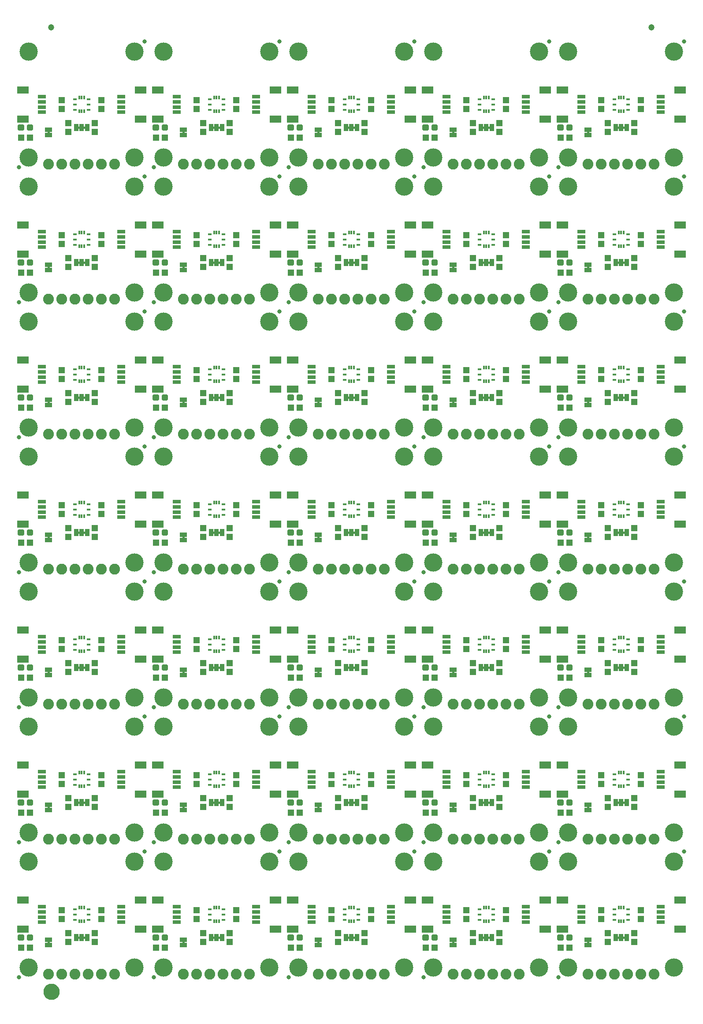
<source format=gts>
G04 EAGLE Gerber RS-274X export*
G75*
%MOMM*%
%FSLAX34Y34*%
%LPD*%
%INSoldermask Top*%
%IPPOS*%
%AMOC8*
5,1,8,0,0,1.08239X$1,22.5*%
G01*
%ADD10R,1.203200X1.303200*%
%ADD11C,0.505344*%
%ADD12C,2.082800*%
%ADD13R,2.203200X1.403200*%
%ADD14R,1.553200X0.803200*%
%ADD15R,0.863600X1.473200*%
%ADD16R,1.473200X0.863600*%
%ADD17R,1.303200X1.203200*%
%ADD18R,0.703200X0.453200*%
%ADD19R,0.453200X0.703200*%
%ADD20C,3.505200*%
%ADD21C,0.838200*%
%ADD22C,1.203200*%
%ADD23C,1.270000*%
%ADD24C,1.703200*%

G36*
X1101155Y1625612D02*
X1101155Y1625612D01*
X1101221Y1625614D01*
X1101264Y1625632D01*
X1101311Y1625640D01*
X1101368Y1625674D01*
X1101428Y1625699D01*
X1101463Y1625730D01*
X1101504Y1625755D01*
X1101546Y1625806D01*
X1101594Y1625850D01*
X1101616Y1625892D01*
X1101645Y1625929D01*
X1101666Y1625991D01*
X1101697Y1626050D01*
X1101705Y1626104D01*
X1101717Y1626141D01*
X1101716Y1626181D01*
X1101724Y1626235D01*
X1101724Y1630045D01*
X1101713Y1630110D01*
X1101711Y1630176D01*
X1101693Y1630219D01*
X1101685Y1630266D01*
X1101651Y1630323D01*
X1101626Y1630383D01*
X1101595Y1630418D01*
X1101570Y1630459D01*
X1101519Y1630501D01*
X1101475Y1630549D01*
X1101433Y1630571D01*
X1101396Y1630600D01*
X1101334Y1630621D01*
X1101275Y1630652D01*
X1101221Y1630660D01*
X1101184Y1630672D01*
X1101144Y1630671D01*
X1101090Y1630679D01*
X1098550Y1630679D01*
X1098485Y1630668D01*
X1098419Y1630666D01*
X1098376Y1630648D01*
X1098329Y1630640D01*
X1098272Y1630606D01*
X1098212Y1630581D01*
X1098177Y1630550D01*
X1098136Y1630525D01*
X1098095Y1630474D01*
X1098046Y1630430D01*
X1098024Y1630388D01*
X1097995Y1630351D01*
X1097974Y1630289D01*
X1097943Y1630230D01*
X1097935Y1630176D01*
X1097923Y1630139D01*
X1097923Y1630135D01*
X1097923Y1630134D01*
X1097924Y1630099D01*
X1097916Y1630045D01*
X1097916Y1626235D01*
X1097927Y1626170D01*
X1097929Y1626104D01*
X1097947Y1626061D01*
X1097955Y1626014D01*
X1097989Y1625957D01*
X1098014Y1625897D01*
X1098045Y1625862D01*
X1098070Y1625821D01*
X1098121Y1625780D01*
X1098165Y1625731D01*
X1098207Y1625709D01*
X1098244Y1625680D01*
X1098306Y1625659D01*
X1098365Y1625628D01*
X1098419Y1625620D01*
X1098456Y1625608D01*
X1098496Y1625609D01*
X1098550Y1625601D01*
X1101090Y1625601D01*
X1101155Y1625612D01*
G37*
G36*
X64835Y1107452D02*
X64835Y1107452D01*
X64901Y1107454D01*
X64944Y1107472D01*
X64991Y1107480D01*
X65048Y1107514D01*
X65108Y1107539D01*
X65143Y1107570D01*
X65184Y1107595D01*
X65226Y1107646D01*
X65274Y1107690D01*
X65296Y1107732D01*
X65325Y1107769D01*
X65346Y1107831D01*
X65377Y1107890D01*
X65385Y1107944D01*
X65397Y1107981D01*
X65396Y1108021D01*
X65404Y1108075D01*
X65404Y1111885D01*
X65393Y1111950D01*
X65391Y1112016D01*
X65373Y1112059D01*
X65365Y1112106D01*
X65331Y1112163D01*
X65306Y1112223D01*
X65275Y1112258D01*
X65250Y1112299D01*
X65199Y1112341D01*
X65155Y1112389D01*
X65113Y1112411D01*
X65076Y1112440D01*
X65014Y1112461D01*
X64955Y1112492D01*
X64901Y1112500D01*
X64864Y1112512D01*
X64824Y1112511D01*
X64770Y1112519D01*
X62230Y1112519D01*
X62165Y1112508D01*
X62099Y1112506D01*
X62056Y1112488D01*
X62009Y1112480D01*
X61952Y1112446D01*
X61892Y1112421D01*
X61857Y1112390D01*
X61816Y1112365D01*
X61775Y1112314D01*
X61726Y1112270D01*
X61704Y1112228D01*
X61675Y1112191D01*
X61654Y1112129D01*
X61623Y1112070D01*
X61615Y1112016D01*
X61603Y1111979D01*
X61603Y1111975D01*
X61603Y1111974D01*
X61604Y1111939D01*
X61596Y1111885D01*
X61596Y1108075D01*
X61607Y1108010D01*
X61609Y1107944D01*
X61627Y1107901D01*
X61635Y1107854D01*
X61669Y1107797D01*
X61694Y1107737D01*
X61725Y1107702D01*
X61750Y1107661D01*
X61801Y1107620D01*
X61845Y1107571D01*
X61887Y1107549D01*
X61924Y1107520D01*
X61986Y1107499D01*
X62045Y1107468D01*
X62099Y1107460D01*
X62136Y1107448D01*
X62176Y1107449D01*
X62230Y1107441D01*
X64770Y1107441D01*
X64835Y1107452D01*
G37*
G36*
X1101155Y1366532D02*
X1101155Y1366532D01*
X1101221Y1366534D01*
X1101264Y1366552D01*
X1101311Y1366560D01*
X1101368Y1366594D01*
X1101428Y1366619D01*
X1101463Y1366650D01*
X1101504Y1366675D01*
X1101546Y1366726D01*
X1101594Y1366770D01*
X1101616Y1366812D01*
X1101645Y1366849D01*
X1101666Y1366911D01*
X1101697Y1366970D01*
X1101705Y1367024D01*
X1101717Y1367061D01*
X1101716Y1367101D01*
X1101724Y1367155D01*
X1101724Y1370965D01*
X1101713Y1371030D01*
X1101711Y1371096D01*
X1101693Y1371139D01*
X1101685Y1371186D01*
X1101651Y1371243D01*
X1101626Y1371303D01*
X1101595Y1371338D01*
X1101570Y1371379D01*
X1101519Y1371421D01*
X1101475Y1371469D01*
X1101433Y1371491D01*
X1101396Y1371520D01*
X1101334Y1371541D01*
X1101275Y1371572D01*
X1101221Y1371580D01*
X1101184Y1371592D01*
X1101144Y1371591D01*
X1101090Y1371599D01*
X1098550Y1371599D01*
X1098485Y1371588D01*
X1098419Y1371586D01*
X1098376Y1371568D01*
X1098329Y1371560D01*
X1098272Y1371526D01*
X1098212Y1371501D01*
X1098177Y1371470D01*
X1098136Y1371445D01*
X1098095Y1371394D01*
X1098046Y1371350D01*
X1098024Y1371308D01*
X1097995Y1371271D01*
X1097974Y1371209D01*
X1097943Y1371150D01*
X1097935Y1371096D01*
X1097923Y1371059D01*
X1097923Y1371055D01*
X1097923Y1371054D01*
X1097924Y1371019D01*
X1097916Y1370965D01*
X1097916Y1367155D01*
X1097927Y1367090D01*
X1097929Y1367024D01*
X1097947Y1366981D01*
X1097955Y1366934D01*
X1097989Y1366877D01*
X1098014Y1366817D01*
X1098045Y1366782D01*
X1098070Y1366741D01*
X1098121Y1366700D01*
X1098165Y1366651D01*
X1098207Y1366629D01*
X1098244Y1366600D01*
X1098306Y1366579D01*
X1098365Y1366548D01*
X1098419Y1366540D01*
X1098456Y1366528D01*
X1098496Y1366529D01*
X1098550Y1366521D01*
X1101090Y1366521D01*
X1101155Y1366532D01*
G37*
G36*
X323915Y1107452D02*
X323915Y1107452D01*
X323981Y1107454D01*
X324024Y1107472D01*
X324071Y1107480D01*
X324128Y1107514D01*
X324188Y1107539D01*
X324223Y1107570D01*
X324264Y1107595D01*
X324306Y1107646D01*
X324354Y1107690D01*
X324376Y1107732D01*
X324405Y1107769D01*
X324426Y1107831D01*
X324457Y1107890D01*
X324465Y1107944D01*
X324477Y1107981D01*
X324476Y1108021D01*
X324484Y1108075D01*
X324484Y1111885D01*
X324473Y1111950D01*
X324471Y1112016D01*
X324453Y1112059D01*
X324445Y1112106D01*
X324411Y1112163D01*
X324386Y1112223D01*
X324355Y1112258D01*
X324330Y1112299D01*
X324279Y1112341D01*
X324235Y1112389D01*
X324193Y1112411D01*
X324156Y1112440D01*
X324094Y1112461D01*
X324035Y1112492D01*
X323981Y1112500D01*
X323944Y1112512D01*
X323904Y1112511D01*
X323850Y1112519D01*
X321310Y1112519D01*
X321245Y1112508D01*
X321179Y1112506D01*
X321136Y1112488D01*
X321089Y1112480D01*
X321032Y1112446D01*
X320972Y1112421D01*
X320937Y1112390D01*
X320896Y1112365D01*
X320855Y1112314D01*
X320806Y1112270D01*
X320784Y1112228D01*
X320755Y1112191D01*
X320734Y1112129D01*
X320703Y1112070D01*
X320695Y1112016D01*
X320683Y1111979D01*
X320683Y1111975D01*
X320683Y1111974D01*
X320684Y1111939D01*
X320676Y1111885D01*
X320676Y1108075D01*
X320687Y1108010D01*
X320689Y1107944D01*
X320707Y1107901D01*
X320715Y1107854D01*
X320749Y1107797D01*
X320774Y1107737D01*
X320805Y1107702D01*
X320830Y1107661D01*
X320881Y1107620D01*
X320925Y1107571D01*
X320967Y1107549D01*
X321004Y1107520D01*
X321066Y1107499D01*
X321125Y1107468D01*
X321179Y1107460D01*
X321216Y1107448D01*
X321256Y1107449D01*
X321310Y1107441D01*
X323850Y1107441D01*
X323915Y1107452D01*
G37*
G36*
X323915Y1366532D02*
X323915Y1366532D01*
X323981Y1366534D01*
X324024Y1366552D01*
X324071Y1366560D01*
X324128Y1366594D01*
X324188Y1366619D01*
X324223Y1366650D01*
X324264Y1366675D01*
X324306Y1366726D01*
X324354Y1366770D01*
X324376Y1366812D01*
X324405Y1366849D01*
X324426Y1366911D01*
X324457Y1366970D01*
X324465Y1367024D01*
X324477Y1367061D01*
X324476Y1367101D01*
X324484Y1367155D01*
X324484Y1370965D01*
X324473Y1371030D01*
X324471Y1371096D01*
X324453Y1371139D01*
X324445Y1371186D01*
X324411Y1371243D01*
X324386Y1371303D01*
X324355Y1371338D01*
X324330Y1371379D01*
X324279Y1371421D01*
X324235Y1371469D01*
X324193Y1371491D01*
X324156Y1371520D01*
X324094Y1371541D01*
X324035Y1371572D01*
X323981Y1371580D01*
X323944Y1371592D01*
X323904Y1371591D01*
X323850Y1371599D01*
X321310Y1371599D01*
X321245Y1371588D01*
X321179Y1371586D01*
X321136Y1371568D01*
X321089Y1371560D01*
X321032Y1371526D01*
X320972Y1371501D01*
X320937Y1371470D01*
X320896Y1371445D01*
X320855Y1371394D01*
X320806Y1371350D01*
X320784Y1371308D01*
X320755Y1371271D01*
X320734Y1371209D01*
X320703Y1371150D01*
X320695Y1371096D01*
X320683Y1371059D01*
X320683Y1371055D01*
X320683Y1371054D01*
X320684Y1371019D01*
X320676Y1370965D01*
X320676Y1367155D01*
X320687Y1367090D01*
X320689Y1367024D01*
X320707Y1366981D01*
X320715Y1366934D01*
X320749Y1366877D01*
X320774Y1366817D01*
X320805Y1366782D01*
X320830Y1366741D01*
X320881Y1366700D01*
X320925Y1366651D01*
X320967Y1366629D01*
X321004Y1366600D01*
X321066Y1366579D01*
X321125Y1366548D01*
X321179Y1366540D01*
X321216Y1366528D01*
X321256Y1366529D01*
X321310Y1366521D01*
X323850Y1366521D01*
X323915Y1366532D01*
G37*
G36*
X842075Y1366532D02*
X842075Y1366532D01*
X842141Y1366534D01*
X842184Y1366552D01*
X842231Y1366560D01*
X842288Y1366594D01*
X842348Y1366619D01*
X842383Y1366650D01*
X842424Y1366675D01*
X842466Y1366726D01*
X842514Y1366770D01*
X842536Y1366812D01*
X842565Y1366849D01*
X842586Y1366911D01*
X842617Y1366970D01*
X842625Y1367024D01*
X842637Y1367061D01*
X842636Y1367101D01*
X842644Y1367155D01*
X842644Y1370965D01*
X842633Y1371030D01*
X842631Y1371096D01*
X842613Y1371139D01*
X842605Y1371186D01*
X842571Y1371243D01*
X842546Y1371303D01*
X842515Y1371338D01*
X842490Y1371379D01*
X842439Y1371421D01*
X842395Y1371469D01*
X842353Y1371491D01*
X842316Y1371520D01*
X842254Y1371541D01*
X842195Y1371572D01*
X842141Y1371580D01*
X842104Y1371592D01*
X842064Y1371591D01*
X842010Y1371599D01*
X839470Y1371599D01*
X839405Y1371588D01*
X839339Y1371586D01*
X839296Y1371568D01*
X839249Y1371560D01*
X839192Y1371526D01*
X839132Y1371501D01*
X839097Y1371470D01*
X839056Y1371445D01*
X839015Y1371394D01*
X838966Y1371350D01*
X838944Y1371308D01*
X838915Y1371271D01*
X838894Y1371209D01*
X838863Y1371150D01*
X838855Y1371096D01*
X838843Y1371059D01*
X838843Y1371055D01*
X838843Y1371054D01*
X838844Y1371019D01*
X838836Y1370965D01*
X838836Y1367155D01*
X838847Y1367090D01*
X838849Y1367024D01*
X838867Y1366981D01*
X838875Y1366934D01*
X838909Y1366877D01*
X838934Y1366817D01*
X838965Y1366782D01*
X838990Y1366741D01*
X839041Y1366700D01*
X839085Y1366651D01*
X839127Y1366629D01*
X839164Y1366600D01*
X839226Y1366579D01*
X839285Y1366548D01*
X839339Y1366540D01*
X839376Y1366528D01*
X839416Y1366529D01*
X839470Y1366521D01*
X842010Y1366521D01*
X842075Y1366532D01*
G37*
G36*
X64835Y1366532D02*
X64835Y1366532D01*
X64901Y1366534D01*
X64944Y1366552D01*
X64991Y1366560D01*
X65048Y1366594D01*
X65108Y1366619D01*
X65143Y1366650D01*
X65184Y1366675D01*
X65226Y1366726D01*
X65274Y1366770D01*
X65296Y1366812D01*
X65325Y1366849D01*
X65346Y1366911D01*
X65377Y1366970D01*
X65385Y1367024D01*
X65397Y1367061D01*
X65396Y1367101D01*
X65404Y1367155D01*
X65404Y1370965D01*
X65393Y1371030D01*
X65391Y1371096D01*
X65373Y1371139D01*
X65365Y1371186D01*
X65331Y1371243D01*
X65306Y1371303D01*
X65275Y1371338D01*
X65250Y1371379D01*
X65199Y1371421D01*
X65155Y1371469D01*
X65113Y1371491D01*
X65076Y1371520D01*
X65014Y1371541D01*
X64955Y1371572D01*
X64901Y1371580D01*
X64864Y1371592D01*
X64824Y1371591D01*
X64770Y1371599D01*
X62230Y1371599D01*
X62165Y1371588D01*
X62099Y1371586D01*
X62056Y1371568D01*
X62009Y1371560D01*
X61952Y1371526D01*
X61892Y1371501D01*
X61857Y1371470D01*
X61816Y1371445D01*
X61775Y1371394D01*
X61726Y1371350D01*
X61704Y1371308D01*
X61675Y1371271D01*
X61654Y1371209D01*
X61623Y1371150D01*
X61615Y1371096D01*
X61603Y1371059D01*
X61603Y1371055D01*
X61603Y1371054D01*
X61604Y1371019D01*
X61596Y1370965D01*
X61596Y1367155D01*
X61607Y1367090D01*
X61609Y1367024D01*
X61627Y1366981D01*
X61635Y1366934D01*
X61669Y1366877D01*
X61694Y1366817D01*
X61725Y1366782D01*
X61750Y1366741D01*
X61801Y1366700D01*
X61845Y1366651D01*
X61887Y1366629D01*
X61924Y1366600D01*
X61986Y1366579D01*
X62045Y1366548D01*
X62099Y1366540D01*
X62136Y1366528D01*
X62176Y1366529D01*
X62230Y1366521D01*
X64770Y1366521D01*
X64835Y1366532D01*
G37*
G36*
X1101155Y1107452D02*
X1101155Y1107452D01*
X1101221Y1107454D01*
X1101264Y1107472D01*
X1101311Y1107480D01*
X1101368Y1107514D01*
X1101428Y1107539D01*
X1101463Y1107570D01*
X1101504Y1107595D01*
X1101546Y1107646D01*
X1101594Y1107690D01*
X1101616Y1107732D01*
X1101645Y1107769D01*
X1101666Y1107831D01*
X1101697Y1107890D01*
X1101705Y1107944D01*
X1101717Y1107981D01*
X1101716Y1108021D01*
X1101724Y1108075D01*
X1101724Y1111885D01*
X1101713Y1111950D01*
X1101711Y1112016D01*
X1101693Y1112059D01*
X1101685Y1112106D01*
X1101651Y1112163D01*
X1101626Y1112223D01*
X1101595Y1112258D01*
X1101570Y1112299D01*
X1101519Y1112341D01*
X1101475Y1112389D01*
X1101433Y1112411D01*
X1101396Y1112440D01*
X1101334Y1112461D01*
X1101275Y1112492D01*
X1101221Y1112500D01*
X1101184Y1112512D01*
X1101144Y1112511D01*
X1101090Y1112519D01*
X1098550Y1112519D01*
X1098485Y1112508D01*
X1098419Y1112506D01*
X1098376Y1112488D01*
X1098329Y1112480D01*
X1098272Y1112446D01*
X1098212Y1112421D01*
X1098177Y1112390D01*
X1098136Y1112365D01*
X1098095Y1112314D01*
X1098046Y1112270D01*
X1098024Y1112228D01*
X1097995Y1112191D01*
X1097974Y1112129D01*
X1097943Y1112070D01*
X1097935Y1112016D01*
X1097923Y1111979D01*
X1097923Y1111975D01*
X1097923Y1111974D01*
X1097924Y1111939D01*
X1097916Y1111885D01*
X1097916Y1108075D01*
X1097927Y1108010D01*
X1097929Y1107944D01*
X1097947Y1107901D01*
X1097955Y1107854D01*
X1097989Y1107797D01*
X1098014Y1107737D01*
X1098045Y1107702D01*
X1098070Y1107661D01*
X1098121Y1107620D01*
X1098165Y1107571D01*
X1098207Y1107549D01*
X1098244Y1107520D01*
X1098306Y1107499D01*
X1098365Y1107468D01*
X1098419Y1107460D01*
X1098456Y1107448D01*
X1098496Y1107449D01*
X1098550Y1107441D01*
X1101090Y1107441D01*
X1101155Y1107452D01*
G37*
G36*
X842075Y1107452D02*
X842075Y1107452D01*
X842141Y1107454D01*
X842184Y1107472D01*
X842231Y1107480D01*
X842288Y1107514D01*
X842348Y1107539D01*
X842383Y1107570D01*
X842424Y1107595D01*
X842466Y1107646D01*
X842514Y1107690D01*
X842536Y1107732D01*
X842565Y1107769D01*
X842586Y1107831D01*
X842617Y1107890D01*
X842625Y1107944D01*
X842637Y1107981D01*
X842636Y1108021D01*
X842644Y1108075D01*
X842644Y1111885D01*
X842633Y1111950D01*
X842631Y1112016D01*
X842613Y1112059D01*
X842605Y1112106D01*
X842571Y1112163D01*
X842546Y1112223D01*
X842515Y1112258D01*
X842490Y1112299D01*
X842439Y1112341D01*
X842395Y1112389D01*
X842353Y1112411D01*
X842316Y1112440D01*
X842254Y1112461D01*
X842195Y1112492D01*
X842141Y1112500D01*
X842104Y1112512D01*
X842064Y1112511D01*
X842010Y1112519D01*
X839470Y1112519D01*
X839405Y1112508D01*
X839339Y1112506D01*
X839296Y1112488D01*
X839249Y1112480D01*
X839192Y1112446D01*
X839132Y1112421D01*
X839097Y1112390D01*
X839056Y1112365D01*
X839015Y1112314D01*
X838966Y1112270D01*
X838944Y1112228D01*
X838915Y1112191D01*
X838894Y1112129D01*
X838863Y1112070D01*
X838855Y1112016D01*
X838843Y1111979D01*
X838843Y1111975D01*
X838843Y1111974D01*
X838844Y1111939D01*
X838836Y1111885D01*
X838836Y1108075D01*
X838847Y1108010D01*
X838849Y1107944D01*
X838867Y1107901D01*
X838875Y1107854D01*
X838909Y1107797D01*
X838934Y1107737D01*
X838965Y1107702D01*
X838990Y1107661D01*
X839041Y1107620D01*
X839085Y1107571D01*
X839127Y1107549D01*
X839164Y1107520D01*
X839226Y1107499D01*
X839285Y1107468D01*
X839339Y1107460D01*
X839376Y1107448D01*
X839416Y1107449D01*
X839470Y1107441D01*
X842010Y1107441D01*
X842075Y1107452D01*
G37*
G36*
X582995Y1107452D02*
X582995Y1107452D01*
X583061Y1107454D01*
X583104Y1107472D01*
X583151Y1107480D01*
X583208Y1107514D01*
X583268Y1107539D01*
X583303Y1107570D01*
X583344Y1107595D01*
X583386Y1107646D01*
X583434Y1107690D01*
X583456Y1107732D01*
X583485Y1107769D01*
X583506Y1107831D01*
X583537Y1107890D01*
X583545Y1107944D01*
X583557Y1107981D01*
X583556Y1108021D01*
X583564Y1108075D01*
X583564Y1111885D01*
X583553Y1111950D01*
X583551Y1112016D01*
X583533Y1112059D01*
X583525Y1112106D01*
X583491Y1112163D01*
X583466Y1112223D01*
X583435Y1112258D01*
X583410Y1112299D01*
X583359Y1112341D01*
X583315Y1112389D01*
X583273Y1112411D01*
X583236Y1112440D01*
X583174Y1112461D01*
X583115Y1112492D01*
X583061Y1112500D01*
X583024Y1112512D01*
X582984Y1112511D01*
X582930Y1112519D01*
X580390Y1112519D01*
X580325Y1112508D01*
X580259Y1112506D01*
X580216Y1112488D01*
X580169Y1112480D01*
X580112Y1112446D01*
X580052Y1112421D01*
X580017Y1112390D01*
X579976Y1112365D01*
X579935Y1112314D01*
X579886Y1112270D01*
X579864Y1112228D01*
X579835Y1112191D01*
X579814Y1112129D01*
X579783Y1112070D01*
X579775Y1112016D01*
X579763Y1111979D01*
X579763Y1111975D01*
X579763Y1111974D01*
X579764Y1111939D01*
X579756Y1111885D01*
X579756Y1108075D01*
X579767Y1108010D01*
X579769Y1107944D01*
X579787Y1107901D01*
X579795Y1107854D01*
X579829Y1107797D01*
X579854Y1107737D01*
X579885Y1107702D01*
X579910Y1107661D01*
X579961Y1107620D01*
X580005Y1107571D01*
X580047Y1107549D01*
X580084Y1107520D01*
X580146Y1107499D01*
X580205Y1107468D01*
X580259Y1107460D01*
X580296Y1107448D01*
X580336Y1107449D01*
X580390Y1107441D01*
X582930Y1107441D01*
X582995Y1107452D01*
G37*
G36*
X842075Y1625612D02*
X842075Y1625612D01*
X842141Y1625614D01*
X842184Y1625632D01*
X842231Y1625640D01*
X842288Y1625674D01*
X842348Y1625699D01*
X842383Y1625730D01*
X842424Y1625755D01*
X842466Y1625806D01*
X842514Y1625850D01*
X842536Y1625892D01*
X842565Y1625929D01*
X842586Y1625991D01*
X842617Y1626050D01*
X842625Y1626104D01*
X842637Y1626141D01*
X842636Y1626181D01*
X842644Y1626235D01*
X842644Y1630045D01*
X842633Y1630110D01*
X842631Y1630176D01*
X842613Y1630219D01*
X842605Y1630266D01*
X842571Y1630323D01*
X842546Y1630383D01*
X842515Y1630418D01*
X842490Y1630459D01*
X842439Y1630501D01*
X842395Y1630549D01*
X842353Y1630571D01*
X842316Y1630600D01*
X842254Y1630621D01*
X842195Y1630652D01*
X842141Y1630660D01*
X842104Y1630672D01*
X842064Y1630671D01*
X842010Y1630679D01*
X839470Y1630679D01*
X839405Y1630668D01*
X839339Y1630666D01*
X839296Y1630648D01*
X839249Y1630640D01*
X839192Y1630606D01*
X839132Y1630581D01*
X839097Y1630550D01*
X839056Y1630525D01*
X839015Y1630474D01*
X838966Y1630430D01*
X838944Y1630388D01*
X838915Y1630351D01*
X838894Y1630289D01*
X838863Y1630230D01*
X838855Y1630176D01*
X838843Y1630139D01*
X838843Y1630135D01*
X838843Y1630134D01*
X838844Y1630099D01*
X838836Y1630045D01*
X838836Y1626235D01*
X838847Y1626170D01*
X838849Y1626104D01*
X838867Y1626061D01*
X838875Y1626014D01*
X838909Y1625957D01*
X838934Y1625897D01*
X838965Y1625862D01*
X838990Y1625821D01*
X839041Y1625780D01*
X839085Y1625731D01*
X839127Y1625709D01*
X839164Y1625680D01*
X839226Y1625659D01*
X839285Y1625628D01*
X839339Y1625620D01*
X839376Y1625608D01*
X839416Y1625609D01*
X839470Y1625601D01*
X842010Y1625601D01*
X842075Y1625612D01*
G37*
G36*
X64835Y1625612D02*
X64835Y1625612D01*
X64901Y1625614D01*
X64944Y1625632D01*
X64991Y1625640D01*
X65048Y1625674D01*
X65108Y1625699D01*
X65143Y1625730D01*
X65184Y1625755D01*
X65226Y1625806D01*
X65274Y1625850D01*
X65296Y1625892D01*
X65325Y1625929D01*
X65346Y1625991D01*
X65377Y1626050D01*
X65385Y1626104D01*
X65397Y1626141D01*
X65396Y1626181D01*
X65404Y1626235D01*
X65404Y1630045D01*
X65393Y1630110D01*
X65391Y1630176D01*
X65373Y1630219D01*
X65365Y1630266D01*
X65331Y1630323D01*
X65306Y1630383D01*
X65275Y1630418D01*
X65250Y1630459D01*
X65199Y1630501D01*
X65155Y1630549D01*
X65113Y1630571D01*
X65076Y1630600D01*
X65014Y1630621D01*
X64955Y1630652D01*
X64901Y1630660D01*
X64864Y1630672D01*
X64824Y1630671D01*
X64770Y1630679D01*
X62230Y1630679D01*
X62165Y1630668D01*
X62099Y1630666D01*
X62056Y1630648D01*
X62009Y1630640D01*
X61952Y1630606D01*
X61892Y1630581D01*
X61857Y1630550D01*
X61816Y1630525D01*
X61775Y1630474D01*
X61726Y1630430D01*
X61704Y1630388D01*
X61675Y1630351D01*
X61654Y1630289D01*
X61623Y1630230D01*
X61615Y1630176D01*
X61603Y1630139D01*
X61603Y1630135D01*
X61603Y1630134D01*
X61604Y1630099D01*
X61596Y1630045D01*
X61596Y1626235D01*
X61607Y1626170D01*
X61609Y1626104D01*
X61627Y1626061D01*
X61635Y1626014D01*
X61669Y1625957D01*
X61694Y1625897D01*
X61725Y1625862D01*
X61750Y1625821D01*
X61801Y1625780D01*
X61845Y1625731D01*
X61887Y1625709D01*
X61924Y1625680D01*
X61986Y1625659D01*
X62045Y1625628D01*
X62099Y1625620D01*
X62136Y1625608D01*
X62176Y1625609D01*
X62230Y1625601D01*
X64770Y1625601D01*
X64835Y1625612D01*
G37*
G36*
X323915Y1625612D02*
X323915Y1625612D01*
X323981Y1625614D01*
X324024Y1625632D01*
X324071Y1625640D01*
X324128Y1625674D01*
X324188Y1625699D01*
X324223Y1625730D01*
X324264Y1625755D01*
X324306Y1625806D01*
X324354Y1625850D01*
X324376Y1625892D01*
X324405Y1625929D01*
X324426Y1625991D01*
X324457Y1626050D01*
X324465Y1626104D01*
X324477Y1626141D01*
X324476Y1626181D01*
X324484Y1626235D01*
X324484Y1630045D01*
X324473Y1630110D01*
X324471Y1630176D01*
X324453Y1630219D01*
X324445Y1630266D01*
X324411Y1630323D01*
X324386Y1630383D01*
X324355Y1630418D01*
X324330Y1630459D01*
X324279Y1630501D01*
X324235Y1630549D01*
X324193Y1630571D01*
X324156Y1630600D01*
X324094Y1630621D01*
X324035Y1630652D01*
X323981Y1630660D01*
X323944Y1630672D01*
X323904Y1630671D01*
X323850Y1630679D01*
X321310Y1630679D01*
X321245Y1630668D01*
X321179Y1630666D01*
X321136Y1630648D01*
X321089Y1630640D01*
X321032Y1630606D01*
X320972Y1630581D01*
X320937Y1630550D01*
X320896Y1630525D01*
X320855Y1630474D01*
X320806Y1630430D01*
X320784Y1630388D01*
X320755Y1630351D01*
X320734Y1630289D01*
X320703Y1630230D01*
X320695Y1630176D01*
X320683Y1630139D01*
X320683Y1630135D01*
X320683Y1630134D01*
X320684Y1630099D01*
X320676Y1630045D01*
X320676Y1626235D01*
X320687Y1626170D01*
X320689Y1626104D01*
X320707Y1626061D01*
X320715Y1626014D01*
X320749Y1625957D01*
X320774Y1625897D01*
X320805Y1625862D01*
X320830Y1625821D01*
X320881Y1625780D01*
X320925Y1625731D01*
X320967Y1625709D01*
X321004Y1625680D01*
X321066Y1625659D01*
X321125Y1625628D01*
X321179Y1625620D01*
X321216Y1625608D01*
X321256Y1625609D01*
X321310Y1625601D01*
X323850Y1625601D01*
X323915Y1625612D01*
G37*
G36*
X582995Y1366532D02*
X582995Y1366532D01*
X583061Y1366534D01*
X583104Y1366552D01*
X583151Y1366560D01*
X583208Y1366594D01*
X583268Y1366619D01*
X583303Y1366650D01*
X583344Y1366675D01*
X583386Y1366726D01*
X583434Y1366770D01*
X583456Y1366812D01*
X583485Y1366849D01*
X583506Y1366911D01*
X583537Y1366970D01*
X583545Y1367024D01*
X583557Y1367061D01*
X583556Y1367101D01*
X583564Y1367155D01*
X583564Y1370965D01*
X583553Y1371030D01*
X583551Y1371096D01*
X583533Y1371139D01*
X583525Y1371186D01*
X583491Y1371243D01*
X583466Y1371303D01*
X583435Y1371338D01*
X583410Y1371379D01*
X583359Y1371421D01*
X583315Y1371469D01*
X583273Y1371491D01*
X583236Y1371520D01*
X583174Y1371541D01*
X583115Y1371572D01*
X583061Y1371580D01*
X583024Y1371592D01*
X582984Y1371591D01*
X582930Y1371599D01*
X580390Y1371599D01*
X580325Y1371588D01*
X580259Y1371586D01*
X580216Y1371568D01*
X580169Y1371560D01*
X580112Y1371526D01*
X580052Y1371501D01*
X580017Y1371470D01*
X579976Y1371445D01*
X579935Y1371394D01*
X579886Y1371350D01*
X579864Y1371308D01*
X579835Y1371271D01*
X579814Y1371209D01*
X579783Y1371150D01*
X579775Y1371096D01*
X579763Y1371059D01*
X579763Y1371055D01*
X579763Y1371054D01*
X579764Y1371019D01*
X579756Y1370965D01*
X579756Y1367155D01*
X579767Y1367090D01*
X579769Y1367024D01*
X579787Y1366981D01*
X579795Y1366934D01*
X579829Y1366877D01*
X579854Y1366817D01*
X579885Y1366782D01*
X579910Y1366741D01*
X579961Y1366700D01*
X580005Y1366651D01*
X580047Y1366629D01*
X580084Y1366600D01*
X580146Y1366579D01*
X580205Y1366548D01*
X580259Y1366540D01*
X580296Y1366528D01*
X580336Y1366529D01*
X580390Y1366521D01*
X582930Y1366521D01*
X582995Y1366532D01*
G37*
G36*
X582995Y1625612D02*
X582995Y1625612D01*
X583061Y1625614D01*
X583104Y1625632D01*
X583151Y1625640D01*
X583208Y1625674D01*
X583268Y1625699D01*
X583303Y1625730D01*
X583344Y1625755D01*
X583386Y1625806D01*
X583434Y1625850D01*
X583456Y1625892D01*
X583485Y1625929D01*
X583506Y1625991D01*
X583537Y1626050D01*
X583545Y1626104D01*
X583557Y1626141D01*
X583556Y1626181D01*
X583564Y1626235D01*
X583564Y1630045D01*
X583553Y1630110D01*
X583551Y1630176D01*
X583533Y1630219D01*
X583525Y1630266D01*
X583491Y1630323D01*
X583466Y1630383D01*
X583435Y1630418D01*
X583410Y1630459D01*
X583359Y1630501D01*
X583315Y1630549D01*
X583273Y1630571D01*
X583236Y1630600D01*
X583174Y1630621D01*
X583115Y1630652D01*
X583061Y1630660D01*
X583024Y1630672D01*
X582984Y1630671D01*
X582930Y1630679D01*
X580390Y1630679D01*
X580325Y1630668D01*
X580259Y1630666D01*
X580216Y1630648D01*
X580169Y1630640D01*
X580112Y1630606D01*
X580052Y1630581D01*
X580017Y1630550D01*
X579976Y1630525D01*
X579935Y1630474D01*
X579886Y1630430D01*
X579864Y1630388D01*
X579835Y1630351D01*
X579814Y1630289D01*
X579783Y1630230D01*
X579775Y1630176D01*
X579763Y1630139D01*
X579763Y1630135D01*
X579763Y1630134D01*
X579764Y1630099D01*
X579756Y1630045D01*
X579756Y1626235D01*
X579767Y1626170D01*
X579769Y1626104D01*
X579787Y1626061D01*
X579795Y1626014D01*
X579829Y1625957D01*
X579854Y1625897D01*
X579885Y1625862D01*
X579910Y1625821D01*
X579961Y1625780D01*
X580005Y1625731D01*
X580047Y1625709D01*
X580084Y1625680D01*
X580146Y1625659D01*
X580205Y1625628D01*
X580259Y1625620D01*
X580296Y1625608D01*
X580336Y1625609D01*
X580390Y1625601D01*
X582930Y1625601D01*
X582995Y1625612D01*
G37*
G36*
X323915Y848372D02*
X323915Y848372D01*
X323981Y848374D01*
X324024Y848392D01*
X324071Y848400D01*
X324128Y848434D01*
X324188Y848459D01*
X324223Y848490D01*
X324264Y848515D01*
X324306Y848566D01*
X324354Y848610D01*
X324376Y848652D01*
X324405Y848689D01*
X324426Y848751D01*
X324457Y848810D01*
X324465Y848864D01*
X324477Y848901D01*
X324476Y848941D01*
X324484Y848995D01*
X324484Y852805D01*
X324473Y852870D01*
X324471Y852936D01*
X324453Y852979D01*
X324445Y853026D01*
X324411Y853083D01*
X324386Y853143D01*
X324355Y853178D01*
X324330Y853219D01*
X324279Y853261D01*
X324235Y853309D01*
X324193Y853331D01*
X324156Y853360D01*
X324094Y853381D01*
X324035Y853412D01*
X323981Y853420D01*
X323944Y853432D01*
X323904Y853431D01*
X323850Y853439D01*
X321310Y853439D01*
X321245Y853428D01*
X321179Y853426D01*
X321136Y853408D01*
X321089Y853400D01*
X321032Y853366D01*
X320972Y853341D01*
X320937Y853310D01*
X320896Y853285D01*
X320855Y853234D01*
X320806Y853190D01*
X320784Y853148D01*
X320755Y853111D01*
X320734Y853049D01*
X320703Y852990D01*
X320695Y852936D01*
X320683Y852899D01*
X320683Y852895D01*
X320683Y852894D01*
X320684Y852859D01*
X320676Y852805D01*
X320676Y848995D01*
X320687Y848930D01*
X320689Y848864D01*
X320707Y848821D01*
X320715Y848774D01*
X320749Y848717D01*
X320774Y848657D01*
X320805Y848622D01*
X320830Y848581D01*
X320881Y848540D01*
X320925Y848491D01*
X320967Y848469D01*
X321004Y848440D01*
X321066Y848419D01*
X321125Y848388D01*
X321179Y848380D01*
X321216Y848368D01*
X321256Y848369D01*
X321310Y848361D01*
X323850Y848361D01*
X323915Y848372D01*
G37*
G36*
X1101155Y848372D02*
X1101155Y848372D01*
X1101221Y848374D01*
X1101264Y848392D01*
X1101311Y848400D01*
X1101368Y848434D01*
X1101428Y848459D01*
X1101463Y848490D01*
X1101504Y848515D01*
X1101546Y848566D01*
X1101594Y848610D01*
X1101616Y848652D01*
X1101645Y848689D01*
X1101666Y848751D01*
X1101697Y848810D01*
X1101705Y848864D01*
X1101717Y848901D01*
X1101716Y848941D01*
X1101724Y848995D01*
X1101724Y852805D01*
X1101713Y852870D01*
X1101711Y852936D01*
X1101693Y852979D01*
X1101685Y853026D01*
X1101651Y853083D01*
X1101626Y853143D01*
X1101595Y853178D01*
X1101570Y853219D01*
X1101519Y853261D01*
X1101475Y853309D01*
X1101433Y853331D01*
X1101396Y853360D01*
X1101334Y853381D01*
X1101275Y853412D01*
X1101221Y853420D01*
X1101184Y853432D01*
X1101144Y853431D01*
X1101090Y853439D01*
X1098550Y853439D01*
X1098485Y853428D01*
X1098419Y853426D01*
X1098376Y853408D01*
X1098329Y853400D01*
X1098272Y853366D01*
X1098212Y853341D01*
X1098177Y853310D01*
X1098136Y853285D01*
X1098095Y853234D01*
X1098046Y853190D01*
X1098024Y853148D01*
X1097995Y853111D01*
X1097974Y853049D01*
X1097943Y852990D01*
X1097935Y852936D01*
X1097923Y852899D01*
X1097923Y852895D01*
X1097923Y852894D01*
X1097924Y852859D01*
X1097916Y852805D01*
X1097916Y848995D01*
X1097927Y848930D01*
X1097929Y848864D01*
X1097947Y848821D01*
X1097955Y848774D01*
X1097989Y848717D01*
X1098014Y848657D01*
X1098045Y848622D01*
X1098070Y848581D01*
X1098121Y848540D01*
X1098165Y848491D01*
X1098207Y848469D01*
X1098244Y848440D01*
X1098306Y848419D01*
X1098365Y848388D01*
X1098419Y848380D01*
X1098456Y848368D01*
X1098496Y848369D01*
X1098550Y848361D01*
X1101090Y848361D01*
X1101155Y848372D01*
G37*
G36*
X64835Y848372D02*
X64835Y848372D01*
X64901Y848374D01*
X64944Y848392D01*
X64991Y848400D01*
X65048Y848434D01*
X65108Y848459D01*
X65143Y848490D01*
X65184Y848515D01*
X65226Y848566D01*
X65274Y848610D01*
X65296Y848652D01*
X65325Y848689D01*
X65346Y848751D01*
X65377Y848810D01*
X65385Y848864D01*
X65397Y848901D01*
X65396Y848941D01*
X65404Y848995D01*
X65404Y852805D01*
X65393Y852870D01*
X65391Y852936D01*
X65373Y852979D01*
X65365Y853026D01*
X65331Y853083D01*
X65306Y853143D01*
X65275Y853178D01*
X65250Y853219D01*
X65199Y853261D01*
X65155Y853309D01*
X65113Y853331D01*
X65076Y853360D01*
X65014Y853381D01*
X64955Y853412D01*
X64901Y853420D01*
X64864Y853432D01*
X64824Y853431D01*
X64770Y853439D01*
X62230Y853439D01*
X62165Y853428D01*
X62099Y853426D01*
X62056Y853408D01*
X62009Y853400D01*
X61952Y853366D01*
X61892Y853341D01*
X61857Y853310D01*
X61816Y853285D01*
X61775Y853234D01*
X61726Y853190D01*
X61704Y853148D01*
X61675Y853111D01*
X61654Y853049D01*
X61623Y852990D01*
X61615Y852936D01*
X61603Y852899D01*
X61603Y852895D01*
X61603Y852894D01*
X61604Y852859D01*
X61596Y852805D01*
X61596Y848995D01*
X61607Y848930D01*
X61609Y848864D01*
X61627Y848821D01*
X61635Y848774D01*
X61669Y848717D01*
X61694Y848657D01*
X61725Y848622D01*
X61750Y848581D01*
X61801Y848540D01*
X61845Y848491D01*
X61887Y848469D01*
X61924Y848440D01*
X61986Y848419D01*
X62045Y848388D01*
X62099Y848380D01*
X62136Y848368D01*
X62176Y848369D01*
X62230Y848361D01*
X64770Y848361D01*
X64835Y848372D01*
G37*
G36*
X842075Y848372D02*
X842075Y848372D01*
X842141Y848374D01*
X842184Y848392D01*
X842231Y848400D01*
X842288Y848434D01*
X842348Y848459D01*
X842383Y848490D01*
X842424Y848515D01*
X842466Y848566D01*
X842514Y848610D01*
X842536Y848652D01*
X842565Y848689D01*
X842586Y848751D01*
X842617Y848810D01*
X842625Y848864D01*
X842637Y848901D01*
X842636Y848941D01*
X842644Y848995D01*
X842644Y852805D01*
X842633Y852870D01*
X842631Y852936D01*
X842613Y852979D01*
X842605Y853026D01*
X842571Y853083D01*
X842546Y853143D01*
X842515Y853178D01*
X842490Y853219D01*
X842439Y853261D01*
X842395Y853309D01*
X842353Y853331D01*
X842316Y853360D01*
X842254Y853381D01*
X842195Y853412D01*
X842141Y853420D01*
X842104Y853432D01*
X842064Y853431D01*
X842010Y853439D01*
X839470Y853439D01*
X839405Y853428D01*
X839339Y853426D01*
X839296Y853408D01*
X839249Y853400D01*
X839192Y853366D01*
X839132Y853341D01*
X839097Y853310D01*
X839056Y853285D01*
X839015Y853234D01*
X838966Y853190D01*
X838944Y853148D01*
X838915Y853111D01*
X838894Y853049D01*
X838863Y852990D01*
X838855Y852936D01*
X838843Y852899D01*
X838843Y852895D01*
X838843Y852894D01*
X838844Y852859D01*
X838836Y852805D01*
X838836Y848995D01*
X838847Y848930D01*
X838849Y848864D01*
X838867Y848821D01*
X838875Y848774D01*
X838909Y848717D01*
X838934Y848657D01*
X838965Y848622D01*
X838990Y848581D01*
X839041Y848540D01*
X839085Y848491D01*
X839127Y848469D01*
X839164Y848440D01*
X839226Y848419D01*
X839285Y848388D01*
X839339Y848380D01*
X839376Y848368D01*
X839416Y848369D01*
X839470Y848361D01*
X842010Y848361D01*
X842075Y848372D01*
G37*
G36*
X582995Y848372D02*
X582995Y848372D01*
X583061Y848374D01*
X583104Y848392D01*
X583151Y848400D01*
X583208Y848434D01*
X583268Y848459D01*
X583303Y848490D01*
X583344Y848515D01*
X583386Y848566D01*
X583434Y848610D01*
X583456Y848652D01*
X583485Y848689D01*
X583506Y848751D01*
X583537Y848810D01*
X583545Y848864D01*
X583557Y848901D01*
X583556Y848941D01*
X583564Y848995D01*
X583564Y852805D01*
X583553Y852870D01*
X583551Y852936D01*
X583533Y852979D01*
X583525Y853026D01*
X583491Y853083D01*
X583466Y853143D01*
X583435Y853178D01*
X583410Y853219D01*
X583359Y853261D01*
X583315Y853309D01*
X583273Y853331D01*
X583236Y853360D01*
X583174Y853381D01*
X583115Y853412D01*
X583061Y853420D01*
X583024Y853432D01*
X582984Y853431D01*
X582930Y853439D01*
X580390Y853439D01*
X580325Y853428D01*
X580259Y853426D01*
X580216Y853408D01*
X580169Y853400D01*
X580112Y853366D01*
X580052Y853341D01*
X580017Y853310D01*
X579976Y853285D01*
X579935Y853234D01*
X579886Y853190D01*
X579864Y853148D01*
X579835Y853111D01*
X579814Y853049D01*
X579783Y852990D01*
X579775Y852936D01*
X579763Y852899D01*
X579763Y852895D01*
X579763Y852894D01*
X579764Y852859D01*
X579756Y852805D01*
X579756Y848995D01*
X579767Y848930D01*
X579769Y848864D01*
X579787Y848821D01*
X579795Y848774D01*
X579829Y848717D01*
X579854Y848657D01*
X579885Y848622D01*
X579910Y848581D01*
X579961Y848540D01*
X580005Y848491D01*
X580047Y848469D01*
X580084Y848440D01*
X580146Y848419D01*
X580205Y848388D01*
X580259Y848380D01*
X580296Y848368D01*
X580336Y848369D01*
X580390Y848361D01*
X582930Y848361D01*
X582995Y848372D01*
G37*
G36*
X842075Y589292D02*
X842075Y589292D01*
X842141Y589294D01*
X842184Y589312D01*
X842231Y589320D01*
X842288Y589354D01*
X842348Y589379D01*
X842383Y589410D01*
X842424Y589435D01*
X842466Y589486D01*
X842514Y589530D01*
X842536Y589572D01*
X842565Y589609D01*
X842586Y589671D01*
X842617Y589730D01*
X842625Y589784D01*
X842637Y589821D01*
X842636Y589861D01*
X842644Y589915D01*
X842644Y593725D01*
X842633Y593790D01*
X842631Y593856D01*
X842613Y593899D01*
X842605Y593946D01*
X842571Y594003D01*
X842546Y594063D01*
X842515Y594098D01*
X842490Y594139D01*
X842439Y594181D01*
X842395Y594229D01*
X842353Y594251D01*
X842316Y594280D01*
X842254Y594301D01*
X842195Y594332D01*
X842141Y594340D01*
X842104Y594352D01*
X842064Y594351D01*
X842010Y594359D01*
X839470Y594359D01*
X839405Y594348D01*
X839339Y594346D01*
X839296Y594328D01*
X839249Y594320D01*
X839192Y594286D01*
X839132Y594261D01*
X839097Y594230D01*
X839056Y594205D01*
X839015Y594154D01*
X838966Y594110D01*
X838944Y594068D01*
X838915Y594031D01*
X838894Y593969D01*
X838863Y593910D01*
X838855Y593856D01*
X838843Y593819D01*
X838843Y593815D01*
X838843Y593814D01*
X838844Y593779D01*
X838836Y593725D01*
X838836Y589915D01*
X838847Y589850D01*
X838849Y589784D01*
X838867Y589741D01*
X838875Y589694D01*
X838909Y589637D01*
X838934Y589577D01*
X838965Y589542D01*
X838990Y589501D01*
X839041Y589460D01*
X839085Y589411D01*
X839127Y589389D01*
X839164Y589360D01*
X839226Y589339D01*
X839285Y589308D01*
X839339Y589300D01*
X839376Y589288D01*
X839416Y589289D01*
X839470Y589281D01*
X842010Y589281D01*
X842075Y589292D01*
G37*
G36*
X1101155Y589292D02*
X1101155Y589292D01*
X1101221Y589294D01*
X1101264Y589312D01*
X1101311Y589320D01*
X1101368Y589354D01*
X1101428Y589379D01*
X1101463Y589410D01*
X1101504Y589435D01*
X1101546Y589486D01*
X1101594Y589530D01*
X1101616Y589572D01*
X1101645Y589609D01*
X1101666Y589671D01*
X1101697Y589730D01*
X1101705Y589784D01*
X1101717Y589821D01*
X1101716Y589861D01*
X1101724Y589915D01*
X1101724Y593725D01*
X1101713Y593790D01*
X1101711Y593856D01*
X1101693Y593899D01*
X1101685Y593946D01*
X1101651Y594003D01*
X1101626Y594063D01*
X1101595Y594098D01*
X1101570Y594139D01*
X1101519Y594181D01*
X1101475Y594229D01*
X1101433Y594251D01*
X1101396Y594280D01*
X1101334Y594301D01*
X1101275Y594332D01*
X1101221Y594340D01*
X1101184Y594352D01*
X1101144Y594351D01*
X1101090Y594359D01*
X1098550Y594359D01*
X1098485Y594348D01*
X1098419Y594346D01*
X1098376Y594328D01*
X1098329Y594320D01*
X1098272Y594286D01*
X1098212Y594261D01*
X1098177Y594230D01*
X1098136Y594205D01*
X1098095Y594154D01*
X1098046Y594110D01*
X1098024Y594068D01*
X1097995Y594031D01*
X1097974Y593969D01*
X1097943Y593910D01*
X1097935Y593856D01*
X1097923Y593819D01*
X1097923Y593815D01*
X1097923Y593814D01*
X1097924Y593779D01*
X1097916Y593725D01*
X1097916Y589915D01*
X1097927Y589850D01*
X1097929Y589784D01*
X1097947Y589741D01*
X1097955Y589694D01*
X1097989Y589637D01*
X1098014Y589577D01*
X1098045Y589542D01*
X1098070Y589501D01*
X1098121Y589460D01*
X1098165Y589411D01*
X1098207Y589389D01*
X1098244Y589360D01*
X1098306Y589339D01*
X1098365Y589308D01*
X1098419Y589300D01*
X1098456Y589288D01*
X1098496Y589289D01*
X1098550Y589281D01*
X1101090Y589281D01*
X1101155Y589292D01*
G37*
G36*
X582995Y589292D02*
X582995Y589292D01*
X583061Y589294D01*
X583104Y589312D01*
X583151Y589320D01*
X583208Y589354D01*
X583268Y589379D01*
X583303Y589410D01*
X583344Y589435D01*
X583386Y589486D01*
X583434Y589530D01*
X583456Y589572D01*
X583485Y589609D01*
X583506Y589671D01*
X583537Y589730D01*
X583545Y589784D01*
X583557Y589821D01*
X583556Y589861D01*
X583564Y589915D01*
X583564Y593725D01*
X583553Y593790D01*
X583551Y593856D01*
X583533Y593899D01*
X583525Y593946D01*
X583491Y594003D01*
X583466Y594063D01*
X583435Y594098D01*
X583410Y594139D01*
X583359Y594181D01*
X583315Y594229D01*
X583273Y594251D01*
X583236Y594280D01*
X583174Y594301D01*
X583115Y594332D01*
X583061Y594340D01*
X583024Y594352D01*
X582984Y594351D01*
X582930Y594359D01*
X580390Y594359D01*
X580325Y594348D01*
X580259Y594346D01*
X580216Y594328D01*
X580169Y594320D01*
X580112Y594286D01*
X580052Y594261D01*
X580017Y594230D01*
X579976Y594205D01*
X579935Y594154D01*
X579886Y594110D01*
X579864Y594068D01*
X579835Y594031D01*
X579814Y593969D01*
X579783Y593910D01*
X579775Y593856D01*
X579763Y593819D01*
X579763Y593815D01*
X579763Y593814D01*
X579764Y593779D01*
X579756Y593725D01*
X579756Y589915D01*
X579767Y589850D01*
X579769Y589784D01*
X579787Y589741D01*
X579795Y589694D01*
X579829Y589637D01*
X579854Y589577D01*
X579885Y589542D01*
X579910Y589501D01*
X579961Y589460D01*
X580005Y589411D01*
X580047Y589389D01*
X580084Y589360D01*
X580146Y589339D01*
X580205Y589308D01*
X580259Y589300D01*
X580296Y589288D01*
X580336Y589289D01*
X580390Y589281D01*
X582930Y589281D01*
X582995Y589292D01*
G37*
G36*
X64835Y589292D02*
X64835Y589292D01*
X64901Y589294D01*
X64944Y589312D01*
X64991Y589320D01*
X65048Y589354D01*
X65108Y589379D01*
X65143Y589410D01*
X65184Y589435D01*
X65226Y589486D01*
X65274Y589530D01*
X65296Y589572D01*
X65325Y589609D01*
X65346Y589671D01*
X65377Y589730D01*
X65385Y589784D01*
X65397Y589821D01*
X65396Y589861D01*
X65404Y589915D01*
X65404Y593725D01*
X65393Y593790D01*
X65391Y593856D01*
X65373Y593899D01*
X65365Y593946D01*
X65331Y594003D01*
X65306Y594063D01*
X65275Y594098D01*
X65250Y594139D01*
X65199Y594181D01*
X65155Y594229D01*
X65113Y594251D01*
X65076Y594280D01*
X65014Y594301D01*
X64955Y594332D01*
X64901Y594340D01*
X64864Y594352D01*
X64824Y594351D01*
X64770Y594359D01*
X62230Y594359D01*
X62165Y594348D01*
X62099Y594346D01*
X62056Y594328D01*
X62009Y594320D01*
X61952Y594286D01*
X61892Y594261D01*
X61857Y594230D01*
X61816Y594205D01*
X61775Y594154D01*
X61726Y594110D01*
X61704Y594068D01*
X61675Y594031D01*
X61654Y593969D01*
X61623Y593910D01*
X61615Y593856D01*
X61603Y593819D01*
X61603Y593815D01*
X61603Y593814D01*
X61604Y593779D01*
X61596Y593725D01*
X61596Y589915D01*
X61607Y589850D01*
X61609Y589784D01*
X61627Y589741D01*
X61635Y589694D01*
X61669Y589637D01*
X61694Y589577D01*
X61725Y589542D01*
X61750Y589501D01*
X61801Y589460D01*
X61845Y589411D01*
X61887Y589389D01*
X61924Y589360D01*
X61986Y589339D01*
X62045Y589308D01*
X62099Y589300D01*
X62136Y589288D01*
X62176Y589289D01*
X62230Y589281D01*
X64770Y589281D01*
X64835Y589292D01*
G37*
G36*
X323915Y589292D02*
X323915Y589292D01*
X323981Y589294D01*
X324024Y589312D01*
X324071Y589320D01*
X324128Y589354D01*
X324188Y589379D01*
X324223Y589410D01*
X324264Y589435D01*
X324306Y589486D01*
X324354Y589530D01*
X324376Y589572D01*
X324405Y589609D01*
X324426Y589671D01*
X324457Y589730D01*
X324465Y589784D01*
X324477Y589821D01*
X324476Y589861D01*
X324484Y589915D01*
X324484Y593725D01*
X324473Y593790D01*
X324471Y593856D01*
X324453Y593899D01*
X324445Y593946D01*
X324411Y594003D01*
X324386Y594063D01*
X324355Y594098D01*
X324330Y594139D01*
X324279Y594181D01*
X324235Y594229D01*
X324193Y594251D01*
X324156Y594280D01*
X324094Y594301D01*
X324035Y594332D01*
X323981Y594340D01*
X323944Y594352D01*
X323904Y594351D01*
X323850Y594359D01*
X321310Y594359D01*
X321245Y594348D01*
X321179Y594346D01*
X321136Y594328D01*
X321089Y594320D01*
X321032Y594286D01*
X320972Y594261D01*
X320937Y594230D01*
X320896Y594205D01*
X320855Y594154D01*
X320806Y594110D01*
X320784Y594068D01*
X320755Y594031D01*
X320734Y593969D01*
X320703Y593910D01*
X320695Y593856D01*
X320683Y593819D01*
X320683Y593815D01*
X320683Y593814D01*
X320684Y593779D01*
X320676Y593725D01*
X320676Y589915D01*
X320687Y589850D01*
X320689Y589784D01*
X320707Y589741D01*
X320715Y589694D01*
X320749Y589637D01*
X320774Y589577D01*
X320805Y589542D01*
X320830Y589501D01*
X320881Y589460D01*
X320925Y589411D01*
X320967Y589389D01*
X321004Y589360D01*
X321066Y589339D01*
X321125Y589308D01*
X321179Y589300D01*
X321216Y589288D01*
X321256Y589289D01*
X321310Y589281D01*
X323850Y589281D01*
X323915Y589292D01*
G37*
G36*
X64835Y71132D02*
X64835Y71132D01*
X64901Y71134D01*
X64944Y71152D01*
X64991Y71160D01*
X65048Y71194D01*
X65108Y71219D01*
X65143Y71250D01*
X65184Y71275D01*
X65226Y71326D01*
X65274Y71370D01*
X65296Y71412D01*
X65325Y71449D01*
X65346Y71511D01*
X65377Y71570D01*
X65385Y71624D01*
X65397Y71661D01*
X65396Y71701D01*
X65404Y71755D01*
X65404Y75565D01*
X65393Y75630D01*
X65391Y75696D01*
X65373Y75739D01*
X65365Y75786D01*
X65331Y75843D01*
X65306Y75903D01*
X65275Y75938D01*
X65250Y75979D01*
X65199Y76021D01*
X65155Y76069D01*
X65113Y76091D01*
X65076Y76120D01*
X65014Y76141D01*
X64955Y76172D01*
X64901Y76180D01*
X64864Y76192D01*
X64824Y76191D01*
X64770Y76199D01*
X62230Y76199D01*
X62165Y76188D01*
X62099Y76186D01*
X62056Y76168D01*
X62009Y76160D01*
X61952Y76126D01*
X61892Y76101D01*
X61857Y76070D01*
X61816Y76045D01*
X61775Y75994D01*
X61726Y75950D01*
X61704Y75908D01*
X61675Y75871D01*
X61654Y75809D01*
X61623Y75750D01*
X61615Y75696D01*
X61603Y75659D01*
X61603Y75655D01*
X61603Y75654D01*
X61604Y75619D01*
X61596Y75565D01*
X61596Y71755D01*
X61607Y71690D01*
X61609Y71624D01*
X61627Y71581D01*
X61635Y71534D01*
X61669Y71477D01*
X61694Y71417D01*
X61725Y71382D01*
X61750Y71341D01*
X61801Y71300D01*
X61845Y71251D01*
X61887Y71229D01*
X61924Y71200D01*
X61986Y71179D01*
X62045Y71148D01*
X62099Y71140D01*
X62136Y71128D01*
X62176Y71129D01*
X62230Y71121D01*
X64770Y71121D01*
X64835Y71132D01*
G37*
G36*
X582995Y330212D02*
X582995Y330212D01*
X583061Y330214D01*
X583104Y330232D01*
X583151Y330240D01*
X583208Y330274D01*
X583268Y330299D01*
X583303Y330330D01*
X583344Y330355D01*
X583386Y330406D01*
X583434Y330450D01*
X583456Y330492D01*
X583485Y330529D01*
X583506Y330591D01*
X583537Y330650D01*
X583545Y330704D01*
X583557Y330741D01*
X583556Y330781D01*
X583564Y330835D01*
X583564Y334645D01*
X583553Y334710D01*
X583551Y334776D01*
X583533Y334819D01*
X583525Y334866D01*
X583491Y334923D01*
X583466Y334983D01*
X583435Y335018D01*
X583410Y335059D01*
X583359Y335101D01*
X583315Y335149D01*
X583273Y335171D01*
X583236Y335200D01*
X583174Y335221D01*
X583115Y335252D01*
X583061Y335260D01*
X583024Y335272D01*
X582984Y335271D01*
X582930Y335279D01*
X580390Y335279D01*
X580325Y335268D01*
X580259Y335266D01*
X580216Y335248D01*
X580169Y335240D01*
X580112Y335206D01*
X580052Y335181D01*
X580017Y335150D01*
X579976Y335125D01*
X579935Y335074D01*
X579886Y335030D01*
X579864Y334988D01*
X579835Y334951D01*
X579814Y334889D01*
X579783Y334830D01*
X579775Y334776D01*
X579763Y334739D01*
X579763Y334735D01*
X579763Y334734D01*
X579764Y334699D01*
X579756Y334645D01*
X579756Y330835D01*
X579767Y330770D01*
X579769Y330704D01*
X579787Y330661D01*
X579795Y330614D01*
X579829Y330557D01*
X579854Y330497D01*
X579885Y330462D01*
X579910Y330421D01*
X579961Y330380D01*
X580005Y330331D01*
X580047Y330309D01*
X580084Y330280D01*
X580146Y330259D01*
X580205Y330228D01*
X580259Y330220D01*
X580296Y330208D01*
X580336Y330209D01*
X580390Y330201D01*
X582930Y330201D01*
X582995Y330212D01*
G37*
G36*
X323915Y330212D02*
X323915Y330212D01*
X323981Y330214D01*
X324024Y330232D01*
X324071Y330240D01*
X324128Y330274D01*
X324188Y330299D01*
X324223Y330330D01*
X324264Y330355D01*
X324306Y330406D01*
X324354Y330450D01*
X324376Y330492D01*
X324405Y330529D01*
X324426Y330591D01*
X324457Y330650D01*
X324465Y330704D01*
X324477Y330741D01*
X324476Y330781D01*
X324484Y330835D01*
X324484Y334645D01*
X324473Y334710D01*
X324471Y334776D01*
X324453Y334819D01*
X324445Y334866D01*
X324411Y334923D01*
X324386Y334983D01*
X324355Y335018D01*
X324330Y335059D01*
X324279Y335101D01*
X324235Y335149D01*
X324193Y335171D01*
X324156Y335200D01*
X324094Y335221D01*
X324035Y335252D01*
X323981Y335260D01*
X323944Y335272D01*
X323904Y335271D01*
X323850Y335279D01*
X321310Y335279D01*
X321245Y335268D01*
X321179Y335266D01*
X321136Y335248D01*
X321089Y335240D01*
X321032Y335206D01*
X320972Y335181D01*
X320937Y335150D01*
X320896Y335125D01*
X320855Y335074D01*
X320806Y335030D01*
X320784Y334988D01*
X320755Y334951D01*
X320734Y334889D01*
X320703Y334830D01*
X320695Y334776D01*
X320683Y334739D01*
X320683Y334735D01*
X320683Y334734D01*
X320684Y334699D01*
X320676Y334645D01*
X320676Y330835D01*
X320687Y330770D01*
X320689Y330704D01*
X320707Y330661D01*
X320715Y330614D01*
X320749Y330557D01*
X320774Y330497D01*
X320805Y330462D01*
X320830Y330421D01*
X320881Y330380D01*
X320925Y330331D01*
X320967Y330309D01*
X321004Y330280D01*
X321066Y330259D01*
X321125Y330228D01*
X321179Y330220D01*
X321216Y330208D01*
X321256Y330209D01*
X321310Y330201D01*
X323850Y330201D01*
X323915Y330212D01*
G37*
G36*
X64835Y330212D02*
X64835Y330212D01*
X64901Y330214D01*
X64944Y330232D01*
X64991Y330240D01*
X65048Y330274D01*
X65108Y330299D01*
X65143Y330330D01*
X65184Y330355D01*
X65226Y330406D01*
X65274Y330450D01*
X65296Y330492D01*
X65325Y330529D01*
X65346Y330591D01*
X65377Y330650D01*
X65385Y330704D01*
X65397Y330741D01*
X65396Y330781D01*
X65404Y330835D01*
X65404Y334645D01*
X65393Y334710D01*
X65391Y334776D01*
X65373Y334819D01*
X65365Y334866D01*
X65331Y334923D01*
X65306Y334983D01*
X65275Y335018D01*
X65250Y335059D01*
X65199Y335101D01*
X65155Y335149D01*
X65113Y335171D01*
X65076Y335200D01*
X65014Y335221D01*
X64955Y335252D01*
X64901Y335260D01*
X64864Y335272D01*
X64824Y335271D01*
X64770Y335279D01*
X62230Y335279D01*
X62165Y335268D01*
X62099Y335266D01*
X62056Y335248D01*
X62009Y335240D01*
X61952Y335206D01*
X61892Y335181D01*
X61857Y335150D01*
X61816Y335125D01*
X61775Y335074D01*
X61726Y335030D01*
X61704Y334988D01*
X61675Y334951D01*
X61654Y334889D01*
X61623Y334830D01*
X61615Y334776D01*
X61603Y334739D01*
X61603Y334735D01*
X61603Y334734D01*
X61604Y334699D01*
X61596Y334645D01*
X61596Y330835D01*
X61607Y330770D01*
X61609Y330704D01*
X61627Y330661D01*
X61635Y330614D01*
X61669Y330557D01*
X61694Y330497D01*
X61725Y330462D01*
X61750Y330421D01*
X61801Y330380D01*
X61845Y330331D01*
X61887Y330309D01*
X61924Y330280D01*
X61986Y330259D01*
X62045Y330228D01*
X62099Y330220D01*
X62136Y330208D01*
X62176Y330209D01*
X62230Y330201D01*
X64770Y330201D01*
X64835Y330212D01*
G37*
G36*
X842075Y330212D02*
X842075Y330212D01*
X842141Y330214D01*
X842184Y330232D01*
X842231Y330240D01*
X842288Y330274D01*
X842348Y330299D01*
X842383Y330330D01*
X842424Y330355D01*
X842466Y330406D01*
X842514Y330450D01*
X842536Y330492D01*
X842565Y330529D01*
X842586Y330591D01*
X842617Y330650D01*
X842625Y330704D01*
X842637Y330741D01*
X842636Y330781D01*
X842644Y330835D01*
X842644Y334645D01*
X842633Y334710D01*
X842631Y334776D01*
X842613Y334819D01*
X842605Y334866D01*
X842571Y334923D01*
X842546Y334983D01*
X842515Y335018D01*
X842490Y335059D01*
X842439Y335101D01*
X842395Y335149D01*
X842353Y335171D01*
X842316Y335200D01*
X842254Y335221D01*
X842195Y335252D01*
X842141Y335260D01*
X842104Y335272D01*
X842064Y335271D01*
X842010Y335279D01*
X839470Y335279D01*
X839405Y335268D01*
X839339Y335266D01*
X839296Y335248D01*
X839249Y335240D01*
X839192Y335206D01*
X839132Y335181D01*
X839097Y335150D01*
X839056Y335125D01*
X839015Y335074D01*
X838966Y335030D01*
X838944Y334988D01*
X838915Y334951D01*
X838894Y334889D01*
X838863Y334830D01*
X838855Y334776D01*
X838843Y334739D01*
X838843Y334735D01*
X838843Y334734D01*
X838844Y334699D01*
X838836Y334645D01*
X838836Y330835D01*
X838847Y330770D01*
X838849Y330704D01*
X838867Y330661D01*
X838875Y330614D01*
X838909Y330557D01*
X838934Y330497D01*
X838965Y330462D01*
X838990Y330421D01*
X839041Y330380D01*
X839085Y330331D01*
X839127Y330309D01*
X839164Y330280D01*
X839226Y330259D01*
X839285Y330228D01*
X839339Y330220D01*
X839376Y330208D01*
X839416Y330209D01*
X839470Y330201D01*
X842010Y330201D01*
X842075Y330212D01*
G37*
G36*
X1101155Y330212D02*
X1101155Y330212D01*
X1101221Y330214D01*
X1101264Y330232D01*
X1101311Y330240D01*
X1101368Y330274D01*
X1101428Y330299D01*
X1101463Y330330D01*
X1101504Y330355D01*
X1101546Y330406D01*
X1101594Y330450D01*
X1101616Y330492D01*
X1101645Y330529D01*
X1101666Y330591D01*
X1101697Y330650D01*
X1101705Y330704D01*
X1101717Y330741D01*
X1101716Y330781D01*
X1101724Y330835D01*
X1101724Y334645D01*
X1101713Y334710D01*
X1101711Y334776D01*
X1101693Y334819D01*
X1101685Y334866D01*
X1101651Y334923D01*
X1101626Y334983D01*
X1101595Y335018D01*
X1101570Y335059D01*
X1101519Y335101D01*
X1101475Y335149D01*
X1101433Y335171D01*
X1101396Y335200D01*
X1101334Y335221D01*
X1101275Y335252D01*
X1101221Y335260D01*
X1101184Y335272D01*
X1101144Y335271D01*
X1101090Y335279D01*
X1098550Y335279D01*
X1098485Y335268D01*
X1098419Y335266D01*
X1098376Y335248D01*
X1098329Y335240D01*
X1098272Y335206D01*
X1098212Y335181D01*
X1098177Y335150D01*
X1098136Y335125D01*
X1098095Y335074D01*
X1098046Y335030D01*
X1098024Y334988D01*
X1097995Y334951D01*
X1097974Y334889D01*
X1097943Y334830D01*
X1097935Y334776D01*
X1097923Y334739D01*
X1097923Y334735D01*
X1097923Y334734D01*
X1097924Y334699D01*
X1097916Y334645D01*
X1097916Y330835D01*
X1097927Y330770D01*
X1097929Y330704D01*
X1097947Y330661D01*
X1097955Y330614D01*
X1097989Y330557D01*
X1098014Y330497D01*
X1098045Y330462D01*
X1098070Y330421D01*
X1098121Y330380D01*
X1098165Y330331D01*
X1098207Y330309D01*
X1098244Y330280D01*
X1098306Y330259D01*
X1098365Y330228D01*
X1098419Y330220D01*
X1098456Y330208D01*
X1098496Y330209D01*
X1098550Y330201D01*
X1101090Y330201D01*
X1101155Y330212D01*
G37*
G36*
X582995Y71132D02*
X582995Y71132D01*
X583061Y71134D01*
X583104Y71152D01*
X583151Y71160D01*
X583208Y71194D01*
X583268Y71219D01*
X583303Y71250D01*
X583344Y71275D01*
X583386Y71326D01*
X583434Y71370D01*
X583456Y71412D01*
X583485Y71449D01*
X583506Y71511D01*
X583537Y71570D01*
X583545Y71624D01*
X583557Y71661D01*
X583556Y71701D01*
X583564Y71755D01*
X583564Y75565D01*
X583553Y75630D01*
X583551Y75696D01*
X583533Y75739D01*
X583525Y75786D01*
X583491Y75843D01*
X583466Y75903D01*
X583435Y75938D01*
X583410Y75979D01*
X583359Y76021D01*
X583315Y76069D01*
X583273Y76091D01*
X583236Y76120D01*
X583174Y76141D01*
X583115Y76172D01*
X583061Y76180D01*
X583024Y76192D01*
X582984Y76191D01*
X582930Y76199D01*
X580390Y76199D01*
X580325Y76188D01*
X580259Y76186D01*
X580216Y76168D01*
X580169Y76160D01*
X580112Y76126D01*
X580052Y76101D01*
X580017Y76070D01*
X579976Y76045D01*
X579935Y75994D01*
X579886Y75950D01*
X579864Y75908D01*
X579835Y75871D01*
X579814Y75809D01*
X579783Y75750D01*
X579775Y75696D01*
X579763Y75659D01*
X579763Y75655D01*
X579763Y75654D01*
X579764Y75619D01*
X579756Y75565D01*
X579756Y71755D01*
X579767Y71690D01*
X579769Y71624D01*
X579787Y71581D01*
X579795Y71534D01*
X579829Y71477D01*
X579854Y71417D01*
X579885Y71382D01*
X579910Y71341D01*
X579961Y71300D01*
X580005Y71251D01*
X580047Y71229D01*
X580084Y71200D01*
X580146Y71179D01*
X580205Y71148D01*
X580259Y71140D01*
X580296Y71128D01*
X580336Y71129D01*
X580390Y71121D01*
X582930Y71121D01*
X582995Y71132D01*
G37*
G36*
X323915Y71132D02*
X323915Y71132D01*
X323981Y71134D01*
X324024Y71152D01*
X324071Y71160D01*
X324128Y71194D01*
X324188Y71219D01*
X324223Y71250D01*
X324264Y71275D01*
X324306Y71326D01*
X324354Y71370D01*
X324376Y71412D01*
X324405Y71449D01*
X324426Y71511D01*
X324457Y71570D01*
X324465Y71624D01*
X324477Y71661D01*
X324476Y71701D01*
X324484Y71755D01*
X324484Y75565D01*
X324473Y75630D01*
X324471Y75696D01*
X324453Y75739D01*
X324445Y75786D01*
X324411Y75843D01*
X324386Y75903D01*
X324355Y75938D01*
X324330Y75979D01*
X324279Y76021D01*
X324235Y76069D01*
X324193Y76091D01*
X324156Y76120D01*
X324094Y76141D01*
X324035Y76172D01*
X323981Y76180D01*
X323944Y76192D01*
X323904Y76191D01*
X323850Y76199D01*
X321310Y76199D01*
X321245Y76188D01*
X321179Y76186D01*
X321136Y76168D01*
X321089Y76160D01*
X321032Y76126D01*
X320972Y76101D01*
X320937Y76070D01*
X320896Y76045D01*
X320855Y75994D01*
X320806Y75950D01*
X320784Y75908D01*
X320755Y75871D01*
X320734Y75809D01*
X320703Y75750D01*
X320695Y75696D01*
X320683Y75659D01*
X320683Y75655D01*
X320683Y75654D01*
X320684Y75619D01*
X320676Y75565D01*
X320676Y71755D01*
X320687Y71690D01*
X320689Y71624D01*
X320707Y71581D01*
X320715Y71534D01*
X320749Y71477D01*
X320774Y71417D01*
X320805Y71382D01*
X320830Y71341D01*
X320881Y71300D01*
X320925Y71251D01*
X320967Y71229D01*
X321004Y71200D01*
X321066Y71179D01*
X321125Y71148D01*
X321179Y71140D01*
X321216Y71128D01*
X321256Y71129D01*
X321310Y71121D01*
X323850Y71121D01*
X323915Y71132D01*
G37*
G36*
X842075Y71132D02*
X842075Y71132D01*
X842141Y71134D01*
X842184Y71152D01*
X842231Y71160D01*
X842288Y71194D01*
X842348Y71219D01*
X842383Y71250D01*
X842424Y71275D01*
X842466Y71326D01*
X842514Y71370D01*
X842536Y71412D01*
X842565Y71449D01*
X842586Y71511D01*
X842617Y71570D01*
X842625Y71624D01*
X842637Y71661D01*
X842636Y71701D01*
X842644Y71755D01*
X842644Y75565D01*
X842633Y75630D01*
X842631Y75696D01*
X842613Y75739D01*
X842605Y75786D01*
X842571Y75843D01*
X842546Y75903D01*
X842515Y75938D01*
X842490Y75979D01*
X842439Y76021D01*
X842395Y76069D01*
X842353Y76091D01*
X842316Y76120D01*
X842254Y76141D01*
X842195Y76172D01*
X842141Y76180D01*
X842104Y76192D01*
X842064Y76191D01*
X842010Y76199D01*
X839470Y76199D01*
X839405Y76188D01*
X839339Y76186D01*
X839296Y76168D01*
X839249Y76160D01*
X839192Y76126D01*
X839132Y76101D01*
X839097Y76070D01*
X839056Y76045D01*
X839015Y75994D01*
X838966Y75950D01*
X838944Y75908D01*
X838915Y75871D01*
X838894Y75809D01*
X838863Y75750D01*
X838855Y75696D01*
X838843Y75659D01*
X838843Y75655D01*
X838843Y75654D01*
X838844Y75619D01*
X838836Y75565D01*
X838836Y71755D01*
X838847Y71690D01*
X838849Y71624D01*
X838867Y71581D01*
X838875Y71534D01*
X838909Y71477D01*
X838934Y71417D01*
X838965Y71382D01*
X838990Y71341D01*
X839041Y71300D01*
X839085Y71251D01*
X839127Y71229D01*
X839164Y71200D01*
X839226Y71179D01*
X839285Y71148D01*
X839339Y71140D01*
X839376Y71128D01*
X839416Y71129D01*
X839470Y71121D01*
X842010Y71121D01*
X842075Y71132D01*
G37*
G36*
X1101155Y71132D02*
X1101155Y71132D01*
X1101221Y71134D01*
X1101264Y71152D01*
X1101311Y71160D01*
X1101368Y71194D01*
X1101428Y71219D01*
X1101463Y71250D01*
X1101504Y71275D01*
X1101546Y71326D01*
X1101594Y71370D01*
X1101616Y71412D01*
X1101645Y71449D01*
X1101666Y71511D01*
X1101697Y71570D01*
X1101705Y71624D01*
X1101717Y71661D01*
X1101716Y71701D01*
X1101724Y71755D01*
X1101724Y75565D01*
X1101713Y75630D01*
X1101711Y75696D01*
X1101693Y75739D01*
X1101685Y75786D01*
X1101651Y75843D01*
X1101626Y75903D01*
X1101595Y75938D01*
X1101570Y75979D01*
X1101519Y76021D01*
X1101475Y76069D01*
X1101433Y76091D01*
X1101396Y76120D01*
X1101334Y76141D01*
X1101275Y76172D01*
X1101221Y76180D01*
X1101184Y76192D01*
X1101144Y76191D01*
X1101090Y76199D01*
X1098550Y76199D01*
X1098485Y76188D01*
X1098419Y76186D01*
X1098376Y76168D01*
X1098329Y76160D01*
X1098272Y76126D01*
X1098212Y76101D01*
X1098177Y76070D01*
X1098136Y76045D01*
X1098095Y75994D01*
X1098046Y75950D01*
X1098024Y75908D01*
X1097995Y75871D01*
X1097974Y75809D01*
X1097943Y75750D01*
X1097935Y75696D01*
X1097923Y75659D01*
X1097923Y75655D01*
X1097923Y75654D01*
X1097924Y75619D01*
X1097916Y75565D01*
X1097916Y71755D01*
X1097927Y71690D01*
X1097929Y71624D01*
X1097947Y71581D01*
X1097955Y71534D01*
X1097989Y71477D01*
X1098014Y71417D01*
X1098045Y71382D01*
X1098070Y71341D01*
X1098121Y71300D01*
X1098165Y71251D01*
X1098207Y71229D01*
X1098244Y71200D01*
X1098306Y71179D01*
X1098365Y71148D01*
X1098419Y71140D01*
X1098456Y71128D01*
X1098496Y71129D01*
X1098550Y71121D01*
X1101090Y71121D01*
X1101155Y71132D01*
G37*
G36*
X1160210Y1116977D02*
X1160210Y1116977D01*
X1160276Y1116979D01*
X1160319Y1116997D01*
X1160366Y1117005D01*
X1160423Y1117039D01*
X1160483Y1117064D01*
X1160518Y1117095D01*
X1160559Y1117120D01*
X1160601Y1117171D01*
X1160649Y1117215D01*
X1160671Y1117257D01*
X1160700Y1117294D01*
X1160721Y1117356D01*
X1160752Y1117415D01*
X1160760Y1117469D01*
X1160772Y1117506D01*
X1160771Y1117546D01*
X1160779Y1117600D01*
X1160779Y1120140D01*
X1160768Y1120205D01*
X1160766Y1120271D01*
X1160748Y1120314D01*
X1160740Y1120361D01*
X1160706Y1120418D01*
X1160681Y1120478D01*
X1160650Y1120513D01*
X1160625Y1120554D01*
X1160574Y1120596D01*
X1160530Y1120644D01*
X1160488Y1120666D01*
X1160451Y1120695D01*
X1160389Y1120716D01*
X1160330Y1120747D01*
X1160276Y1120755D01*
X1160239Y1120767D01*
X1160199Y1120766D01*
X1160145Y1120774D01*
X1156335Y1120774D01*
X1156270Y1120763D01*
X1156204Y1120761D01*
X1156161Y1120743D01*
X1156114Y1120735D01*
X1156057Y1120701D01*
X1155997Y1120676D01*
X1155962Y1120645D01*
X1155921Y1120620D01*
X1155880Y1120569D01*
X1155831Y1120525D01*
X1155809Y1120483D01*
X1155780Y1120446D01*
X1155759Y1120384D01*
X1155728Y1120325D01*
X1155720Y1120271D01*
X1155708Y1120234D01*
X1155708Y1120231D01*
X1155709Y1120194D01*
X1155701Y1120140D01*
X1155701Y1117600D01*
X1155712Y1117535D01*
X1155714Y1117469D01*
X1155732Y1117426D01*
X1155740Y1117379D01*
X1155774Y1117322D01*
X1155799Y1117262D01*
X1155830Y1117227D01*
X1155855Y1117186D01*
X1155906Y1117145D01*
X1155950Y1117096D01*
X1155992Y1117074D01*
X1156029Y1117045D01*
X1156091Y1117024D01*
X1156150Y1116993D01*
X1156204Y1116985D01*
X1156241Y1116973D01*
X1156281Y1116974D01*
X1156335Y1116966D01*
X1160145Y1116966D01*
X1160210Y1116977D01*
G37*
G36*
X134050Y1116977D02*
X134050Y1116977D01*
X134116Y1116979D01*
X134159Y1116997D01*
X134206Y1117005D01*
X134263Y1117039D01*
X134323Y1117064D01*
X134358Y1117095D01*
X134399Y1117120D01*
X134441Y1117171D01*
X134489Y1117215D01*
X134511Y1117257D01*
X134540Y1117294D01*
X134561Y1117356D01*
X134592Y1117415D01*
X134600Y1117469D01*
X134612Y1117506D01*
X134611Y1117546D01*
X134619Y1117600D01*
X134619Y1120140D01*
X134608Y1120205D01*
X134606Y1120271D01*
X134588Y1120314D01*
X134580Y1120361D01*
X134546Y1120418D01*
X134521Y1120478D01*
X134490Y1120513D01*
X134465Y1120554D01*
X134414Y1120596D01*
X134370Y1120644D01*
X134328Y1120666D01*
X134291Y1120695D01*
X134229Y1120716D01*
X134170Y1120747D01*
X134116Y1120755D01*
X134079Y1120767D01*
X134039Y1120766D01*
X133985Y1120774D01*
X130175Y1120774D01*
X130110Y1120763D01*
X130044Y1120761D01*
X130001Y1120743D01*
X129954Y1120735D01*
X129897Y1120701D01*
X129837Y1120676D01*
X129802Y1120645D01*
X129761Y1120620D01*
X129720Y1120569D01*
X129671Y1120525D01*
X129649Y1120483D01*
X129620Y1120446D01*
X129599Y1120384D01*
X129568Y1120325D01*
X129560Y1120271D01*
X129548Y1120234D01*
X129548Y1120231D01*
X129549Y1120194D01*
X129541Y1120140D01*
X129541Y1117600D01*
X129552Y1117535D01*
X129554Y1117469D01*
X129572Y1117426D01*
X129580Y1117379D01*
X129614Y1117322D01*
X129639Y1117262D01*
X129670Y1117227D01*
X129695Y1117186D01*
X129746Y1117145D01*
X129790Y1117096D01*
X129832Y1117074D01*
X129869Y1117045D01*
X129931Y1117024D01*
X129990Y1116993D01*
X130044Y1116985D01*
X130081Y1116973D01*
X130121Y1116974D01*
X130175Y1116966D01*
X133985Y1116966D01*
X134050Y1116977D01*
G37*
G36*
X382970Y1116977D02*
X382970Y1116977D01*
X383036Y1116979D01*
X383079Y1116997D01*
X383126Y1117005D01*
X383183Y1117039D01*
X383243Y1117064D01*
X383278Y1117095D01*
X383319Y1117120D01*
X383361Y1117171D01*
X383409Y1117215D01*
X383431Y1117257D01*
X383460Y1117294D01*
X383481Y1117356D01*
X383512Y1117415D01*
X383520Y1117469D01*
X383532Y1117506D01*
X383531Y1117546D01*
X383539Y1117600D01*
X383539Y1120140D01*
X383528Y1120205D01*
X383526Y1120271D01*
X383508Y1120314D01*
X383500Y1120361D01*
X383466Y1120418D01*
X383441Y1120478D01*
X383410Y1120513D01*
X383385Y1120554D01*
X383334Y1120596D01*
X383290Y1120644D01*
X383248Y1120666D01*
X383211Y1120695D01*
X383149Y1120716D01*
X383090Y1120747D01*
X383036Y1120755D01*
X382999Y1120767D01*
X382959Y1120766D01*
X382905Y1120774D01*
X379095Y1120774D01*
X379030Y1120763D01*
X378964Y1120761D01*
X378921Y1120743D01*
X378874Y1120735D01*
X378817Y1120701D01*
X378757Y1120676D01*
X378722Y1120645D01*
X378681Y1120620D01*
X378640Y1120569D01*
X378591Y1120525D01*
X378569Y1120483D01*
X378540Y1120446D01*
X378519Y1120384D01*
X378488Y1120325D01*
X378480Y1120271D01*
X378468Y1120234D01*
X378468Y1120231D01*
X378469Y1120194D01*
X378461Y1120140D01*
X378461Y1117600D01*
X378472Y1117535D01*
X378474Y1117469D01*
X378492Y1117426D01*
X378500Y1117379D01*
X378534Y1117322D01*
X378559Y1117262D01*
X378590Y1117227D01*
X378615Y1117186D01*
X378666Y1117145D01*
X378710Y1117096D01*
X378752Y1117074D01*
X378789Y1117045D01*
X378851Y1117024D01*
X378910Y1116993D01*
X378964Y1116985D01*
X379001Y1116973D01*
X379041Y1116974D01*
X379095Y1116966D01*
X382905Y1116966D01*
X382970Y1116977D01*
G37*
G36*
X911290Y1116977D02*
X911290Y1116977D01*
X911356Y1116979D01*
X911399Y1116997D01*
X911446Y1117005D01*
X911503Y1117039D01*
X911563Y1117064D01*
X911598Y1117095D01*
X911639Y1117120D01*
X911681Y1117171D01*
X911729Y1117215D01*
X911751Y1117257D01*
X911780Y1117294D01*
X911801Y1117356D01*
X911832Y1117415D01*
X911840Y1117469D01*
X911852Y1117506D01*
X911851Y1117546D01*
X911859Y1117600D01*
X911859Y1120140D01*
X911848Y1120205D01*
X911846Y1120271D01*
X911828Y1120314D01*
X911820Y1120361D01*
X911786Y1120418D01*
X911761Y1120478D01*
X911730Y1120513D01*
X911705Y1120554D01*
X911654Y1120596D01*
X911610Y1120644D01*
X911568Y1120666D01*
X911531Y1120695D01*
X911469Y1120716D01*
X911410Y1120747D01*
X911356Y1120755D01*
X911319Y1120767D01*
X911279Y1120766D01*
X911225Y1120774D01*
X907415Y1120774D01*
X907350Y1120763D01*
X907284Y1120761D01*
X907241Y1120743D01*
X907194Y1120735D01*
X907137Y1120701D01*
X907077Y1120676D01*
X907042Y1120645D01*
X907001Y1120620D01*
X906960Y1120569D01*
X906911Y1120525D01*
X906889Y1120483D01*
X906860Y1120446D01*
X906839Y1120384D01*
X906808Y1120325D01*
X906800Y1120271D01*
X906788Y1120234D01*
X906788Y1120231D01*
X906789Y1120194D01*
X906781Y1120140D01*
X906781Y1117600D01*
X906792Y1117535D01*
X906794Y1117469D01*
X906812Y1117426D01*
X906820Y1117379D01*
X906854Y1117322D01*
X906879Y1117262D01*
X906910Y1117227D01*
X906935Y1117186D01*
X906986Y1117145D01*
X907030Y1117096D01*
X907072Y1117074D01*
X907109Y1117045D01*
X907171Y1117024D01*
X907230Y1116993D01*
X907284Y1116985D01*
X907321Y1116973D01*
X907361Y1116974D01*
X907415Y1116966D01*
X911225Y1116966D01*
X911290Y1116977D01*
G37*
G36*
X642050Y1116977D02*
X642050Y1116977D01*
X642116Y1116979D01*
X642159Y1116997D01*
X642206Y1117005D01*
X642263Y1117039D01*
X642323Y1117064D01*
X642358Y1117095D01*
X642399Y1117120D01*
X642441Y1117171D01*
X642489Y1117215D01*
X642511Y1117257D01*
X642540Y1117294D01*
X642561Y1117356D01*
X642592Y1117415D01*
X642600Y1117469D01*
X642612Y1117506D01*
X642611Y1117546D01*
X642619Y1117600D01*
X642619Y1120140D01*
X642608Y1120205D01*
X642606Y1120271D01*
X642588Y1120314D01*
X642580Y1120361D01*
X642546Y1120418D01*
X642521Y1120478D01*
X642490Y1120513D01*
X642465Y1120554D01*
X642414Y1120596D01*
X642370Y1120644D01*
X642328Y1120666D01*
X642291Y1120695D01*
X642229Y1120716D01*
X642170Y1120747D01*
X642116Y1120755D01*
X642079Y1120767D01*
X642039Y1120766D01*
X641985Y1120774D01*
X638175Y1120774D01*
X638110Y1120763D01*
X638044Y1120761D01*
X638001Y1120743D01*
X637954Y1120735D01*
X637897Y1120701D01*
X637837Y1120676D01*
X637802Y1120645D01*
X637761Y1120620D01*
X637720Y1120569D01*
X637671Y1120525D01*
X637649Y1120483D01*
X637620Y1120446D01*
X637599Y1120384D01*
X637568Y1120325D01*
X637560Y1120271D01*
X637548Y1120234D01*
X637548Y1120231D01*
X637549Y1120194D01*
X637541Y1120140D01*
X637541Y1117600D01*
X637552Y1117535D01*
X637554Y1117469D01*
X637572Y1117426D01*
X637580Y1117379D01*
X637614Y1117322D01*
X637639Y1117262D01*
X637670Y1117227D01*
X637695Y1117186D01*
X637746Y1117145D01*
X637790Y1117096D01*
X637832Y1117074D01*
X637869Y1117045D01*
X637931Y1117024D01*
X637990Y1116993D01*
X638044Y1116985D01*
X638081Y1116973D01*
X638121Y1116974D01*
X638175Y1116966D01*
X641985Y1116966D01*
X642050Y1116977D01*
G37*
G36*
X901130Y1116977D02*
X901130Y1116977D01*
X901196Y1116979D01*
X901239Y1116997D01*
X901286Y1117005D01*
X901343Y1117039D01*
X901403Y1117064D01*
X901438Y1117095D01*
X901479Y1117120D01*
X901521Y1117171D01*
X901569Y1117215D01*
X901591Y1117257D01*
X901620Y1117294D01*
X901641Y1117356D01*
X901672Y1117415D01*
X901680Y1117469D01*
X901692Y1117506D01*
X901691Y1117546D01*
X901699Y1117600D01*
X901699Y1120140D01*
X901688Y1120205D01*
X901686Y1120271D01*
X901668Y1120314D01*
X901660Y1120361D01*
X901626Y1120418D01*
X901601Y1120478D01*
X901570Y1120513D01*
X901545Y1120554D01*
X901494Y1120596D01*
X901450Y1120644D01*
X901408Y1120666D01*
X901371Y1120695D01*
X901309Y1120716D01*
X901250Y1120747D01*
X901196Y1120755D01*
X901159Y1120767D01*
X901119Y1120766D01*
X901065Y1120774D01*
X897255Y1120774D01*
X897190Y1120763D01*
X897124Y1120761D01*
X897081Y1120743D01*
X897034Y1120735D01*
X896977Y1120701D01*
X896917Y1120676D01*
X896882Y1120645D01*
X896841Y1120620D01*
X896800Y1120569D01*
X896751Y1120525D01*
X896729Y1120483D01*
X896700Y1120446D01*
X896679Y1120384D01*
X896648Y1120325D01*
X896640Y1120271D01*
X896628Y1120234D01*
X896628Y1120231D01*
X896629Y1120194D01*
X896621Y1120140D01*
X896621Y1117600D01*
X896632Y1117535D01*
X896634Y1117469D01*
X896652Y1117426D01*
X896660Y1117379D01*
X896694Y1117322D01*
X896719Y1117262D01*
X896750Y1117227D01*
X896775Y1117186D01*
X896826Y1117145D01*
X896870Y1117096D01*
X896912Y1117074D01*
X896949Y1117045D01*
X897011Y1117024D01*
X897070Y1116993D01*
X897124Y1116985D01*
X897161Y1116973D01*
X897201Y1116974D01*
X897255Y1116966D01*
X901065Y1116966D01*
X901130Y1116977D01*
G37*
G36*
X652210Y1116977D02*
X652210Y1116977D01*
X652276Y1116979D01*
X652319Y1116997D01*
X652366Y1117005D01*
X652423Y1117039D01*
X652483Y1117064D01*
X652518Y1117095D01*
X652559Y1117120D01*
X652601Y1117171D01*
X652649Y1117215D01*
X652671Y1117257D01*
X652700Y1117294D01*
X652721Y1117356D01*
X652752Y1117415D01*
X652760Y1117469D01*
X652772Y1117506D01*
X652771Y1117546D01*
X652779Y1117600D01*
X652779Y1120140D01*
X652768Y1120205D01*
X652766Y1120271D01*
X652748Y1120314D01*
X652740Y1120361D01*
X652706Y1120418D01*
X652681Y1120478D01*
X652650Y1120513D01*
X652625Y1120554D01*
X652574Y1120596D01*
X652530Y1120644D01*
X652488Y1120666D01*
X652451Y1120695D01*
X652389Y1120716D01*
X652330Y1120747D01*
X652276Y1120755D01*
X652239Y1120767D01*
X652199Y1120766D01*
X652145Y1120774D01*
X648335Y1120774D01*
X648270Y1120763D01*
X648204Y1120761D01*
X648161Y1120743D01*
X648114Y1120735D01*
X648057Y1120701D01*
X647997Y1120676D01*
X647962Y1120645D01*
X647921Y1120620D01*
X647880Y1120569D01*
X647831Y1120525D01*
X647809Y1120483D01*
X647780Y1120446D01*
X647759Y1120384D01*
X647728Y1120325D01*
X647720Y1120271D01*
X647708Y1120234D01*
X647708Y1120231D01*
X647709Y1120194D01*
X647701Y1120140D01*
X647701Y1117600D01*
X647712Y1117535D01*
X647714Y1117469D01*
X647732Y1117426D01*
X647740Y1117379D01*
X647774Y1117322D01*
X647799Y1117262D01*
X647830Y1117227D01*
X647855Y1117186D01*
X647906Y1117145D01*
X647950Y1117096D01*
X647992Y1117074D01*
X648029Y1117045D01*
X648091Y1117024D01*
X648150Y1116993D01*
X648204Y1116985D01*
X648241Y1116973D01*
X648281Y1116974D01*
X648335Y1116966D01*
X652145Y1116966D01*
X652210Y1116977D01*
G37*
G36*
X123890Y1116977D02*
X123890Y1116977D01*
X123956Y1116979D01*
X123999Y1116997D01*
X124046Y1117005D01*
X124103Y1117039D01*
X124163Y1117064D01*
X124198Y1117095D01*
X124239Y1117120D01*
X124281Y1117171D01*
X124329Y1117215D01*
X124351Y1117257D01*
X124380Y1117294D01*
X124401Y1117356D01*
X124432Y1117415D01*
X124440Y1117469D01*
X124452Y1117506D01*
X124451Y1117546D01*
X124459Y1117600D01*
X124459Y1120140D01*
X124448Y1120205D01*
X124446Y1120271D01*
X124428Y1120314D01*
X124420Y1120361D01*
X124386Y1120418D01*
X124361Y1120478D01*
X124330Y1120513D01*
X124305Y1120554D01*
X124254Y1120596D01*
X124210Y1120644D01*
X124168Y1120666D01*
X124131Y1120695D01*
X124069Y1120716D01*
X124010Y1120747D01*
X123956Y1120755D01*
X123919Y1120767D01*
X123879Y1120766D01*
X123825Y1120774D01*
X120015Y1120774D01*
X119950Y1120763D01*
X119884Y1120761D01*
X119841Y1120743D01*
X119794Y1120735D01*
X119737Y1120701D01*
X119677Y1120676D01*
X119642Y1120645D01*
X119601Y1120620D01*
X119560Y1120569D01*
X119511Y1120525D01*
X119489Y1120483D01*
X119460Y1120446D01*
X119439Y1120384D01*
X119408Y1120325D01*
X119400Y1120271D01*
X119388Y1120234D01*
X119388Y1120231D01*
X119389Y1120194D01*
X119381Y1120140D01*
X119381Y1117600D01*
X119392Y1117535D01*
X119394Y1117469D01*
X119412Y1117426D01*
X119420Y1117379D01*
X119454Y1117322D01*
X119479Y1117262D01*
X119510Y1117227D01*
X119535Y1117186D01*
X119586Y1117145D01*
X119630Y1117096D01*
X119672Y1117074D01*
X119709Y1117045D01*
X119771Y1117024D01*
X119830Y1116993D01*
X119884Y1116985D01*
X119921Y1116973D01*
X119961Y1116974D01*
X120015Y1116966D01*
X123825Y1116966D01*
X123890Y1116977D01*
G37*
G36*
X393130Y1116977D02*
X393130Y1116977D01*
X393196Y1116979D01*
X393239Y1116997D01*
X393286Y1117005D01*
X393343Y1117039D01*
X393403Y1117064D01*
X393438Y1117095D01*
X393479Y1117120D01*
X393521Y1117171D01*
X393569Y1117215D01*
X393591Y1117257D01*
X393620Y1117294D01*
X393641Y1117356D01*
X393672Y1117415D01*
X393680Y1117469D01*
X393692Y1117506D01*
X393691Y1117546D01*
X393699Y1117600D01*
X393699Y1120140D01*
X393688Y1120205D01*
X393686Y1120271D01*
X393668Y1120314D01*
X393660Y1120361D01*
X393626Y1120418D01*
X393601Y1120478D01*
X393570Y1120513D01*
X393545Y1120554D01*
X393494Y1120596D01*
X393450Y1120644D01*
X393408Y1120666D01*
X393371Y1120695D01*
X393309Y1120716D01*
X393250Y1120747D01*
X393196Y1120755D01*
X393159Y1120767D01*
X393119Y1120766D01*
X393065Y1120774D01*
X389255Y1120774D01*
X389190Y1120763D01*
X389124Y1120761D01*
X389081Y1120743D01*
X389034Y1120735D01*
X388977Y1120701D01*
X388917Y1120676D01*
X388882Y1120645D01*
X388841Y1120620D01*
X388800Y1120569D01*
X388751Y1120525D01*
X388729Y1120483D01*
X388700Y1120446D01*
X388679Y1120384D01*
X388648Y1120325D01*
X388640Y1120271D01*
X388628Y1120234D01*
X388628Y1120231D01*
X388629Y1120194D01*
X388621Y1120140D01*
X388621Y1117600D01*
X388632Y1117535D01*
X388634Y1117469D01*
X388652Y1117426D01*
X388660Y1117379D01*
X388694Y1117322D01*
X388719Y1117262D01*
X388750Y1117227D01*
X388775Y1117186D01*
X388826Y1117145D01*
X388870Y1117096D01*
X388912Y1117074D01*
X388949Y1117045D01*
X389011Y1117024D01*
X389070Y1116993D01*
X389124Y1116985D01*
X389161Y1116973D01*
X389201Y1116974D01*
X389255Y1116966D01*
X393065Y1116966D01*
X393130Y1116977D01*
G37*
G36*
X1170370Y1116977D02*
X1170370Y1116977D01*
X1170436Y1116979D01*
X1170479Y1116997D01*
X1170526Y1117005D01*
X1170583Y1117039D01*
X1170643Y1117064D01*
X1170678Y1117095D01*
X1170719Y1117120D01*
X1170761Y1117171D01*
X1170809Y1117215D01*
X1170831Y1117257D01*
X1170860Y1117294D01*
X1170881Y1117356D01*
X1170912Y1117415D01*
X1170920Y1117469D01*
X1170932Y1117506D01*
X1170931Y1117546D01*
X1170939Y1117600D01*
X1170939Y1120140D01*
X1170928Y1120205D01*
X1170926Y1120271D01*
X1170908Y1120314D01*
X1170900Y1120361D01*
X1170866Y1120418D01*
X1170841Y1120478D01*
X1170810Y1120513D01*
X1170785Y1120554D01*
X1170734Y1120596D01*
X1170690Y1120644D01*
X1170648Y1120666D01*
X1170611Y1120695D01*
X1170549Y1120716D01*
X1170490Y1120747D01*
X1170436Y1120755D01*
X1170399Y1120767D01*
X1170359Y1120766D01*
X1170305Y1120774D01*
X1166495Y1120774D01*
X1166430Y1120763D01*
X1166364Y1120761D01*
X1166321Y1120743D01*
X1166274Y1120735D01*
X1166217Y1120701D01*
X1166157Y1120676D01*
X1166122Y1120645D01*
X1166081Y1120620D01*
X1166040Y1120569D01*
X1165991Y1120525D01*
X1165969Y1120483D01*
X1165940Y1120446D01*
X1165919Y1120384D01*
X1165888Y1120325D01*
X1165880Y1120271D01*
X1165868Y1120234D01*
X1165868Y1120231D01*
X1165869Y1120194D01*
X1165861Y1120140D01*
X1165861Y1117600D01*
X1165872Y1117535D01*
X1165874Y1117469D01*
X1165892Y1117426D01*
X1165900Y1117379D01*
X1165934Y1117322D01*
X1165959Y1117262D01*
X1165990Y1117227D01*
X1166015Y1117186D01*
X1166066Y1117145D01*
X1166110Y1117096D01*
X1166152Y1117074D01*
X1166189Y1117045D01*
X1166251Y1117024D01*
X1166310Y1116993D01*
X1166364Y1116985D01*
X1166401Y1116973D01*
X1166441Y1116974D01*
X1166495Y1116966D01*
X1170305Y1116966D01*
X1170370Y1116977D01*
G37*
G36*
X911290Y857897D02*
X911290Y857897D01*
X911356Y857899D01*
X911399Y857917D01*
X911446Y857925D01*
X911503Y857959D01*
X911563Y857984D01*
X911598Y858015D01*
X911639Y858040D01*
X911681Y858091D01*
X911729Y858135D01*
X911751Y858177D01*
X911780Y858214D01*
X911801Y858276D01*
X911832Y858335D01*
X911840Y858389D01*
X911852Y858426D01*
X911851Y858466D01*
X911859Y858520D01*
X911859Y861060D01*
X911848Y861125D01*
X911846Y861191D01*
X911828Y861234D01*
X911820Y861281D01*
X911786Y861338D01*
X911761Y861398D01*
X911730Y861433D01*
X911705Y861474D01*
X911654Y861516D01*
X911610Y861564D01*
X911568Y861586D01*
X911531Y861615D01*
X911469Y861636D01*
X911410Y861667D01*
X911356Y861675D01*
X911319Y861687D01*
X911279Y861686D01*
X911225Y861694D01*
X907415Y861694D01*
X907350Y861683D01*
X907284Y861681D01*
X907241Y861663D01*
X907194Y861655D01*
X907137Y861621D01*
X907077Y861596D01*
X907042Y861565D01*
X907001Y861540D01*
X906960Y861489D01*
X906911Y861445D01*
X906889Y861403D01*
X906860Y861366D01*
X906839Y861304D01*
X906808Y861245D01*
X906800Y861191D01*
X906788Y861154D01*
X906788Y861151D01*
X906789Y861114D01*
X906781Y861060D01*
X906781Y858520D01*
X906792Y858455D01*
X906794Y858389D01*
X906812Y858346D01*
X906820Y858299D01*
X906854Y858242D01*
X906879Y858182D01*
X906910Y858147D01*
X906935Y858106D01*
X906986Y858065D01*
X907030Y858016D01*
X907072Y857994D01*
X907109Y857965D01*
X907171Y857944D01*
X907230Y857913D01*
X907284Y857905D01*
X907321Y857893D01*
X907361Y857894D01*
X907415Y857886D01*
X911225Y857886D01*
X911290Y857897D01*
G37*
G36*
X382970Y857897D02*
X382970Y857897D01*
X383036Y857899D01*
X383079Y857917D01*
X383126Y857925D01*
X383183Y857959D01*
X383243Y857984D01*
X383278Y858015D01*
X383319Y858040D01*
X383361Y858091D01*
X383409Y858135D01*
X383431Y858177D01*
X383460Y858214D01*
X383481Y858276D01*
X383512Y858335D01*
X383520Y858389D01*
X383532Y858426D01*
X383531Y858466D01*
X383539Y858520D01*
X383539Y861060D01*
X383528Y861125D01*
X383526Y861191D01*
X383508Y861234D01*
X383500Y861281D01*
X383466Y861338D01*
X383441Y861398D01*
X383410Y861433D01*
X383385Y861474D01*
X383334Y861516D01*
X383290Y861564D01*
X383248Y861586D01*
X383211Y861615D01*
X383149Y861636D01*
X383090Y861667D01*
X383036Y861675D01*
X382999Y861687D01*
X382959Y861686D01*
X382905Y861694D01*
X379095Y861694D01*
X379030Y861683D01*
X378964Y861681D01*
X378921Y861663D01*
X378874Y861655D01*
X378817Y861621D01*
X378757Y861596D01*
X378722Y861565D01*
X378681Y861540D01*
X378640Y861489D01*
X378591Y861445D01*
X378569Y861403D01*
X378540Y861366D01*
X378519Y861304D01*
X378488Y861245D01*
X378480Y861191D01*
X378468Y861154D01*
X378468Y861151D01*
X378469Y861114D01*
X378461Y861060D01*
X378461Y858520D01*
X378472Y858455D01*
X378474Y858389D01*
X378492Y858346D01*
X378500Y858299D01*
X378534Y858242D01*
X378559Y858182D01*
X378590Y858147D01*
X378615Y858106D01*
X378666Y858065D01*
X378710Y858016D01*
X378752Y857994D01*
X378789Y857965D01*
X378851Y857944D01*
X378910Y857913D01*
X378964Y857905D01*
X379001Y857893D01*
X379041Y857894D01*
X379095Y857886D01*
X382905Y857886D01*
X382970Y857897D01*
G37*
G36*
X901130Y857897D02*
X901130Y857897D01*
X901196Y857899D01*
X901239Y857917D01*
X901286Y857925D01*
X901343Y857959D01*
X901403Y857984D01*
X901438Y858015D01*
X901479Y858040D01*
X901521Y858091D01*
X901569Y858135D01*
X901591Y858177D01*
X901620Y858214D01*
X901641Y858276D01*
X901672Y858335D01*
X901680Y858389D01*
X901692Y858426D01*
X901691Y858466D01*
X901699Y858520D01*
X901699Y861060D01*
X901688Y861125D01*
X901686Y861191D01*
X901668Y861234D01*
X901660Y861281D01*
X901626Y861338D01*
X901601Y861398D01*
X901570Y861433D01*
X901545Y861474D01*
X901494Y861516D01*
X901450Y861564D01*
X901408Y861586D01*
X901371Y861615D01*
X901309Y861636D01*
X901250Y861667D01*
X901196Y861675D01*
X901159Y861687D01*
X901119Y861686D01*
X901065Y861694D01*
X897255Y861694D01*
X897190Y861683D01*
X897124Y861681D01*
X897081Y861663D01*
X897034Y861655D01*
X896977Y861621D01*
X896917Y861596D01*
X896882Y861565D01*
X896841Y861540D01*
X896800Y861489D01*
X896751Y861445D01*
X896729Y861403D01*
X896700Y861366D01*
X896679Y861304D01*
X896648Y861245D01*
X896640Y861191D01*
X896628Y861154D01*
X896628Y861151D01*
X896629Y861114D01*
X896621Y861060D01*
X896621Y858520D01*
X896632Y858455D01*
X896634Y858389D01*
X896652Y858346D01*
X896660Y858299D01*
X896694Y858242D01*
X896719Y858182D01*
X896750Y858147D01*
X896775Y858106D01*
X896826Y858065D01*
X896870Y858016D01*
X896912Y857994D01*
X896949Y857965D01*
X897011Y857944D01*
X897070Y857913D01*
X897124Y857905D01*
X897161Y857893D01*
X897201Y857894D01*
X897255Y857886D01*
X901065Y857886D01*
X901130Y857897D01*
G37*
G36*
X393130Y857897D02*
X393130Y857897D01*
X393196Y857899D01*
X393239Y857917D01*
X393286Y857925D01*
X393343Y857959D01*
X393403Y857984D01*
X393438Y858015D01*
X393479Y858040D01*
X393521Y858091D01*
X393569Y858135D01*
X393591Y858177D01*
X393620Y858214D01*
X393641Y858276D01*
X393672Y858335D01*
X393680Y858389D01*
X393692Y858426D01*
X393691Y858466D01*
X393699Y858520D01*
X393699Y861060D01*
X393688Y861125D01*
X393686Y861191D01*
X393668Y861234D01*
X393660Y861281D01*
X393626Y861338D01*
X393601Y861398D01*
X393570Y861433D01*
X393545Y861474D01*
X393494Y861516D01*
X393450Y861564D01*
X393408Y861586D01*
X393371Y861615D01*
X393309Y861636D01*
X393250Y861667D01*
X393196Y861675D01*
X393159Y861687D01*
X393119Y861686D01*
X393065Y861694D01*
X389255Y861694D01*
X389190Y861683D01*
X389124Y861681D01*
X389081Y861663D01*
X389034Y861655D01*
X388977Y861621D01*
X388917Y861596D01*
X388882Y861565D01*
X388841Y861540D01*
X388800Y861489D01*
X388751Y861445D01*
X388729Y861403D01*
X388700Y861366D01*
X388679Y861304D01*
X388648Y861245D01*
X388640Y861191D01*
X388628Y861154D01*
X388628Y861151D01*
X388629Y861114D01*
X388621Y861060D01*
X388621Y858520D01*
X388632Y858455D01*
X388634Y858389D01*
X388652Y858346D01*
X388660Y858299D01*
X388694Y858242D01*
X388719Y858182D01*
X388750Y858147D01*
X388775Y858106D01*
X388826Y858065D01*
X388870Y858016D01*
X388912Y857994D01*
X388949Y857965D01*
X389011Y857944D01*
X389070Y857913D01*
X389124Y857905D01*
X389161Y857893D01*
X389201Y857894D01*
X389255Y857886D01*
X393065Y857886D01*
X393130Y857897D01*
G37*
G36*
X642050Y857897D02*
X642050Y857897D01*
X642116Y857899D01*
X642159Y857917D01*
X642206Y857925D01*
X642263Y857959D01*
X642323Y857984D01*
X642358Y858015D01*
X642399Y858040D01*
X642441Y858091D01*
X642489Y858135D01*
X642511Y858177D01*
X642540Y858214D01*
X642561Y858276D01*
X642592Y858335D01*
X642600Y858389D01*
X642612Y858426D01*
X642611Y858466D01*
X642619Y858520D01*
X642619Y861060D01*
X642608Y861125D01*
X642606Y861191D01*
X642588Y861234D01*
X642580Y861281D01*
X642546Y861338D01*
X642521Y861398D01*
X642490Y861433D01*
X642465Y861474D01*
X642414Y861516D01*
X642370Y861564D01*
X642328Y861586D01*
X642291Y861615D01*
X642229Y861636D01*
X642170Y861667D01*
X642116Y861675D01*
X642079Y861687D01*
X642039Y861686D01*
X641985Y861694D01*
X638175Y861694D01*
X638110Y861683D01*
X638044Y861681D01*
X638001Y861663D01*
X637954Y861655D01*
X637897Y861621D01*
X637837Y861596D01*
X637802Y861565D01*
X637761Y861540D01*
X637720Y861489D01*
X637671Y861445D01*
X637649Y861403D01*
X637620Y861366D01*
X637599Y861304D01*
X637568Y861245D01*
X637560Y861191D01*
X637548Y861154D01*
X637548Y861151D01*
X637549Y861114D01*
X637541Y861060D01*
X637541Y858520D01*
X637552Y858455D01*
X637554Y858389D01*
X637572Y858346D01*
X637580Y858299D01*
X637614Y858242D01*
X637639Y858182D01*
X637670Y858147D01*
X637695Y858106D01*
X637746Y858065D01*
X637790Y858016D01*
X637832Y857994D01*
X637869Y857965D01*
X637931Y857944D01*
X637990Y857913D01*
X638044Y857905D01*
X638081Y857893D01*
X638121Y857894D01*
X638175Y857886D01*
X641985Y857886D01*
X642050Y857897D01*
G37*
G36*
X134050Y857897D02*
X134050Y857897D01*
X134116Y857899D01*
X134159Y857917D01*
X134206Y857925D01*
X134263Y857959D01*
X134323Y857984D01*
X134358Y858015D01*
X134399Y858040D01*
X134441Y858091D01*
X134489Y858135D01*
X134511Y858177D01*
X134540Y858214D01*
X134561Y858276D01*
X134592Y858335D01*
X134600Y858389D01*
X134612Y858426D01*
X134611Y858466D01*
X134619Y858520D01*
X134619Y861060D01*
X134608Y861125D01*
X134606Y861191D01*
X134588Y861234D01*
X134580Y861281D01*
X134546Y861338D01*
X134521Y861398D01*
X134490Y861433D01*
X134465Y861474D01*
X134414Y861516D01*
X134370Y861564D01*
X134328Y861586D01*
X134291Y861615D01*
X134229Y861636D01*
X134170Y861667D01*
X134116Y861675D01*
X134079Y861687D01*
X134039Y861686D01*
X133985Y861694D01*
X130175Y861694D01*
X130110Y861683D01*
X130044Y861681D01*
X130001Y861663D01*
X129954Y861655D01*
X129897Y861621D01*
X129837Y861596D01*
X129802Y861565D01*
X129761Y861540D01*
X129720Y861489D01*
X129671Y861445D01*
X129649Y861403D01*
X129620Y861366D01*
X129599Y861304D01*
X129568Y861245D01*
X129560Y861191D01*
X129548Y861154D01*
X129548Y861151D01*
X129549Y861114D01*
X129541Y861060D01*
X129541Y858520D01*
X129552Y858455D01*
X129554Y858389D01*
X129572Y858346D01*
X129580Y858299D01*
X129614Y858242D01*
X129639Y858182D01*
X129670Y858147D01*
X129695Y858106D01*
X129746Y858065D01*
X129790Y858016D01*
X129832Y857994D01*
X129869Y857965D01*
X129931Y857944D01*
X129990Y857913D01*
X130044Y857905D01*
X130081Y857893D01*
X130121Y857894D01*
X130175Y857886D01*
X133985Y857886D01*
X134050Y857897D01*
G37*
G36*
X1170370Y857897D02*
X1170370Y857897D01*
X1170436Y857899D01*
X1170479Y857917D01*
X1170526Y857925D01*
X1170583Y857959D01*
X1170643Y857984D01*
X1170678Y858015D01*
X1170719Y858040D01*
X1170761Y858091D01*
X1170809Y858135D01*
X1170831Y858177D01*
X1170860Y858214D01*
X1170881Y858276D01*
X1170912Y858335D01*
X1170920Y858389D01*
X1170932Y858426D01*
X1170931Y858466D01*
X1170939Y858520D01*
X1170939Y861060D01*
X1170928Y861125D01*
X1170926Y861191D01*
X1170908Y861234D01*
X1170900Y861281D01*
X1170866Y861338D01*
X1170841Y861398D01*
X1170810Y861433D01*
X1170785Y861474D01*
X1170734Y861516D01*
X1170690Y861564D01*
X1170648Y861586D01*
X1170611Y861615D01*
X1170549Y861636D01*
X1170490Y861667D01*
X1170436Y861675D01*
X1170399Y861687D01*
X1170359Y861686D01*
X1170305Y861694D01*
X1166495Y861694D01*
X1166430Y861683D01*
X1166364Y861681D01*
X1166321Y861663D01*
X1166274Y861655D01*
X1166217Y861621D01*
X1166157Y861596D01*
X1166122Y861565D01*
X1166081Y861540D01*
X1166040Y861489D01*
X1165991Y861445D01*
X1165969Y861403D01*
X1165940Y861366D01*
X1165919Y861304D01*
X1165888Y861245D01*
X1165880Y861191D01*
X1165868Y861154D01*
X1165868Y861151D01*
X1165869Y861114D01*
X1165861Y861060D01*
X1165861Y858520D01*
X1165872Y858455D01*
X1165874Y858389D01*
X1165892Y858346D01*
X1165900Y858299D01*
X1165934Y858242D01*
X1165959Y858182D01*
X1165990Y858147D01*
X1166015Y858106D01*
X1166066Y858065D01*
X1166110Y858016D01*
X1166152Y857994D01*
X1166189Y857965D01*
X1166251Y857944D01*
X1166310Y857913D01*
X1166364Y857905D01*
X1166401Y857893D01*
X1166441Y857894D01*
X1166495Y857886D01*
X1170305Y857886D01*
X1170370Y857897D01*
G37*
G36*
X123890Y857897D02*
X123890Y857897D01*
X123956Y857899D01*
X123999Y857917D01*
X124046Y857925D01*
X124103Y857959D01*
X124163Y857984D01*
X124198Y858015D01*
X124239Y858040D01*
X124281Y858091D01*
X124329Y858135D01*
X124351Y858177D01*
X124380Y858214D01*
X124401Y858276D01*
X124432Y858335D01*
X124440Y858389D01*
X124452Y858426D01*
X124451Y858466D01*
X124459Y858520D01*
X124459Y861060D01*
X124448Y861125D01*
X124446Y861191D01*
X124428Y861234D01*
X124420Y861281D01*
X124386Y861338D01*
X124361Y861398D01*
X124330Y861433D01*
X124305Y861474D01*
X124254Y861516D01*
X124210Y861564D01*
X124168Y861586D01*
X124131Y861615D01*
X124069Y861636D01*
X124010Y861667D01*
X123956Y861675D01*
X123919Y861687D01*
X123879Y861686D01*
X123825Y861694D01*
X120015Y861694D01*
X119950Y861683D01*
X119884Y861681D01*
X119841Y861663D01*
X119794Y861655D01*
X119737Y861621D01*
X119677Y861596D01*
X119642Y861565D01*
X119601Y861540D01*
X119560Y861489D01*
X119511Y861445D01*
X119489Y861403D01*
X119460Y861366D01*
X119439Y861304D01*
X119408Y861245D01*
X119400Y861191D01*
X119388Y861154D01*
X119388Y861151D01*
X119389Y861114D01*
X119381Y861060D01*
X119381Y858520D01*
X119392Y858455D01*
X119394Y858389D01*
X119412Y858346D01*
X119420Y858299D01*
X119454Y858242D01*
X119479Y858182D01*
X119510Y858147D01*
X119535Y858106D01*
X119586Y858065D01*
X119630Y858016D01*
X119672Y857994D01*
X119709Y857965D01*
X119771Y857944D01*
X119830Y857913D01*
X119884Y857905D01*
X119921Y857893D01*
X119961Y857894D01*
X120015Y857886D01*
X123825Y857886D01*
X123890Y857897D01*
G37*
G36*
X1160210Y857897D02*
X1160210Y857897D01*
X1160276Y857899D01*
X1160319Y857917D01*
X1160366Y857925D01*
X1160423Y857959D01*
X1160483Y857984D01*
X1160518Y858015D01*
X1160559Y858040D01*
X1160601Y858091D01*
X1160649Y858135D01*
X1160671Y858177D01*
X1160700Y858214D01*
X1160721Y858276D01*
X1160752Y858335D01*
X1160760Y858389D01*
X1160772Y858426D01*
X1160771Y858466D01*
X1160779Y858520D01*
X1160779Y861060D01*
X1160768Y861125D01*
X1160766Y861191D01*
X1160748Y861234D01*
X1160740Y861281D01*
X1160706Y861338D01*
X1160681Y861398D01*
X1160650Y861433D01*
X1160625Y861474D01*
X1160574Y861516D01*
X1160530Y861564D01*
X1160488Y861586D01*
X1160451Y861615D01*
X1160389Y861636D01*
X1160330Y861667D01*
X1160276Y861675D01*
X1160239Y861687D01*
X1160199Y861686D01*
X1160145Y861694D01*
X1156335Y861694D01*
X1156270Y861683D01*
X1156204Y861681D01*
X1156161Y861663D01*
X1156114Y861655D01*
X1156057Y861621D01*
X1155997Y861596D01*
X1155962Y861565D01*
X1155921Y861540D01*
X1155880Y861489D01*
X1155831Y861445D01*
X1155809Y861403D01*
X1155780Y861366D01*
X1155759Y861304D01*
X1155728Y861245D01*
X1155720Y861191D01*
X1155708Y861154D01*
X1155708Y861151D01*
X1155709Y861114D01*
X1155701Y861060D01*
X1155701Y858520D01*
X1155712Y858455D01*
X1155714Y858389D01*
X1155732Y858346D01*
X1155740Y858299D01*
X1155774Y858242D01*
X1155799Y858182D01*
X1155830Y858147D01*
X1155855Y858106D01*
X1155906Y858065D01*
X1155950Y858016D01*
X1155992Y857994D01*
X1156029Y857965D01*
X1156091Y857944D01*
X1156150Y857913D01*
X1156204Y857905D01*
X1156241Y857893D01*
X1156281Y857894D01*
X1156335Y857886D01*
X1160145Y857886D01*
X1160210Y857897D01*
G37*
G36*
X652210Y857897D02*
X652210Y857897D01*
X652276Y857899D01*
X652319Y857917D01*
X652366Y857925D01*
X652423Y857959D01*
X652483Y857984D01*
X652518Y858015D01*
X652559Y858040D01*
X652601Y858091D01*
X652649Y858135D01*
X652671Y858177D01*
X652700Y858214D01*
X652721Y858276D01*
X652752Y858335D01*
X652760Y858389D01*
X652772Y858426D01*
X652771Y858466D01*
X652779Y858520D01*
X652779Y861060D01*
X652768Y861125D01*
X652766Y861191D01*
X652748Y861234D01*
X652740Y861281D01*
X652706Y861338D01*
X652681Y861398D01*
X652650Y861433D01*
X652625Y861474D01*
X652574Y861516D01*
X652530Y861564D01*
X652488Y861586D01*
X652451Y861615D01*
X652389Y861636D01*
X652330Y861667D01*
X652276Y861675D01*
X652239Y861687D01*
X652199Y861686D01*
X652145Y861694D01*
X648335Y861694D01*
X648270Y861683D01*
X648204Y861681D01*
X648161Y861663D01*
X648114Y861655D01*
X648057Y861621D01*
X647997Y861596D01*
X647962Y861565D01*
X647921Y861540D01*
X647880Y861489D01*
X647831Y861445D01*
X647809Y861403D01*
X647780Y861366D01*
X647759Y861304D01*
X647728Y861245D01*
X647720Y861191D01*
X647708Y861154D01*
X647708Y861151D01*
X647709Y861114D01*
X647701Y861060D01*
X647701Y858520D01*
X647712Y858455D01*
X647714Y858389D01*
X647732Y858346D01*
X647740Y858299D01*
X647774Y858242D01*
X647799Y858182D01*
X647830Y858147D01*
X647855Y858106D01*
X647906Y858065D01*
X647950Y858016D01*
X647992Y857994D01*
X648029Y857965D01*
X648091Y857944D01*
X648150Y857913D01*
X648204Y857905D01*
X648241Y857893D01*
X648281Y857894D01*
X648335Y857886D01*
X652145Y857886D01*
X652210Y857897D01*
G37*
G36*
X382970Y1635137D02*
X382970Y1635137D01*
X383036Y1635139D01*
X383079Y1635157D01*
X383126Y1635165D01*
X383183Y1635199D01*
X383243Y1635224D01*
X383278Y1635255D01*
X383319Y1635280D01*
X383361Y1635331D01*
X383409Y1635375D01*
X383431Y1635417D01*
X383460Y1635454D01*
X383481Y1635516D01*
X383512Y1635575D01*
X383520Y1635629D01*
X383532Y1635666D01*
X383531Y1635706D01*
X383539Y1635760D01*
X383539Y1638300D01*
X383528Y1638365D01*
X383526Y1638431D01*
X383508Y1638474D01*
X383500Y1638521D01*
X383466Y1638578D01*
X383441Y1638638D01*
X383410Y1638673D01*
X383385Y1638714D01*
X383334Y1638756D01*
X383290Y1638804D01*
X383248Y1638826D01*
X383211Y1638855D01*
X383149Y1638876D01*
X383090Y1638907D01*
X383036Y1638915D01*
X382999Y1638927D01*
X382959Y1638926D01*
X382905Y1638934D01*
X379095Y1638934D01*
X379030Y1638923D01*
X378964Y1638921D01*
X378921Y1638903D01*
X378874Y1638895D01*
X378817Y1638861D01*
X378757Y1638836D01*
X378722Y1638805D01*
X378681Y1638780D01*
X378640Y1638729D01*
X378591Y1638685D01*
X378569Y1638643D01*
X378540Y1638606D01*
X378519Y1638544D01*
X378488Y1638485D01*
X378480Y1638431D01*
X378468Y1638394D01*
X378468Y1638391D01*
X378469Y1638354D01*
X378461Y1638300D01*
X378461Y1635760D01*
X378472Y1635695D01*
X378474Y1635629D01*
X378492Y1635586D01*
X378500Y1635539D01*
X378534Y1635482D01*
X378559Y1635422D01*
X378590Y1635387D01*
X378615Y1635346D01*
X378666Y1635305D01*
X378710Y1635256D01*
X378752Y1635234D01*
X378789Y1635205D01*
X378851Y1635184D01*
X378910Y1635153D01*
X378964Y1635145D01*
X379001Y1635133D01*
X379041Y1635134D01*
X379095Y1635126D01*
X382905Y1635126D01*
X382970Y1635137D01*
G37*
G36*
X1160210Y1635137D02*
X1160210Y1635137D01*
X1160276Y1635139D01*
X1160319Y1635157D01*
X1160366Y1635165D01*
X1160423Y1635199D01*
X1160483Y1635224D01*
X1160518Y1635255D01*
X1160559Y1635280D01*
X1160601Y1635331D01*
X1160649Y1635375D01*
X1160671Y1635417D01*
X1160700Y1635454D01*
X1160721Y1635516D01*
X1160752Y1635575D01*
X1160760Y1635629D01*
X1160772Y1635666D01*
X1160771Y1635706D01*
X1160779Y1635760D01*
X1160779Y1638300D01*
X1160768Y1638365D01*
X1160766Y1638431D01*
X1160748Y1638474D01*
X1160740Y1638521D01*
X1160706Y1638578D01*
X1160681Y1638638D01*
X1160650Y1638673D01*
X1160625Y1638714D01*
X1160574Y1638756D01*
X1160530Y1638804D01*
X1160488Y1638826D01*
X1160451Y1638855D01*
X1160389Y1638876D01*
X1160330Y1638907D01*
X1160276Y1638915D01*
X1160239Y1638927D01*
X1160199Y1638926D01*
X1160145Y1638934D01*
X1156335Y1638934D01*
X1156270Y1638923D01*
X1156204Y1638921D01*
X1156161Y1638903D01*
X1156114Y1638895D01*
X1156057Y1638861D01*
X1155997Y1638836D01*
X1155962Y1638805D01*
X1155921Y1638780D01*
X1155880Y1638729D01*
X1155831Y1638685D01*
X1155809Y1638643D01*
X1155780Y1638606D01*
X1155759Y1638544D01*
X1155728Y1638485D01*
X1155720Y1638431D01*
X1155708Y1638394D01*
X1155708Y1638391D01*
X1155709Y1638354D01*
X1155701Y1638300D01*
X1155701Y1635760D01*
X1155712Y1635695D01*
X1155714Y1635629D01*
X1155732Y1635586D01*
X1155740Y1635539D01*
X1155774Y1635482D01*
X1155799Y1635422D01*
X1155830Y1635387D01*
X1155855Y1635346D01*
X1155906Y1635305D01*
X1155950Y1635256D01*
X1155992Y1635234D01*
X1156029Y1635205D01*
X1156091Y1635184D01*
X1156150Y1635153D01*
X1156204Y1635145D01*
X1156241Y1635133D01*
X1156281Y1635134D01*
X1156335Y1635126D01*
X1160145Y1635126D01*
X1160210Y1635137D01*
G37*
G36*
X901130Y1635137D02*
X901130Y1635137D01*
X901196Y1635139D01*
X901239Y1635157D01*
X901286Y1635165D01*
X901343Y1635199D01*
X901403Y1635224D01*
X901438Y1635255D01*
X901479Y1635280D01*
X901521Y1635331D01*
X901569Y1635375D01*
X901591Y1635417D01*
X901620Y1635454D01*
X901641Y1635516D01*
X901672Y1635575D01*
X901680Y1635629D01*
X901692Y1635666D01*
X901691Y1635706D01*
X901699Y1635760D01*
X901699Y1638300D01*
X901688Y1638365D01*
X901686Y1638431D01*
X901668Y1638474D01*
X901660Y1638521D01*
X901626Y1638578D01*
X901601Y1638638D01*
X901570Y1638673D01*
X901545Y1638714D01*
X901494Y1638756D01*
X901450Y1638804D01*
X901408Y1638826D01*
X901371Y1638855D01*
X901309Y1638876D01*
X901250Y1638907D01*
X901196Y1638915D01*
X901159Y1638927D01*
X901119Y1638926D01*
X901065Y1638934D01*
X897255Y1638934D01*
X897190Y1638923D01*
X897124Y1638921D01*
X897081Y1638903D01*
X897034Y1638895D01*
X896977Y1638861D01*
X896917Y1638836D01*
X896882Y1638805D01*
X896841Y1638780D01*
X896800Y1638729D01*
X896751Y1638685D01*
X896729Y1638643D01*
X896700Y1638606D01*
X896679Y1638544D01*
X896648Y1638485D01*
X896640Y1638431D01*
X896628Y1638394D01*
X896628Y1638391D01*
X896629Y1638354D01*
X896621Y1638300D01*
X896621Y1635760D01*
X896632Y1635695D01*
X896634Y1635629D01*
X896652Y1635586D01*
X896660Y1635539D01*
X896694Y1635482D01*
X896719Y1635422D01*
X896750Y1635387D01*
X896775Y1635346D01*
X896826Y1635305D01*
X896870Y1635256D01*
X896912Y1635234D01*
X896949Y1635205D01*
X897011Y1635184D01*
X897070Y1635153D01*
X897124Y1635145D01*
X897161Y1635133D01*
X897201Y1635134D01*
X897255Y1635126D01*
X901065Y1635126D01*
X901130Y1635137D01*
G37*
G36*
X1170370Y1635137D02*
X1170370Y1635137D01*
X1170436Y1635139D01*
X1170479Y1635157D01*
X1170526Y1635165D01*
X1170583Y1635199D01*
X1170643Y1635224D01*
X1170678Y1635255D01*
X1170719Y1635280D01*
X1170761Y1635331D01*
X1170809Y1635375D01*
X1170831Y1635417D01*
X1170860Y1635454D01*
X1170881Y1635516D01*
X1170912Y1635575D01*
X1170920Y1635629D01*
X1170932Y1635666D01*
X1170931Y1635706D01*
X1170939Y1635760D01*
X1170939Y1638300D01*
X1170928Y1638365D01*
X1170926Y1638431D01*
X1170908Y1638474D01*
X1170900Y1638521D01*
X1170866Y1638578D01*
X1170841Y1638638D01*
X1170810Y1638673D01*
X1170785Y1638714D01*
X1170734Y1638756D01*
X1170690Y1638804D01*
X1170648Y1638826D01*
X1170611Y1638855D01*
X1170549Y1638876D01*
X1170490Y1638907D01*
X1170436Y1638915D01*
X1170399Y1638927D01*
X1170359Y1638926D01*
X1170305Y1638934D01*
X1166495Y1638934D01*
X1166430Y1638923D01*
X1166364Y1638921D01*
X1166321Y1638903D01*
X1166274Y1638895D01*
X1166217Y1638861D01*
X1166157Y1638836D01*
X1166122Y1638805D01*
X1166081Y1638780D01*
X1166040Y1638729D01*
X1165991Y1638685D01*
X1165969Y1638643D01*
X1165940Y1638606D01*
X1165919Y1638544D01*
X1165888Y1638485D01*
X1165880Y1638431D01*
X1165868Y1638394D01*
X1165868Y1638391D01*
X1165869Y1638354D01*
X1165861Y1638300D01*
X1165861Y1635760D01*
X1165872Y1635695D01*
X1165874Y1635629D01*
X1165892Y1635586D01*
X1165900Y1635539D01*
X1165934Y1635482D01*
X1165959Y1635422D01*
X1165990Y1635387D01*
X1166015Y1635346D01*
X1166066Y1635305D01*
X1166110Y1635256D01*
X1166152Y1635234D01*
X1166189Y1635205D01*
X1166251Y1635184D01*
X1166310Y1635153D01*
X1166364Y1635145D01*
X1166401Y1635133D01*
X1166441Y1635134D01*
X1166495Y1635126D01*
X1170305Y1635126D01*
X1170370Y1635137D01*
G37*
G36*
X134050Y1635137D02*
X134050Y1635137D01*
X134116Y1635139D01*
X134159Y1635157D01*
X134206Y1635165D01*
X134263Y1635199D01*
X134323Y1635224D01*
X134358Y1635255D01*
X134399Y1635280D01*
X134441Y1635331D01*
X134489Y1635375D01*
X134511Y1635417D01*
X134540Y1635454D01*
X134561Y1635516D01*
X134592Y1635575D01*
X134600Y1635629D01*
X134612Y1635666D01*
X134611Y1635706D01*
X134619Y1635760D01*
X134619Y1638300D01*
X134608Y1638365D01*
X134606Y1638431D01*
X134588Y1638474D01*
X134580Y1638521D01*
X134546Y1638578D01*
X134521Y1638638D01*
X134490Y1638673D01*
X134465Y1638714D01*
X134414Y1638756D01*
X134370Y1638804D01*
X134328Y1638826D01*
X134291Y1638855D01*
X134229Y1638876D01*
X134170Y1638907D01*
X134116Y1638915D01*
X134079Y1638927D01*
X134039Y1638926D01*
X133985Y1638934D01*
X130175Y1638934D01*
X130110Y1638923D01*
X130044Y1638921D01*
X130001Y1638903D01*
X129954Y1638895D01*
X129897Y1638861D01*
X129837Y1638836D01*
X129802Y1638805D01*
X129761Y1638780D01*
X129720Y1638729D01*
X129671Y1638685D01*
X129649Y1638643D01*
X129620Y1638606D01*
X129599Y1638544D01*
X129568Y1638485D01*
X129560Y1638431D01*
X129548Y1638394D01*
X129548Y1638391D01*
X129549Y1638354D01*
X129541Y1638300D01*
X129541Y1635760D01*
X129552Y1635695D01*
X129554Y1635629D01*
X129572Y1635586D01*
X129580Y1635539D01*
X129614Y1635482D01*
X129639Y1635422D01*
X129670Y1635387D01*
X129695Y1635346D01*
X129746Y1635305D01*
X129790Y1635256D01*
X129832Y1635234D01*
X129869Y1635205D01*
X129931Y1635184D01*
X129990Y1635153D01*
X130044Y1635145D01*
X130081Y1635133D01*
X130121Y1635134D01*
X130175Y1635126D01*
X133985Y1635126D01*
X134050Y1635137D01*
G37*
G36*
X382970Y598817D02*
X382970Y598817D01*
X383036Y598819D01*
X383079Y598837D01*
X383126Y598845D01*
X383183Y598879D01*
X383243Y598904D01*
X383278Y598935D01*
X383319Y598960D01*
X383361Y599011D01*
X383409Y599055D01*
X383431Y599097D01*
X383460Y599134D01*
X383481Y599196D01*
X383512Y599255D01*
X383520Y599309D01*
X383532Y599346D01*
X383531Y599386D01*
X383539Y599440D01*
X383539Y601980D01*
X383528Y602045D01*
X383526Y602111D01*
X383508Y602154D01*
X383500Y602201D01*
X383466Y602258D01*
X383441Y602318D01*
X383410Y602353D01*
X383385Y602394D01*
X383334Y602436D01*
X383290Y602484D01*
X383248Y602506D01*
X383211Y602535D01*
X383149Y602556D01*
X383090Y602587D01*
X383036Y602595D01*
X382999Y602607D01*
X382959Y602606D01*
X382905Y602614D01*
X379095Y602614D01*
X379030Y602603D01*
X378964Y602601D01*
X378921Y602583D01*
X378874Y602575D01*
X378817Y602541D01*
X378757Y602516D01*
X378722Y602485D01*
X378681Y602460D01*
X378640Y602409D01*
X378591Y602365D01*
X378569Y602323D01*
X378540Y602286D01*
X378519Y602224D01*
X378488Y602165D01*
X378480Y602111D01*
X378468Y602074D01*
X378468Y602071D01*
X378469Y602034D01*
X378461Y601980D01*
X378461Y599440D01*
X378472Y599375D01*
X378474Y599309D01*
X378492Y599266D01*
X378500Y599219D01*
X378534Y599162D01*
X378559Y599102D01*
X378590Y599067D01*
X378615Y599026D01*
X378666Y598985D01*
X378710Y598936D01*
X378752Y598914D01*
X378789Y598885D01*
X378851Y598864D01*
X378910Y598833D01*
X378964Y598825D01*
X379001Y598813D01*
X379041Y598814D01*
X379095Y598806D01*
X382905Y598806D01*
X382970Y598817D01*
G37*
G36*
X1160210Y598817D02*
X1160210Y598817D01*
X1160276Y598819D01*
X1160319Y598837D01*
X1160366Y598845D01*
X1160423Y598879D01*
X1160483Y598904D01*
X1160518Y598935D01*
X1160559Y598960D01*
X1160601Y599011D01*
X1160649Y599055D01*
X1160671Y599097D01*
X1160700Y599134D01*
X1160721Y599196D01*
X1160752Y599255D01*
X1160760Y599309D01*
X1160772Y599346D01*
X1160771Y599386D01*
X1160779Y599440D01*
X1160779Y601980D01*
X1160768Y602045D01*
X1160766Y602111D01*
X1160748Y602154D01*
X1160740Y602201D01*
X1160706Y602258D01*
X1160681Y602318D01*
X1160650Y602353D01*
X1160625Y602394D01*
X1160574Y602436D01*
X1160530Y602484D01*
X1160488Y602506D01*
X1160451Y602535D01*
X1160389Y602556D01*
X1160330Y602587D01*
X1160276Y602595D01*
X1160239Y602607D01*
X1160199Y602606D01*
X1160145Y602614D01*
X1156335Y602614D01*
X1156270Y602603D01*
X1156204Y602601D01*
X1156161Y602583D01*
X1156114Y602575D01*
X1156057Y602541D01*
X1155997Y602516D01*
X1155962Y602485D01*
X1155921Y602460D01*
X1155880Y602409D01*
X1155831Y602365D01*
X1155809Y602323D01*
X1155780Y602286D01*
X1155759Y602224D01*
X1155728Y602165D01*
X1155720Y602111D01*
X1155708Y602074D01*
X1155708Y602071D01*
X1155709Y602034D01*
X1155701Y601980D01*
X1155701Y599440D01*
X1155712Y599375D01*
X1155714Y599309D01*
X1155732Y599266D01*
X1155740Y599219D01*
X1155774Y599162D01*
X1155799Y599102D01*
X1155830Y599067D01*
X1155855Y599026D01*
X1155906Y598985D01*
X1155950Y598936D01*
X1155992Y598914D01*
X1156029Y598885D01*
X1156091Y598864D01*
X1156150Y598833D01*
X1156204Y598825D01*
X1156241Y598813D01*
X1156281Y598814D01*
X1156335Y598806D01*
X1160145Y598806D01*
X1160210Y598817D01*
G37*
G36*
X134050Y598817D02*
X134050Y598817D01*
X134116Y598819D01*
X134159Y598837D01*
X134206Y598845D01*
X134263Y598879D01*
X134323Y598904D01*
X134358Y598935D01*
X134399Y598960D01*
X134441Y599011D01*
X134489Y599055D01*
X134511Y599097D01*
X134540Y599134D01*
X134561Y599196D01*
X134592Y599255D01*
X134600Y599309D01*
X134612Y599346D01*
X134611Y599386D01*
X134619Y599440D01*
X134619Y601980D01*
X134608Y602045D01*
X134606Y602111D01*
X134588Y602154D01*
X134580Y602201D01*
X134546Y602258D01*
X134521Y602318D01*
X134490Y602353D01*
X134465Y602394D01*
X134414Y602436D01*
X134370Y602484D01*
X134328Y602506D01*
X134291Y602535D01*
X134229Y602556D01*
X134170Y602587D01*
X134116Y602595D01*
X134079Y602607D01*
X134039Y602606D01*
X133985Y602614D01*
X130175Y602614D01*
X130110Y602603D01*
X130044Y602601D01*
X130001Y602583D01*
X129954Y602575D01*
X129897Y602541D01*
X129837Y602516D01*
X129802Y602485D01*
X129761Y602460D01*
X129720Y602409D01*
X129671Y602365D01*
X129649Y602323D01*
X129620Y602286D01*
X129599Y602224D01*
X129568Y602165D01*
X129560Y602111D01*
X129548Y602074D01*
X129548Y602071D01*
X129549Y602034D01*
X129541Y601980D01*
X129541Y599440D01*
X129552Y599375D01*
X129554Y599309D01*
X129572Y599266D01*
X129580Y599219D01*
X129614Y599162D01*
X129639Y599102D01*
X129670Y599067D01*
X129695Y599026D01*
X129746Y598985D01*
X129790Y598936D01*
X129832Y598914D01*
X129869Y598885D01*
X129931Y598864D01*
X129990Y598833D01*
X130044Y598825D01*
X130081Y598813D01*
X130121Y598814D01*
X130175Y598806D01*
X133985Y598806D01*
X134050Y598817D01*
G37*
G36*
X123890Y598817D02*
X123890Y598817D01*
X123956Y598819D01*
X123999Y598837D01*
X124046Y598845D01*
X124103Y598879D01*
X124163Y598904D01*
X124198Y598935D01*
X124239Y598960D01*
X124281Y599011D01*
X124329Y599055D01*
X124351Y599097D01*
X124380Y599134D01*
X124401Y599196D01*
X124432Y599255D01*
X124440Y599309D01*
X124452Y599346D01*
X124451Y599386D01*
X124459Y599440D01*
X124459Y601980D01*
X124448Y602045D01*
X124446Y602111D01*
X124428Y602154D01*
X124420Y602201D01*
X124386Y602258D01*
X124361Y602318D01*
X124330Y602353D01*
X124305Y602394D01*
X124254Y602436D01*
X124210Y602484D01*
X124168Y602506D01*
X124131Y602535D01*
X124069Y602556D01*
X124010Y602587D01*
X123956Y602595D01*
X123919Y602607D01*
X123879Y602606D01*
X123825Y602614D01*
X120015Y602614D01*
X119950Y602603D01*
X119884Y602601D01*
X119841Y602583D01*
X119794Y602575D01*
X119737Y602541D01*
X119677Y602516D01*
X119642Y602485D01*
X119601Y602460D01*
X119560Y602409D01*
X119511Y602365D01*
X119489Y602323D01*
X119460Y602286D01*
X119439Y602224D01*
X119408Y602165D01*
X119400Y602111D01*
X119388Y602074D01*
X119388Y602071D01*
X119389Y602034D01*
X119381Y601980D01*
X119381Y599440D01*
X119392Y599375D01*
X119394Y599309D01*
X119412Y599266D01*
X119420Y599219D01*
X119454Y599162D01*
X119479Y599102D01*
X119510Y599067D01*
X119535Y599026D01*
X119586Y598985D01*
X119630Y598936D01*
X119672Y598914D01*
X119709Y598885D01*
X119771Y598864D01*
X119830Y598833D01*
X119884Y598825D01*
X119921Y598813D01*
X119961Y598814D01*
X120015Y598806D01*
X123825Y598806D01*
X123890Y598817D01*
G37*
G36*
X911290Y598817D02*
X911290Y598817D01*
X911356Y598819D01*
X911399Y598837D01*
X911446Y598845D01*
X911503Y598879D01*
X911563Y598904D01*
X911598Y598935D01*
X911639Y598960D01*
X911681Y599011D01*
X911729Y599055D01*
X911751Y599097D01*
X911780Y599134D01*
X911801Y599196D01*
X911832Y599255D01*
X911840Y599309D01*
X911852Y599346D01*
X911851Y599386D01*
X911859Y599440D01*
X911859Y601980D01*
X911848Y602045D01*
X911846Y602111D01*
X911828Y602154D01*
X911820Y602201D01*
X911786Y602258D01*
X911761Y602318D01*
X911730Y602353D01*
X911705Y602394D01*
X911654Y602436D01*
X911610Y602484D01*
X911568Y602506D01*
X911531Y602535D01*
X911469Y602556D01*
X911410Y602587D01*
X911356Y602595D01*
X911319Y602607D01*
X911279Y602606D01*
X911225Y602614D01*
X907415Y602614D01*
X907350Y602603D01*
X907284Y602601D01*
X907241Y602583D01*
X907194Y602575D01*
X907137Y602541D01*
X907077Y602516D01*
X907042Y602485D01*
X907001Y602460D01*
X906960Y602409D01*
X906911Y602365D01*
X906889Y602323D01*
X906860Y602286D01*
X906839Y602224D01*
X906808Y602165D01*
X906800Y602111D01*
X906788Y602074D01*
X906788Y602071D01*
X906789Y602034D01*
X906781Y601980D01*
X906781Y599440D01*
X906792Y599375D01*
X906794Y599309D01*
X906812Y599266D01*
X906820Y599219D01*
X906854Y599162D01*
X906879Y599102D01*
X906910Y599067D01*
X906935Y599026D01*
X906986Y598985D01*
X907030Y598936D01*
X907072Y598914D01*
X907109Y598885D01*
X907171Y598864D01*
X907230Y598833D01*
X907284Y598825D01*
X907321Y598813D01*
X907361Y598814D01*
X907415Y598806D01*
X911225Y598806D01*
X911290Y598817D01*
G37*
G36*
X642050Y598817D02*
X642050Y598817D01*
X642116Y598819D01*
X642159Y598837D01*
X642206Y598845D01*
X642263Y598879D01*
X642323Y598904D01*
X642358Y598935D01*
X642399Y598960D01*
X642441Y599011D01*
X642489Y599055D01*
X642511Y599097D01*
X642540Y599134D01*
X642561Y599196D01*
X642592Y599255D01*
X642600Y599309D01*
X642612Y599346D01*
X642611Y599386D01*
X642619Y599440D01*
X642619Y601980D01*
X642608Y602045D01*
X642606Y602111D01*
X642588Y602154D01*
X642580Y602201D01*
X642546Y602258D01*
X642521Y602318D01*
X642490Y602353D01*
X642465Y602394D01*
X642414Y602436D01*
X642370Y602484D01*
X642328Y602506D01*
X642291Y602535D01*
X642229Y602556D01*
X642170Y602587D01*
X642116Y602595D01*
X642079Y602607D01*
X642039Y602606D01*
X641985Y602614D01*
X638175Y602614D01*
X638110Y602603D01*
X638044Y602601D01*
X638001Y602583D01*
X637954Y602575D01*
X637897Y602541D01*
X637837Y602516D01*
X637802Y602485D01*
X637761Y602460D01*
X637720Y602409D01*
X637671Y602365D01*
X637649Y602323D01*
X637620Y602286D01*
X637599Y602224D01*
X637568Y602165D01*
X637560Y602111D01*
X637548Y602074D01*
X637548Y602071D01*
X637549Y602034D01*
X637541Y601980D01*
X637541Y599440D01*
X637552Y599375D01*
X637554Y599309D01*
X637572Y599266D01*
X637580Y599219D01*
X637614Y599162D01*
X637639Y599102D01*
X637670Y599067D01*
X637695Y599026D01*
X637746Y598985D01*
X637790Y598936D01*
X637832Y598914D01*
X637869Y598885D01*
X637931Y598864D01*
X637990Y598833D01*
X638044Y598825D01*
X638081Y598813D01*
X638121Y598814D01*
X638175Y598806D01*
X641985Y598806D01*
X642050Y598817D01*
G37*
G36*
X652210Y598817D02*
X652210Y598817D01*
X652276Y598819D01*
X652319Y598837D01*
X652366Y598845D01*
X652423Y598879D01*
X652483Y598904D01*
X652518Y598935D01*
X652559Y598960D01*
X652601Y599011D01*
X652649Y599055D01*
X652671Y599097D01*
X652700Y599134D01*
X652721Y599196D01*
X652752Y599255D01*
X652760Y599309D01*
X652772Y599346D01*
X652771Y599386D01*
X652779Y599440D01*
X652779Y601980D01*
X652768Y602045D01*
X652766Y602111D01*
X652748Y602154D01*
X652740Y602201D01*
X652706Y602258D01*
X652681Y602318D01*
X652650Y602353D01*
X652625Y602394D01*
X652574Y602436D01*
X652530Y602484D01*
X652488Y602506D01*
X652451Y602535D01*
X652389Y602556D01*
X652330Y602587D01*
X652276Y602595D01*
X652239Y602607D01*
X652199Y602606D01*
X652145Y602614D01*
X648335Y602614D01*
X648270Y602603D01*
X648204Y602601D01*
X648161Y602583D01*
X648114Y602575D01*
X648057Y602541D01*
X647997Y602516D01*
X647962Y602485D01*
X647921Y602460D01*
X647880Y602409D01*
X647831Y602365D01*
X647809Y602323D01*
X647780Y602286D01*
X647759Y602224D01*
X647728Y602165D01*
X647720Y602111D01*
X647708Y602074D01*
X647708Y602071D01*
X647709Y602034D01*
X647701Y601980D01*
X647701Y599440D01*
X647712Y599375D01*
X647714Y599309D01*
X647732Y599266D01*
X647740Y599219D01*
X647774Y599162D01*
X647799Y599102D01*
X647830Y599067D01*
X647855Y599026D01*
X647906Y598985D01*
X647950Y598936D01*
X647992Y598914D01*
X648029Y598885D01*
X648091Y598864D01*
X648150Y598833D01*
X648204Y598825D01*
X648241Y598813D01*
X648281Y598814D01*
X648335Y598806D01*
X652145Y598806D01*
X652210Y598817D01*
G37*
G36*
X901130Y598817D02*
X901130Y598817D01*
X901196Y598819D01*
X901239Y598837D01*
X901286Y598845D01*
X901343Y598879D01*
X901403Y598904D01*
X901438Y598935D01*
X901479Y598960D01*
X901521Y599011D01*
X901569Y599055D01*
X901591Y599097D01*
X901620Y599134D01*
X901641Y599196D01*
X901672Y599255D01*
X901680Y599309D01*
X901692Y599346D01*
X901691Y599386D01*
X901699Y599440D01*
X901699Y601980D01*
X901688Y602045D01*
X901686Y602111D01*
X901668Y602154D01*
X901660Y602201D01*
X901626Y602258D01*
X901601Y602318D01*
X901570Y602353D01*
X901545Y602394D01*
X901494Y602436D01*
X901450Y602484D01*
X901408Y602506D01*
X901371Y602535D01*
X901309Y602556D01*
X901250Y602587D01*
X901196Y602595D01*
X901159Y602607D01*
X901119Y602606D01*
X901065Y602614D01*
X897255Y602614D01*
X897190Y602603D01*
X897124Y602601D01*
X897081Y602583D01*
X897034Y602575D01*
X896977Y602541D01*
X896917Y602516D01*
X896882Y602485D01*
X896841Y602460D01*
X896800Y602409D01*
X896751Y602365D01*
X896729Y602323D01*
X896700Y602286D01*
X896679Y602224D01*
X896648Y602165D01*
X896640Y602111D01*
X896628Y602074D01*
X896628Y602071D01*
X896629Y602034D01*
X896621Y601980D01*
X896621Y599440D01*
X896632Y599375D01*
X896634Y599309D01*
X896652Y599266D01*
X896660Y599219D01*
X896694Y599162D01*
X896719Y599102D01*
X896750Y599067D01*
X896775Y599026D01*
X896826Y598985D01*
X896870Y598936D01*
X896912Y598914D01*
X896949Y598885D01*
X897011Y598864D01*
X897070Y598833D01*
X897124Y598825D01*
X897161Y598813D01*
X897201Y598814D01*
X897255Y598806D01*
X901065Y598806D01*
X901130Y598817D01*
G37*
G36*
X393130Y598817D02*
X393130Y598817D01*
X393196Y598819D01*
X393239Y598837D01*
X393286Y598845D01*
X393343Y598879D01*
X393403Y598904D01*
X393438Y598935D01*
X393479Y598960D01*
X393521Y599011D01*
X393569Y599055D01*
X393591Y599097D01*
X393620Y599134D01*
X393641Y599196D01*
X393672Y599255D01*
X393680Y599309D01*
X393692Y599346D01*
X393691Y599386D01*
X393699Y599440D01*
X393699Y601980D01*
X393688Y602045D01*
X393686Y602111D01*
X393668Y602154D01*
X393660Y602201D01*
X393626Y602258D01*
X393601Y602318D01*
X393570Y602353D01*
X393545Y602394D01*
X393494Y602436D01*
X393450Y602484D01*
X393408Y602506D01*
X393371Y602535D01*
X393309Y602556D01*
X393250Y602587D01*
X393196Y602595D01*
X393159Y602607D01*
X393119Y602606D01*
X393065Y602614D01*
X389255Y602614D01*
X389190Y602603D01*
X389124Y602601D01*
X389081Y602583D01*
X389034Y602575D01*
X388977Y602541D01*
X388917Y602516D01*
X388882Y602485D01*
X388841Y602460D01*
X388800Y602409D01*
X388751Y602365D01*
X388729Y602323D01*
X388700Y602286D01*
X388679Y602224D01*
X388648Y602165D01*
X388640Y602111D01*
X388628Y602074D01*
X388628Y602071D01*
X388629Y602034D01*
X388621Y601980D01*
X388621Y599440D01*
X388632Y599375D01*
X388634Y599309D01*
X388652Y599266D01*
X388660Y599219D01*
X388694Y599162D01*
X388719Y599102D01*
X388750Y599067D01*
X388775Y599026D01*
X388826Y598985D01*
X388870Y598936D01*
X388912Y598914D01*
X388949Y598885D01*
X389011Y598864D01*
X389070Y598833D01*
X389124Y598825D01*
X389161Y598813D01*
X389201Y598814D01*
X389255Y598806D01*
X393065Y598806D01*
X393130Y598817D01*
G37*
G36*
X1170370Y598817D02*
X1170370Y598817D01*
X1170436Y598819D01*
X1170479Y598837D01*
X1170526Y598845D01*
X1170583Y598879D01*
X1170643Y598904D01*
X1170678Y598935D01*
X1170719Y598960D01*
X1170761Y599011D01*
X1170809Y599055D01*
X1170831Y599097D01*
X1170860Y599134D01*
X1170881Y599196D01*
X1170912Y599255D01*
X1170920Y599309D01*
X1170932Y599346D01*
X1170931Y599386D01*
X1170939Y599440D01*
X1170939Y601980D01*
X1170928Y602045D01*
X1170926Y602111D01*
X1170908Y602154D01*
X1170900Y602201D01*
X1170866Y602258D01*
X1170841Y602318D01*
X1170810Y602353D01*
X1170785Y602394D01*
X1170734Y602436D01*
X1170690Y602484D01*
X1170648Y602506D01*
X1170611Y602535D01*
X1170549Y602556D01*
X1170490Y602587D01*
X1170436Y602595D01*
X1170399Y602607D01*
X1170359Y602606D01*
X1170305Y602614D01*
X1166495Y602614D01*
X1166430Y602603D01*
X1166364Y602601D01*
X1166321Y602583D01*
X1166274Y602575D01*
X1166217Y602541D01*
X1166157Y602516D01*
X1166122Y602485D01*
X1166081Y602460D01*
X1166040Y602409D01*
X1165991Y602365D01*
X1165969Y602323D01*
X1165940Y602286D01*
X1165919Y602224D01*
X1165888Y602165D01*
X1165880Y602111D01*
X1165868Y602074D01*
X1165868Y602071D01*
X1165869Y602034D01*
X1165861Y601980D01*
X1165861Y599440D01*
X1165872Y599375D01*
X1165874Y599309D01*
X1165892Y599266D01*
X1165900Y599219D01*
X1165934Y599162D01*
X1165959Y599102D01*
X1165990Y599067D01*
X1166015Y599026D01*
X1166066Y598985D01*
X1166110Y598936D01*
X1166152Y598914D01*
X1166189Y598885D01*
X1166251Y598864D01*
X1166310Y598833D01*
X1166364Y598825D01*
X1166401Y598813D01*
X1166441Y598814D01*
X1166495Y598806D01*
X1170305Y598806D01*
X1170370Y598817D01*
G37*
G36*
X123890Y1635137D02*
X123890Y1635137D01*
X123956Y1635139D01*
X123999Y1635157D01*
X124046Y1635165D01*
X124103Y1635199D01*
X124163Y1635224D01*
X124198Y1635255D01*
X124239Y1635280D01*
X124281Y1635331D01*
X124329Y1635375D01*
X124351Y1635417D01*
X124380Y1635454D01*
X124401Y1635516D01*
X124432Y1635575D01*
X124440Y1635629D01*
X124452Y1635666D01*
X124451Y1635706D01*
X124459Y1635760D01*
X124459Y1638300D01*
X124448Y1638365D01*
X124446Y1638431D01*
X124428Y1638474D01*
X124420Y1638521D01*
X124386Y1638578D01*
X124361Y1638638D01*
X124330Y1638673D01*
X124305Y1638714D01*
X124254Y1638756D01*
X124210Y1638804D01*
X124168Y1638826D01*
X124131Y1638855D01*
X124069Y1638876D01*
X124010Y1638907D01*
X123956Y1638915D01*
X123919Y1638927D01*
X123879Y1638926D01*
X123825Y1638934D01*
X120015Y1638934D01*
X119950Y1638923D01*
X119884Y1638921D01*
X119841Y1638903D01*
X119794Y1638895D01*
X119737Y1638861D01*
X119677Y1638836D01*
X119642Y1638805D01*
X119601Y1638780D01*
X119560Y1638729D01*
X119511Y1638685D01*
X119489Y1638643D01*
X119460Y1638606D01*
X119439Y1638544D01*
X119408Y1638485D01*
X119400Y1638431D01*
X119388Y1638394D01*
X119388Y1638391D01*
X119389Y1638354D01*
X119381Y1638300D01*
X119381Y1635760D01*
X119392Y1635695D01*
X119394Y1635629D01*
X119412Y1635586D01*
X119420Y1635539D01*
X119454Y1635482D01*
X119479Y1635422D01*
X119510Y1635387D01*
X119535Y1635346D01*
X119586Y1635305D01*
X119630Y1635256D01*
X119672Y1635234D01*
X119709Y1635205D01*
X119771Y1635184D01*
X119830Y1635153D01*
X119884Y1635145D01*
X119921Y1635133D01*
X119961Y1635134D01*
X120015Y1635126D01*
X123825Y1635126D01*
X123890Y1635137D01*
G37*
G36*
X911290Y1635137D02*
X911290Y1635137D01*
X911356Y1635139D01*
X911399Y1635157D01*
X911446Y1635165D01*
X911503Y1635199D01*
X911563Y1635224D01*
X911598Y1635255D01*
X911639Y1635280D01*
X911681Y1635331D01*
X911729Y1635375D01*
X911751Y1635417D01*
X911780Y1635454D01*
X911801Y1635516D01*
X911832Y1635575D01*
X911840Y1635629D01*
X911852Y1635666D01*
X911851Y1635706D01*
X911859Y1635760D01*
X911859Y1638300D01*
X911848Y1638365D01*
X911846Y1638431D01*
X911828Y1638474D01*
X911820Y1638521D01*
X911786Y1638578D01*
X911761Y1638638D01*
X911730Y1638673D01*
X911705Y1638714D01*
X911654Y1638756D01*
X911610Y1638804D01*
X911568Y1638826D01*
X911531Y1638855D01*
X911469Y1638876D01*
X911410Y1638907D01*
X911356Y1638915D01*
X911319Y1638927D01*
X911279Y1638926D01*
X911225Y1638934D01*
X907415Y1638934D01*
X907350Y1638923D01*
X907284Y1638921D01*
X907241Y1638903D01*
X907194Y1638895D01*
X907137Y1638861D01*
X907077Y1638836D01*
X907042Y1638805D01*
X907001Y1638780D01*
X906960Y1638729D01*
X906911Y1638685D01*
X906889Y1638643D01*
X906860Y1638606D01*
X906839Y1638544D01*
X906808Y1638485D01*
X906800Y1638431D01*
X906788Y1638394D01*
X906788Y1638391D01*
X906789Y1638354D01*
X906781Y1638300D01*
X906781Y1635760D01*
X906792Y1635695D01*
X906794Y1635629D01*
X906812Y1635586D01*
X906820Y1635539D01*
X906854Y1635482D01*
X906879Y1635422D01*
X906910Y1635387D01*
X906935Y1635346D01*
X906986Y1635305D01*
X907030Y1635256D01*
X907072Y1635234D01*
X907109Y1635205D01*
X907171Y1635184D01*
X907230Y1635153D01*
X907284Y1635145D01*
X907321Y1635133D01*
X907361Y1635134D01*
X907415Y1635126D01*
X911225Y1635126D01*
X911290Y1635137D01*
G37*
G36*
X393130Y1635137D02*
X393130Y1635137D01*
X393196Y1635139D01*
X393239Y1635157D01*
X393286Y1635165D01*
X393343Y1635199D01*
X393403Y1635224D01*
X393438Y1635255D01*
X393479Y1635280D01*
X393521Y1635331D01*
X393569Y1635375D01*
X393591Y1635417D01*
X393620Y1635454D01*
X393641Y1635516D01*
X393672Y1635575D01*
X393680Y1635629D01*
X393692Y1635666D01*
X393691Y1635706D01*
X393699Y1635760D01*
X393699Y1638300D01*
X393688Y1638365D01*
X393686Y1638431D01*
X393668Y1638474D01*
X393660Y1638521D01*
X393626Y1638578D01*
X393601Y1638638D01*
X393570Y1638673D01*
X393545Y1638714D01*
X393494Y1638756D01*
X393450Y1638804D01*
X393408Y1638826D01*
X393371Y1638855D01*
X393309Y1638876D01*
X393250Y1638907D01*
X393196Y1638915D01*
X393159Y1638927D01*
X393119Y1638926D01*
X393065Y1638934D01*
X389255Y1638934D01*
X389190Y1638923D01*
X389124Y1638921D01*
X389081Y1638903D01*
X389034Y1638895D01*
X388977Y1638861D01*
X388917Y1638836D01*
X388882Y1638805D01*
X388841Y1638780D01*
X388800Y1638729D01*
X388751Y1638685D01*
X388729Y1638643D01*
X388700Y1638606D01*
X388679Y1638544D01*
X388648Y1638485D01*
X388640Y1638431D01*
X388628Y1638394D01*
X388628Y1638391D01*
X388629Y1638354D01*
X388621Y1638300D01*
X388621Y1635760D01*
X388632Y1635695D01*
X388634Y1635629D01*
X388652Y1635586D01*
X388660Y1635539D01*
X388694Y1635482D01*
X388719Y1635422D01*
X388750Y1635387D01*
X388775Y1635346D01*
X388826Y1635305D01*
X388870Y1635256D01*
X388912Y1635234D01*
X388949Y1635205D01*
X389011Y1635184D01*
X389070Y1635153D01*
X389124Y1635145D01*
X389161Y1635133D01*
X389201Y1635134D01*
X389255Y1635126D01*
X393065Y1635126D01*
X393130Y1635137D01*
G37*
G36*
X652210Y1635137D02*
X652210Y1635137D01*
X652276Y1635139D01*
X652319Y1635157D01*
X652366Y1635165D01*
X652423Y1635199D01*
X652483Y1635224D01*
X652518Y1635255D01*
X652559Y1635280D01*
X652601Y1635331D01*
X652649Y1635375D01*
X652671Y1635417D01*
X652700Y1635454D01*
X652721Y1635516D01*
X652752Y1635575D01*
X652760Y1635629D01*
X652772Y1635666D01*
X652771Y1635706D01*
X652779Y1635760D01*
X652779Y1638300D01*
X652768Y1638365D01*
X652766Y1638431D01*
X652748Y1638474D01*
X652740Y1638521D01*
X652706Y1638578D01*
X652681Y1638638D01*
X652650Y1638673D01*
X652625Y1638714D01*
X652574Y1638756D01*
X652530Y1638804D01*
X652488Y1638826D01*
X652451Y1638855D01*
X652389Y1638876D01*
X652330Y1638907D01*
X652276Y1638915D01*
X652239Y1638927D01*
X652199Y1638926D01*
X652145Y1638934D01*
X648335Y1638934D01*
X648270Y1638923D01*
X648204Y1638921D01*
X648161Y1638903D01*
X648114Y1638895D01*
X648057Y1638861D01*
X647997Y1638836D01*
X647962Y1638805D01*
X647921Y1638780D01*
X647880Y1638729D01*
X647831Y1638685D01*
X647809Y1638643D01*
X647780Y1638606D01*
X647759Y1638544D01*
X647728Y1638485D01*
X647720Y1638431D01*
X647708Y1638394D01*
X647708Y1638391D01*
X647709Y1638354D01*
X647701Y1638300D01*
X647701Y1635760D01*
X647712Y1635695D01*
X647714Y1635629D01*
X647732Y1635586D01*
X647740Y1635539D01*
X647774Y1635482D01*
X647799Y1635422D01*
X647830Y1635387D01*
X647855Y1635346D01*
X647906Y1635305D01*
X647950Y1635256D01*
X647992Y1635234D01*
X648029Y1635205D01*
X648091Y1635184D01*
X648150Y1635153D01*
X648204Y1635145D01*
X648241Y1635133D01*
X648281Y1635134D01*
X648335Y1635126D01*
X652145Y1635126D01*
X652210Y1635137D01*
G37*
G36*
X901130Y1376057D02*
X901130Y1376057D01*
X901196Y1376059D01*
X901239Y1376077D01*
X901286Y1376085D01*
X901343Y1376119D01*
X901403Y1376144D01*
X901438Y1376175D01*
X901479Y1376200D01*
X901521Y1376251D01*
X901569Y1376295D01*
X901591Y1376337D01*
X901620Y1376374D01*
X901641Y1376436D01*
X901672Y1376495D01*
X901680Y1376549D01*
X901692Y1376586D01*
X901691Y1376626D01*
X901699Y1376680D01*
X901699Y1379220D01*
X901688Y1379285D01*
X901686Y1379351D01*
X901668Y1379394D01*
X901660Y1379441D01*
X901626Y1379498D01*
X901601Y1379558D01*
X901570Y1379593D01*
X901545Y1379634D01*
X901494Y1379676D01*
X901450Y1379724D01*
X901408Y1379746D01*
X901371Y1379775D01*
X901309Y1379796D01*
X901250Y1379827D01*
X901196Y1379835D01*
X901159Y1379847D01*
X901119Y1379846D01*
X901065Y1379854D01*
X897255Y1379854D01*
X897190Y1379843D01*
X897124Y1379841D01*
X897081Y1379823D01*
X897034Y1379815D01*
X896977Y1379781D01*
X896917Y1379756D01*
X896882Y1379725D01*
X896841Y1379700D01*
X896800Y1379649D01*
X896751Y1379605D01*
X896729Y1379563D01*
X896700Y1379526D01*
X896679Y1379464D01*
X896648Y1379405D01*
X896640Y1379351D01*
X896628Y1379314D01*
X896628Y1379311D01*
X896629Y1379274D01*
X896621Y1379220D01*
X896621Y1376680D01*
X896632Y1376615D01*
X896634Y1376549D01*
X896652Y1376506D01*
X896660Y1376459D01*
X896694Y1376402D01*
X896719Y1376342D01*
X896750Y1376307D01*
X896775Y1376266D01*
X896826Y1376225D01*
X896870Y1376176D01*
X896912Y1376154D01*
X896949Y1376125D01*
X897011Y1376104D01*
X897070Y1376073D01*
X897124Y1376065D01*
X897161Y1376053D01*
X897201Y1376054D01*
X897255Y1376046D01*
X901065Y1376046D01*
X901130Y1376057D01*
G37*
G36*
X642050Y339737D02*
X642050Y339737D01*
X642116Y339739D01*
X642159Y339757D01*
X642206Y339765D01*
X642263Y339799D01*
X642323Y339824D01*
X642358Y339855D01*
X642399Y339880D01*
X642441Y339931D01*
X642489Y339975D01*
X642511Y340017D01*
X642540Y340054D01*
X642561Y340116D01*
X642592Y340175D01*
X642600Y340229D01*
X642612Y340266D01*
X642611Y340306D01*
X642619Y340360D01*
X642619Y342900D01*
X642608Y342965D01*
X642606Y343031D01*
X642588Y343074D01*
X642580Y343121D01*
X642546Y343178D01*
X642521Y343238D01*
X642490Y343273D01*
X642465Y343314D01*
X642414Y343356D01*
X642370Y343404D01*
X642328Y343426D01*
X642291Y343455D01*
X642229Y343476D01*
X642170Y343507D01*
X642116Y343515D01*
X642079Y343527D01*
X642039Y343526D01*
X641985Y343534D01*
X638175Y343534D01*
X638110Y343523D01*
X638044Y343521D01*
X638001Y343503D01*
X637954Y343495D01*
X637897Y343461D01*
X637837Y343436D01*
X637802Y343405D01*
X637761Y343380D01*
X637720Y343329D01*
X637671Y343285D01*
X637649Y343243D01*
X637620Y343206D01*
X637599Y343144D01*
X637568Y343085D01*
X637560Y343031D01*
X637548Y342994D01*
X637548Y342991D01*
X637549Y342954D01*
X637541Y342900D01*
X637541Y340360D01*
X637552Y340295D01*
X637554Y340229D01*
X637572Y340186D01*
X637580Y340139D01*
X637614Y340082D01*
X637639Y340022D01*
X637670Y339987D01*
X637695Y339946D01*
X637746Y339905D01*
X637790Y339856D01*
X637832Y339834D01*
X637869Y339805D01*
X637931Y339784D01*
X637990Y339753D01*
X638044Y339745D01*
X638081Y339733D01*
X638121Y339734D01*
X638175Y339726D01*
X641985Y339726D01*
X642050Y339737D01*
G37*
G36*
X1160210Y339737D02*
X1160210Y339737D01*
X1160276Y339739D01*
X1160319Y339757D01*
X1160366Y339765D01*
X1160423Y339799D01*
X1160483Y339824D01*
X1160518Y339855D01*
X1160559Y339880D01*
X1160601Y339931D01*
X1160649Y339975D01*
X1160671Y340017D01*
X1160700Y340054D01*
X1160721Y340116D01*
X1160752Y340175D01*
X1160760Y340229D01*
X1160772Y340266D01*
X1160771Y340306D01*
X1160779Y340360D01*
X1160779Y342900D01*
X1160768Y342965D01*
X1160766Y343031D01*
X1160748Y343074D01*
X1160740Y343121D01*
X1160706Y343178D01*
X1160681Y343238D01*
X1160650Y343273D01*
X1160625Y343314D01*
X1160574Y343356D01*
X1160530Y343404D01*
X1160488Y343426D01*
X1160451Y343455D01*
X1160389Y343476D01*
X1160330Y343507D01*
X1160276Y343515D01*
X1160239Y343527D01*
X1160199Y343526D01*
X1160145Y343534D01*
X1156335Y343534D01*
X1156270Y343523D01*
X1156204Y343521D01*
X1156161Y343503D01*
X1156114Y343495D01*
X1156057Y343461D01*
X1155997Y343436D01*
X1155962Y343405D01*
X1155921Y343380D01*
X1155880Y343329D01*
X1155831Y343285D01*
X1155809Y343243D01*
X1155780Y343206D01*
X1155759Y343144D01*
X1155728Y343085D01*
X1155720Y343031D01*
X1155708Y342994D01*
X1155708Y342991D01*
X1155709Y342954D01*
X1155701Y342900D01*
X1155701Y340360D01*
X1155712Y340295D01*
X1155714Y340229D01*
X1155732Y340186D01*
X1155740Y340139D01*
X1155774Y340082D01*
X1155799Y340022D01*
X1155830Y339987D01*
X1155855Y339946D01*
X1155906Y339905D01*
X1155950Y339856D01*
X1155992Y339834D01*
X1156029Y339805D01*
X1156091Y339784D01*
X1156150Y339753D01*
X1156204Y339745D01*
X1156241Y339733D01*
X1156281Y339734D01*
X1156335Y339726D01*
X1160145Y339726D01*
X1160210Y339737D01*
G37*
G36*
X134050Y339737D02*
X134050Y339737D01*
X134116Y339739D01*
X134159Y339757D01*
X134206Y339765D01*
X134263Y339799D01*
X134323Y339824D01*
X134358Y339855D01*
X134399Y339880D01*
X134441Y339931D01*
X134489Y339975D01*
X134511Y340017D01*
X134540Y340054D01*
X134561Y340116D01*
X134592Y340175D01*
X134600Y340229D01*
X134612Y340266D01*
X134611Y340306D01*
X134619Y340360D01*
X134619Y342900D01*
X134608Y342965D01*
X134606Y343031D01*
X134588Y343074D01*
X134580Y343121D01*
X134546Y343178D01*
X134521Y343238D01*
X134490Y343273D01*
X134465Y343314D01*
X134414Y343356D01*
X134370Y343404D01*
X134328Y343426D01*
X134291Y343455D01*
X134229Y343476D01*
X134170Y343507D01*
X134116Y343515D01*
X134079Y343527D01*
X134039Y343526D01*
X133985Y343534D01*
X130175Y343534D01*
X130110Y343523D01*
X130044Y343521D01*
X130001Y343503D01*
X129954Y343495D01*
X129897Y343461D01*
X129837Y343436D01*
X129802Y343405D01*
X129761Y343380D01*
X129720Y343329D01*
X129671Y343285D01*
X129649Y343243D01*
X129620Y343206D01*
X129599Y343144D01*
X129568Y343085D01*
X129560Y343031D01*
X129548Y342994D01*
X129548Y342991D01*
X129549Y342954D01*
X129541Y342900D01*
X129541Y340360D01*
X129552Y340295D01*
X129554Y340229D01*
X129572Y340186D01*
X129580Y340139D01*
X129614Y340082D01*
X129639Y340022D01*
X129670Y339987D01*
X129695Y339946D01*
X129746Y339905D01*
X129790Y339856D01*
X129832Y339834D01*
X129869Y339805D01*
X129931Y339784D01*
X129990Y339753D01*
X130044Y339745D01*
X130081Y339733D01*
X130121Y339734D01*
X130175Y339726D01*
X133985Y339726D01*
X134050Y339737D01*
G37*
G36*
X911290Y1376057D02*
X911290Y1376057D01*
X911356Y1376059D01*
X911399Y1376077D01*
X911446Y1376085D01*
X911503Y1376119D01*
X911563Y1376144D01*
X911598Y1376175D01*
X911639Y1376200D01*
X911681Y1376251D01*
X911729Y1376295D01*
X911751Y1376337D01*
X911780Y1376374D01*
X911801Y1376436D01*
X911832Y1376495D01*
X911840Y1376549D01*
X911852Y1376586D01*
X911851Y1376626D01*
X911859Y1376680D01*
X911859Y1379220D01*
X911848Y1379285D01*
X911846Y1379351D01*
X911828Y1379394D01*
X911820Y1379441D01*
X911786Y1379498D01*
X911761Y1379558D01*
X911730Y1379593D01*
X911705Y1379634D01*
X911654Y1379676D01*
X911610Y1379724D01*
X911568Y1379746D01*
X911531Y1379775D01*
X911469Y1379796D01*
X911410Y1379827D01*
X911356Y1379835D01*
X911319Y1379847D01*
X911279Y1379846D01*
X911225Y1379854D01*
X907415Y1379854D01*
X907350Y1379843D01*
X907284Y1379841D01*
X907241Y1379823D01*
X907194Y1379815D01*
X907137Y1379781D01*
X907077Y1379756D01*
X907042Y1379725D01*
X907001Y1379700D01*
X906960Y1379649D01*
X906911Y1379605D01*
X906889Y1379563D01*
X906860Y1379526D01*
X906839Y1379464D01*
X906808Y1379405D01*
X906800Y1379351D01*
X906788Y1379314D01*
X906788Y1379311D01*
X906789Y1379274D01*
X906781Y1379220D01*
X906781Y1376680D01*
X906792Y1376615D01*
X906794Y1376549D01*
X906812Y1376506D01*
X906820Y1376459D01*
X906854Y1376402D01*
X906879Y1376342D01*
X906910Y1376307D01*
X906935Y1376266D01*
X906986Y1376225D01*
X907030Y1376176D01*
X907072Y1376154D01*
X907109Y1376125D01*
X907171Y1376104D01*
X907230Y1376073D01*
X907284Y1376065D01*
X907321Y1376053D01*
X907361Y1376054D01*
X907415Y1376046D01*
X911225Y1376046D01*
X911290Y1376057D01*
G37*
G36*
X123890Y339737D02*
X123890Y339737D01*
X123956Y339739D01*
X123999Y339757D01*
X124046Y339765D01*
X124103Y339799D01*
X124163Y339824D01*
X124198Y339855D01*
X124239Y339880D01*
X124281Y339931D01*
X124329Y339975D01*
X124351Y340017D01*
X124380Y340054D01*
X124401Y340116D01*
X124432Y340175D01*
X124440Y340229D01*
X124452Y340266D01*
X124451Y340306D01*
X124459Y340360D01*
X124459Y342900D01*
X124448Y342965D01*
X124446Y343031D01*
X124428Y343074D01*
X124420Y343121D01*
X124386Y343178D01*
X124361Y343238D01*
X124330Y343273D01*
X124305Y343314D01*
X124254Y343356D01*
X124210Y343404D01*
X124168Y343426D01*
X124131Y343455D01*
X124069Y343476D01*
X124010Y343507D01*
X123956Y343515D01*
X123919Y343527D01*
X123879Y343526D01*
X123825Y343534D01*
X120015Y343534D01*
X119950Y343523D01*
X119884Y343521D01*
X119841Y343503D01*
X119794Y343495D01*
X119737Y343461D01*
X119677Y343436D01*
X119642Y343405D01*
X119601Y343380D01*
X119560Y343329D01*
X119511Y343285D01*
X119489Y343243D01*
X119460Y343206D01*
X119439Y343144D01*
X119408Y343085D01*
X119400Y343031D01*
X119388Y342994D01*
X119388Y342991D01*
X119389Y342954D01*
X119381Y342900D01*
X119381Y340360D01*
X119392Y340295D01*
X119394Y340229D01*
X119412Y340186D01*
X119420Y340139D01*
X119454Y340082D01*
X119479Y340022D01*
X119510Y339987D01*
X119535Y339946D01*
X119586Y339905D01*
X119630Y339856D01*
X119672Y339834D01*
X119709Y339805D01*
X119771Y339784D01*
X119830Y339753D01*
X119884Y339745D01*
X119921Y339733D01*
X119961Y339734D01*
X120015Y339726D01*
X123825Y339726D01*
X123890Y339737D01*
G37*
G36*
X911290Y339737D02*
X911290Y339737D01*
X911356Y339739D01*
X911399Y339757D01*
X911446Y339765D01*
X911503Y339799D01*
X911563Y339824D01*
X911598Y339855D01*
X911639Y339880D01*
X911681Y339931D01*
X911729Y339975D01*
X911751Y340017D01*
X911780Y340054D01*
X911801Y340116D01*
X911832Y340175D01*
X911840Y340229D01*
X911852Y340266D01*
X911851Y340306D01*
X911859Y340360D01*
X911859Y342900D01*
X911848Y342965D01*
X911846Y343031D01*
X911828Y343074D01*
X911820Y343121D01*
X911786Y343178D01*
X911761Y343238D01*
X911730Y343273D01*
X911705Y343314D01*
X911654Y343356D01*
X911610Y343404D01*
X911568Y343426D01*
X911531Y343455D01*
X911469Y343476D01*
X911410Y343507D01*
X911356Y343515D01*
X911319Y343527D01*
X911279Y343526D01*
X911225Y343534D01*
X907415Y343534D01*
X907350Y343523D01*
X907284Y343521D01*
X907241Y343503D01*
X907194Y343495D01*
X907137Y343461D01*
X907077Y343436D01*
X907042Y343405D01*
X907001Y343380D01*
X906960Y343329D01*
X906911Y343285D01*
X906889Y343243D01*
X906860Y343206D01*
X906839Y343144D01*
X906808Y343085D01*
X906800Y343031D01*
X906788Y342994D01*
X906788Y342991D01*
X906789Y342954D01*
X906781Y342900D01*
X906781Y340360D01*
X906792Y340295D01*
X906794Y340229D01*
X906812Y340186D01*
X906820Y340139D01*
X906854Y340082D01*
X906879Y340022D01*
X906910Y339987D01*
X906935Y339946D01*
X906986Y339905D01*
X907030Y339856D01*
X907072Y339834D01*
X907109Y339805D01*
X907171Y339784D01*
X907230Y339753D01*
X907284Y339745D01*
X907321Y339733D01*
X907361Y339734D01*
X907415Y339726D01*
X911225Y339726D01*
X911290Y339737D01*
G37*
G36*
X393130Y339737D02*
X393130Y339737D01*
X393196Y339739D01*
X393239Y339757D01*
X393286Y339765D01*
X393343Y339799D01*
X393403Y339824D01*
X393438Y339855D01*
X393479Y339880D01*
X393521Y339931D01*
X393569Y339975D01*
X393591Y340017D01*
X393620Y340054D01*
X393641Y340116D01*
X393672Y340175D01*
X393680Y340229D01*
X393692Y340266D01*
X393691Y340306D01*
X393699Y340360D01*
X393699Y342900D01*
X393688Y342965D01*
X393686Y343031D01*
X393668Y343074D01*
X393660Y343121D01*
X393626Y343178D01*
X393601Y343238D01*
X393570Y343273D01*
X393545Y343314D01*
X393494Y343356D01*
X393450Y343404D01*
X393408Y343426D01*
X393371Y343455D01*
X393309Y343476D01*
X393250Y343507D01*
X393196Y343515D01*
X393159Y343527D01*
X393119Y343526D01*
X393065Y343534D01*
X389255Y343534D01*
X389190Y343523D01*
X389124Y343521D01*
X389081Y343503D01*
X389034Y343495D01*
X388977Y343461D01*
X388917Y343436D01*
X388882Y343405D01*
X388841Y343380D01*
X388800Y343329D01*
X388751Y343285D01*
X388729Y343243D01*
X388700Y343206D01*
X388679Y343144D01*
X388648Y343085D01*
X388640Y343031D01*
X388628Y342994D01*
X388628Y342991D01*
X388629Y342954D01*
X388621Y342900D01*
X388621Y340360D01*
X388632Y340295D01*
X388634Y340229D01*
X388652Y340186D01*
X388660Y340139D01*
X388694Y340082D01*
X388719Y340022D01*
X388750Y339987D01*
X388775Y339946D01*
X388826Y339905D01*
X388870Y339856D01*
X388912Y339834D01*
X388949Y339805D01*
X389011Y339784D01*
X389070Y339753D01*
X389124Y339745D01*
X389161Y339733D01*
X389201Y339734D01*
X389255Y339726D01*
X393065Y339726D01*
X393130Y339737D01*
G37*
G36*
X901130Y339737D02*
X901130Y339737D01*
X901196Y339739D01*
X901239Y339757D01*
X901286Y339765D01*
X901343Y339799D01*
X901403Y339824D01*
X901438Y339855D01*
X901479Y339880D01*
X901521Y339931D01*
X901569Y339975D01*
X901591Y340017D01*
X901620Y340054D01*
X901641Y340116D01*
X901672Y340175D01*
X901680Y340229D01*
X901692Y340266D01*
X901691Y340306D01*
X901699Y340360D01*
X901699Y342900D01*
X901688Y342965D01*
X901686Y343031D01*
X901668Y343074D01*
X901660Y343121D01*
X901626Y343178D01*
X901601Y343238D01*
X901570Y343273D01*
X901545Y343314D01*
X901494Y343356D01*
X901450Y343404D01*
X901408Y343426D01*
X901371Y343455D01*
X901309Y343476D01*
X901250Y343507D01*
X901196Y343515D01*
X901159Y343527D01*
X901119Y343526D01*
X901065Y343534D01*
X897255Y343534D01*
X897190Y343523D01*
X897124Y343521D01*
X897081Y343503D01*
X897034Y343495D01*
X896977Y343461D01*
X896917Y343436D01*
X896882Y343405D01*
X896841Y343380D01*
X896800Y343329D01*
X896751Y343285D01*
X896729Y343243D01*
X896700Y343206D01*
X896679Y343144D01*
X896648Y343085D01*
X896640Y343031D01*
X896628Y342994D01*
X896628Y342991D01*
X896629Y342954D01*
X896621Y342900D01*
X896621Y340360D01*
X896632Y340295D01*
X896634Y340229D01*
X896652Y340186D01*
X896660Y340139D01*
X896694Y340082D01*
X896719Y340022D01*
X896750Y339987D01*
X896775Y339946D01*
X896826Y339905D01*
X896870Y339856D01*
X896912Y339834D01*
X896949Y339805D01*
X897011Y339784D01*
X897070Y339753D01*
X897124Y339745D01*
X897161Y339733D01*
X897201Y339734D01*
X897255Y339726D01*
X901065Y339726D01*
X901130Y339737D01*
G37*
G36*
X382970Y339737D02*
X382970Y339737D01*
X383036Y339739D01*
X383079Y339757D01*
X383126Y339765D01*
X383183Y339799D01*
X383243Y339824D01*
X383278Y339855D01*
X383319Y339880D01*
X383361Y339931D01*
X383409Y339975D01*
X383431Y340017D01*
X383460Y340054D01*
X383481Y340116D01*
X383512Y340175D01*
X383520Y340229D01*
X383532Y340266D01*
X383531Y340306D01*
X383539Y340360D01*
X383539Y342900D01*
X383528Y342965D01*
X383526Y343031D01*
X383508Y343074D01*
X383500Y343121D01*
X383466Y343178D01*
X383441Y343238D01*
X383410Y343273D01*
X383385Y343314D01*
X383334Y343356D01*
X383290Y343404D01*
X383248Y343426D01*
X383211Y343455D01*
X383149Y343476D01*
X383090Y343507D01*
X383036Y343515D01*
X382999Y343527D01*
X382959Y343526D01*
X382905Y343534D01*
X379095Y343534D01*
X379030Y343523D01*
X378964Y343521D01*
X378921Y343503D01*
X378874Y343495D01*
X378817Y343461D01*
X378757Y343436D01*
X378722Y343405D01*
X378681Y343380D01*
X378640Y343329D01*
X378591Y343285D01*
X378569Y343243D01*
X378540Y343206D01*
X378519Y343144D01*
X378488Y343085D01*
X378480Y343031D01*
X378468Y342994D01*
X378468Y342991D01*
X378469Y342954D01*
X378461Y342900D01*
X378461Y340360D01*
X378472Y340295D01*
X378474Y340229D01*
X378492Y340186D01*
X378500Y340139D01*
X378534Y340082D01*
X378559Y340022D01*
X378590Y339987D01*
X378615Y339946D01*
X378666Y339905D01*
X378710Y339856D01*
X378752Y339834D01*
X378789Y339805D01*
X378851Y339784D01*
X378910Y339753D01*
X378964Y339745D01*
X379001Y339733D01*
X379041Y339734D01*
X379095Y339726D01*
X382905Y339726D01*
X382970Y339737D01*
G37*
G36*
X1170370Y339737D02*
X1170370Y339737D01*
X1170436Y339739D01*
X1170479Y339757D01*
X1170526Y339765D01*
X1170583Y339799D01*
X1170643Y339824D01*
X1170678Y339855D01*
X1170719Y339880D01*
X1170761Y339931D01*
X1170809Y339975D01*
X1170831Y340017D01*
X1170860Y340054D01*
X1170881Y340116D01*
X1170912Y340175D01*
X1170920Y340229D01*
X1170932Y340266D01*
X1170931Y340306D01*
X1170939Y340360D01*
X1170939Y342900D01*
X1170928Y342965D01*
X1170926Y343031D01*
X1170908Y343074D01*
X1170900Y343121D01*
X1170866Y343178D01*
X1170841Y343238D01*
X1170810Y343273D01*
X1170785Y343314D01*
X1170734Y343356D01*
X1170690Y343404D01*
X1170648Y343426D01*
X1170611Y343455D01*
X1170549Y343476D01*
X1170490Y343507D01*
X1170436Y343515D01*
X1170399Y343527D01*
X1170359Y343526D01*
X1170305Y343534D01*
X1166495Y343534D01*
X1166430Y343523D01*
X1166364Y343521D01*
X1166321Y343503D01*
X1166274Y343495D01*
X1166217Y343461D01*
X1166157Y343436D01*
X1166122Y343405D01*
X1166081Y343380D01*
X1166040Y343329D01*
X1165991Y343285D01*
X1165969Y343243D01*
X1165940Y343206D01*
X1165919Y343144D01*
X1165888Y343085D01*
X1165880Y343031D01*
X1165868Y342994D01*
X1165868Y342991D01*
X1165869Y342954D01*
X1165861Y342900D01*
X1165861Y340360D01*
X1165872Y340295D01*
X1165874Y340229D01*
X1165892Y340186D01*
X1165900Y340139D01*
X1165934Y340082D01*
X1165959Y340022D01*
X1165990Y339987D01*
X1166015Y339946D01*
X1166066Y339905D01*
X1166110Y339856D01*
X1166152Y339834D01*
X1166189Y339805D01*
X1166251Y339784D01*
X1166310Y339753D01*
X1166364Y339745D01*
X1166401Y339733D01*
X1166441Y339734D01*
X1166495Y339726D01*
X1170305Y339726D01*
X1170370Y339737D01*
G37*
G36*
X393130Y1376057D02*
X393130Y1376057D01*
X393196Y1376059D01*
X393239Y1376077D01*
X393286Y1376085D01*
X393343Y1376119D01*
X393403Y1376144D01*
X393438Y1376175D01*
X393479Y1376200D01*
X393521Y1376251D01*
X393569Y1376295D01*
X393591Y1376337D01*
X393620Y1376374D01*
X393641Y1376436D01*
X393672Y1376495D01*
X393680Y1376549D01*
X393692Y1376586D01*
X393691Y1376626D01*
X393699Y1376680D01*
X393699Y1379220D01*
X393688Y1379285D01*
X393686Y1379351D01*
X393668Y1379394D01*
X393660Y1379441D01*
X393626Y1379498D01*
X393601Y1379558D01*
X393570Y1379593D01*
X393545Y1379634D01*
X393494Y1379676D01*
X393450Y1379724D01*
X393408Y1379746D01*
X393371Y1379775D01*
X393309Y1379796D01*
X393250Y1379827D01*
X393196Y1379835D01*
X393159Y1379847D01*
X393119Y1379846D01*
X393065Y1379854D01*
X389255Y1379854D01*
X389190Y1379843D01*
X389124Y1379841D01*
X389081Y1379823D01*
X389034Y1379815D01*
X388977Y1379781D01*
X388917Y1379756D01*
X388882Y1379725D01*
X388841Y1379700D01*
X388800Y1379649D01*
X388751Y1379605D01*
X388729Y1379563D01*
X388700Y1379526D01*
X388679Y1379464D01*
X388648Y1379405D01*
X388640Y1379351D01*
X388628Y1379314D01*
X388628Y1379311D01*
X388629Y1379274D01*
X388621Y1379220D01*
X388621Y1376680D01*
X388632Y1376615D01*
X388634Y1376549D01*
X388652Y1376506D01*
X388660Y1376459D01*
X388694Y1376402D01*
X388719Y1376342D01*
X388750Y1376307D01*
X388775Y1376266D01*
X388826Y1376225D01*
X388870Y1376176D01*
X388912Y1376154D01*
X388949Y1376125D01*
X389011Y1376104D01*
X389070Y1376073D01*
X389124Y1376065D01*
X389161Y1376053D01*
X389201Y1376054D01*
X389255Y1376046D01*
X393065Y1376046D01*
X393130Y1376057D01*
G37*
G36*
X1160210Y1376057D02*
X1160210Y1376057D01*
X1160276Y1376059D01*
X1160319Y1376077D01*
X1160366Y1376085D01*
X1160423Y1376119D01*
X1160483Y1376144D01*
X1160518Y1376175D01*
X1160559Y1376200D01*
X1160601Y1376251D01*
X1160649Y1376295D01*
X1160671Y1376337D01*
X1160700Y1376374D01*
X1160721Y1376436D01*
X1160752Y1376495D01*
X1160760Y1376549D01*
X1160772Y1376586D01*
X1160771Y1376626D01*
X1160779Y1376680D01*
X1160779Y1379220D01*
X1160768Y1379285D01*
X1160766Y1379351D01*
X1160748Y1379394D01*
X1160740Y1379441D01*
X1160706Y1379498D01*
X1160681Y1379558D01*
X1160650Y1379593D01*
X1160625Y1379634D01*
X1160574Y1379676D01*
X1160530Y1379724D01*
X1160488Y1379746D01*
X1160451Y1379775D01*
X1160389Y1379796D01*
X1160330Y1379827D01*
X1160276Y1379835D01*
X1160239Y1379847D01*
X1160199Y1379846D01*
X1160145Y1379854D01*
X1156335Y1379854D01*
X1156270Y1379843D01*
X1156204Y1379841D01*
X1156161Y1379823D01*
X1156114Y1379815D01*
X1156057Y1379781D01*
X1155997Y1379756D01*
X1155962Y1379725D01*
X1155921Y1379700D01*
X1155880Y1379649D01*
X1155831Y1379605D01*
X1155809Y1379563D01*
X1155780Y1379526D01*
X1155759Y1379464D01*
X1155728Y1379405D01*
X1155720Y1379351D01*
X1155708Y1379314D01*
X1155708Y1379311D01*
X1155709Y1379274D01*
X1155701Y1379220D01*
X1155701Y1376680D01*
X1155712Y1376615D01*
X1155714Y1376549D01*
X1155732Y1376506D01*
X1155740Y1376459D01*
X1155774Y1376402D01*
X1155799Y1376342D01*
X1155830Y1376307D01*
X1155855Y1376266D01*
X1155906Y1376225D01*
X1155950Y1376176D01*
X1155992Y1376154D01*
X1156029Y1376125D01*
X1156091Y1376104D01*
X1156150Y1376073D01*
X1156204Y1376065D01*
X1156241Y1376053D01*
X1156281Y1376054D01*
X1156335Y1376046D01*
X1160145Y1376046D01*
X1160210Y1376057D01*
G37*
G36*
X652210Y1376057D02*
X652210Y1376057D01*
X652276Y1376059D01*
X652319Y1376077D01*
X652366Y1376085D01*
X652423Y1376119D01*
X652483Y1376144D01*
X652518Y1376175D01*
X652559Y1376200D01*
X652601Y1376251D01*
X652649Y1376295D01*
X652671Y1376337D01*
X652700Y1376374D01*
X652721Y1376436D01*
X652752Y1376495D01*
X652760Y1376549D01*
X652772Y1376586D01*
X652771Y1376626D01*
X652779Y1376680D01*
X652779Y1379220D01*
X652768Y1379285D01*
X652766Y1379351D01*
X652748Y1379394D01*
X652740Y1379441D01*
X652706Y1379498D01*
X652681Y1379558D01*
X652650Y1379593D01*
X652625Y1379634D01*
X652574Y1379676D01*
X652530Y1379724D01*
X652488Y1379746D01*
X652451Y1379775D01*
X652389Y1379796D01*
X652330Y1379827D01*
X652276Y1379835D01*
X652239Y1379847D01*
X652199Y1379846D01*
X652145Y1379854D01*
X648335Y1379854D01*
X648270Y1379843D01*
X648204Y1379841D01*
X648161Y1379823D01*
X648114Y1379815D01*
X648057Y1379781D01*
X647997Y1379756D01*
X647962Y1379725D01*
X647921Y1379700D01*
X647880Y1379649D01*
X647831Y1379605D01*
X647809Y1379563D01*
X647780Y1379526D01*
X647759Y1379464D01*
X647728Y1379405D01*
X647720Y1379351D01*
X647708Y1379314D01*
X647708Y1379311D01*
X647709Y1379274D01*
X647701Y1379220D01*
X647701Y1376680D01*
X647712Y1376615D01*
X647714Y1376549D01*
X647732Y1376506D01*
X647740Y1376459D01*
X647774Y1376402D01*
X647799Y1376342D01*
X647830Y1376307D01*
X647855Y1376266D01*
X647906Y1376225D01*
X647950Y1376176D01*
X647992Y1376154D01*
X648029Y1376125D01*
X648091Y1376104D01*
X648150Y1376073D01*
X648204Y1376065D01*
X648241Y1376053D01*
X648281Y1376054D01*
X648335Y1376046D01*
X652145Y1376046D01*
X652210Y1376057D01*
G37*
G36*
X382970Y1376057D02*
X382970Y1376057D01*
X383036Y1376059D01*
X383079Y1376077D01*
X383126Y1376085D01*
X383183Y1376119D01*
X383243Y1376144D01*
X383278Y1376175D01*
X383319Y1376200D01*
X383361Y1376251D01*
X383409Y1376295D01*
X383431Y1376337D01*
X383460Y1376374D01*
X383481Y1376436D01*
X383512Y1376495D01*
X383520Y1376549D01*
X383532Y1376586D01*
X383531Y1376626D01*
X383539Y1376680D01*
X383539Y1379220D01*
X383528Y1379285D01*
X383526Y1379351D01*
X383508Y1379394D01*
X383500Y1379441D01*
X383466Y1379498D01*
X383441Y1379558D01*
X383410Y1379593D01*
X383385Y1379634D01*
X383334Y1379676D01*
X383290Y1379724D01*
X383248Y1379746D01*
X383211Y1379775D01*
X383149Y1379796D01*
X383090Y1379827D01*
X383036Y1379835D01*
X382999Y1379847D01*
X382959Y1379846D01*
X382905Y1379854D01*
X379095Y1379854D01*
X379030Y1379843D01*
X378964Y1379841D01*
X378921Y1379823D01*
X378874Y1379815D01*
X378817Y1379781D01*
X378757Y1379756D01*
X378722Y1379725D01*
X378681Y1379700D01*
X378640Y1379649D01*
X378591Y1379605D01*
X378569Y1379563D01*
X378540Y1379526D01*
X378519Y1379464D01*
X378488Y1379405D01*
X378480Y1379351D01*
X378468Y1379314D01*
X378468Y1379311D01*
X378469Y1379274D01*
X378461Y1379220D01*
X378461Y1376680D01*
X378472Y1376615D01*
X378474Y1376549D01*
X378492Y1376506D01*
X378500Y1376459D01*
X378534Y1376402D01*
X378559Y1376342D01*
X378590Y1376307D01*
X378615Y1376266D01*
X378666Y1376225D01*
X378710Y1376176D01*
X378752Y1376154D01*
X378789Y1376125D01*
X378851Y1376104D01*
X378910Y1376073D01*
X378964Y1376065D01*
X379001Y1376053D01*
X379041Y1376054D01*
X379095Y1376046D01*
X382905Y1376046D01*
X382970Y1376057D01*
G37*
G36*
X134050Y1376057D02*
X134050Y1376057D01*
X134116Y1376059D01*
X134159Y1376077D01*
X134206Y1376085D01*
X134263Y1376119D01*
X134323Y1376144D01*
X134358Y1376175D01*
X134399Y1376200D01*
X134441Y1376251D01*
X134489Y1376295D01*
X134511Y1376337D01*
X134540Y1376374D01*
X134561Y1376436D01*
X134592Y1376495D01*
X134600Y1376549D01*
X134612Y1376586D01*
X134611Y1376626D01*
X134619Y1376680D01*
X134619Y1379220D01*
X134608Y1379285D01*
X134606Y1379351D01*
X134588Y1379394D01*
X134580Y1379441D01*
X134546Y1379498D01*
X134521Y1379558D01*
X134490Y1379593D01*
X134465Y1379634D01*
X134414Y1379676D01*
X134370Y1379724D01*
X134328Y1379746D01*
X134291Y1379775D01*
X134229Y1379796D01*
X134170Y1379827D01*
X134116Y1379835D01*
X134079Y1379847D01*
X134039Y1379846D01*
X133985Y1379854D01*
X130175Y1379854D01*
X130110Y1379843D01*
X130044Y1379841D01*
X130001Y1379823D01*
X129954Y1379815D01*
X129897Y1379781D01*
X129837Y1379756D01*
X129802Y1379725D01*
X129761Y1379700D01*
X129720Y1379649D01*
X129671Y1379605D01*
X129649Y1379563D01*
X129620Y1379526D01*
X129599Y1379464D01*
X129568Y1379405D01*
X129560Y1379351D01*
X129548Y1379314D01*
X129548Y1379311D01*
X129549Y1379274D01*
X129541Y1379220D01*
X129541Y1376680D01*
X129552Y1376615D01*
X129554Y1376549D01*
X129572Y1376506D01*
X129580Y1376459D01*
X129614Y1376402D01*
X129639Y1376342D01*
X129670Y1376307D01*
X129695Y1376266D01*
X129746Y1376225D01*
X129790Y1376176D01*
X129832Y1376154D01*
X129869Y1376125D01*
X129931Y1376104D01*
X129990Y1376073D01*
X130044Y1376065D01*
X130081Y1376053D01*
X130121Y1376054D01*
X130175Y1376046D01*
X133985Y1376046D01*
X134050Y1376057D01*
G37*
G36*
X911290Y80657D02*
X911290Y80657D01*
X911356Y80659D01*
X911399Y80677D01*
X911446Y80685D01*
X911503Y80719D01*
X911563Y80744D01*
X911598Y80775D01*
X911639Y80800D01*
X911681Y80851D01*
X911729Y80895D01*
X911751Y80937D01*
X911780Y80974D01*
X911801Y81036D01*
X911832Y81095D01*
X911840Y81149D01*
X911852Y81186D01*
X911851Y81226D01*
X911859Y81280D01*
X911859Y83820D01*
X911848Y83885D01*
X911846Y83951D01*
X911828Y83994D01*
X911820Y84041D01*
X911786Y84098D01*
X911761Y84158D01*
X911730Y84193D01*
X911705Y84234D01*
X911654Y84276D01*
X911610Y84324D01*
X911568Y84346D01*
X911531Y84375D01*
X911469Y84396D01*
X911410Y84427D01*
X911356Y84435D01*
X911319Y84447D01*
X911279Y84446D01*
X911225Y84454D01*
X907415Y84454D01*
X907350Y84443D01*
X907284Y84441D01*
X907241Y84423D01*
X907194Y84415D01*
X907137Y84381D01*
X907077Y84356D01*
X907042Y84325D01*
X907001Y84300D01*
X906960Y84249D01*
X906911Y84205D01*
X906889Y84163D01*
X906860Y84126D01*
X906839Y84064D01*
X906808Y84005D01*
X906800Y83951D01*
X906788Y83914D01*
X906788Y83911D01*
X906789Y83874D01*
X906781Y83820D01*
X906781Y81280D01*
X906792Y81215D01*
X906794Y81149D01*
X906812Y81106D01*
X906820Y81059D01*
X906854Y81002D01*
X906879Y80942D01*
X906910Y80907D01*
X906935Y80866D01*
X906986Y80825D01*
X907030Y80776D01*
X907072Y80754D01*
X907109Y80725D01*
X907171Y80704D01*
X907230Y80673D01*
X907284Y80665D01*
X907321Y80653D01*
X907361Y80654D01*
X907415Y80646D01*
X911225Y80646D01*
X911290Y80657D01*
G37*
G36*
X652210Y339737D02*
X652210Y339737D01*
X652276Y339739D01*
X652319Y339757D01*
X652366Y339765D01*
X652423Y339799D01*
X652483Y339824D01*
X652518Y339855D01*
X652559Y339880D01*
X652601Y339931D01*
X652649Y339975D01*
X652671Y340017D01*
X652700Y340054D01*
X652721Y340116D01*
X652752Y340175D01*
X652760Y340229D01*
X652772Y340266D01*
X652771Y340306D01*
X652779Y340360D01*
X652779Y342900D01*
X652768Y342965D01*
X652766Y343031D01*
X652748Y343074D01*
X652740Y343121D01*
X652706Y343178D01*
X652681Y343238D01*
X652650Y343273D01*
X652625Y343314D01*
X652574Y343356D01*
X652530Y343404D01*
X652488Y343426D01*
X652451Y343455D01*
X652389Y343476D01*
X652330Y343507D01*
X652276Y343515D01*
X652239Y343527D01*
X652199Y343526D01*
X652145Y343534D01*
X648335Y343534D01*
X648270Y343523D01*
X648204Y343521D01*
X648161Y343503D01*
X648114Y343495D01*
X648057Y343461D01*
X647997Y343436D01*
X647962Y343405D01*
X647921Y343380D01*
X647880Y343329D01*
X647831Y343285D01*
X647809Y343243D01*
X647780Y343206D01*
X647759Y343144D01*
X647728Y343085D01*
X647720Y343031D01*
X647708Y342994D01*
X647708Y342991D01*
X647709Y342954D01*
X647701Y342900D01*
X647701Y340360D01*
X647712Y340295D01*
X647714Y340229D01*
X647732Y340186D01*
X647740Y340139D01*
X647774Y340082D01*
X647799Y340022D01*
X647830Y339987D01*
X647855Y339946D01*
X647906Y339905D01*
X647950Y339856D01*
X647992Y339834D01*
X648029Y339805D01*
X648091Y339784D01*
X648150Y339753D01*
X648204Y339745D01*
X648241Y339733D01*
X648281Y339734D01*
X648335Y339726D01*
X652145Y339726D01*
X652210Y339737D01*
G37*
G36*
X134050Y80657D02*
X134050Y80657D01*
X134116Y80659D01*
X134159Y80677D01*
X134206Y80685D01*
X134263Y80719D01*
X134323Y80744D01*
X134358Y80775D01*
X134399Y80800D01*
X134441Y80851D01*
X134489Y80895D01*
X134511Y80937D01*
X134540Y80974D01*
X134561Y81036D01*
X134592Y81095D01*
X134600Y81149D01*
X134612Y81186D01*
X134611Y81226D01*
X134619Y81280D01*
X134619Y83820D01*
X134608Y83885D01*
X134606Y83951D01*
X134588Y83994D01*
X134580Y84041D01*
X134546Y84098D01*
X134521Y84158D01*
X134490Y84193D01*
X134465Y84234D01*
X134414Y84276D01*
X134370Y84324D01*
X134328Y84346D01*
X134291Y84375D01*
X134229Y84396D01*
X134170Y84427D01*
X134116Y84435D01*
X134079Y84447D01*
X134039Y84446D01*
X133985Y84454D01*
X130175Y84454D01*
X130110Y84443D01*
X130044Y84441D01*
X130001Y84423D01*
X129954Y84415D01*
X129897Y84381D01*
X129837Y84356D01*
X129802Y84325D01*
X129761Y84300D01*
X129720Y84249D01*
X129671Y84205D01*
X129649Y84163D01*
X129620Y84126D01*
X129599Y84064D01*
X129568Y84005D01*
X129560Y83951D01*
X129548Y83914D01*
X129548Y83911D01*
X129549Y83874D01*
X129541Y83820D01*
X129541Y81280D01*
X129552Y81215D01*
X129554Y81149D01*
X129572Y81106D01*
X129580Y81059D01*
X129614Y81002D01*
X129639Y80942D01*
X129670Y80907D01*
X129695Y80866D01*
X129746Y80825D01*
X129790Y80776D01*
X129832Y80754D01*
X129869Y80725D01*
X129931Y80704D01*
X129990Y80673D01*
X130044Y80665D01*
X130081Y80653D01*
X130121Y80654D01*
X130175Y80646D01*
X133985Y80646D01*
X134050Y80657D01*
G37*
G36*
X393130Y80657D02*
X393130Y80657D01*
X393196Y80659D01*
X393239Y80677D01*
X393286Y80685D01*
X393343Y80719D01*
X393403Y80744D01*
X393438Y80775D01*
X393479Y80800D01*
X393521Y80851D01*
X393569Y80895D01*
X393591Y80937D01*
X393620Y80974D01*
X393641Y81036D01*
X393672Y81095D01*
X393680Y81149D01*
X393692Y81186D01*
X393691Y81226D01*
X393699Y81280D01*
X393699Y83820D01*
X393688Y83885D01*
X393686Y83951D01*
X393668Y83994D01*
X393660Y84041D01*
X393626Y84098D01*
X393601Y84158D01*
X393570Y84193D01*
X393545Y84234D01*
X393494Y84276D01*
X393450Y84324D01*
X393408Y84346D01*
X393371Y84375D01*
X393309Y84396D01*
X393250Y84427D01*
X393196Y84435D01*
X393159Y84447D01*
X393119Y84446D01*
X393065Y84454D01*
X389255Y84454D01*
X389190Y84443D01*
X389124Y84441D01*
X389081Y84423D01*
X389034Y84415D01*
X388977Y84381D01*
X388917Y84356D01*
X388882Y84325D01*
X388841Y84300D01*
X388800Y84249D01*
X388751Y84205D01*
X388729Y84163D01*
X388700Y84126D01*
X388679Y84064D01*
X388648Y84005D01*
X388640Y83951D01*
X388628Y83914D01*
X388628Y83911D01*
X388629Y83874D01*
X388621Y83820D01*
X388621Y81280D01*
X388632Y81215D01*
X388634Y81149D01*
X388652Y81106D01*
X388660Y81059D01*
X388694Y81002D01*
X388719Y80942D01*
X388750Y80907D01*
X388775Y80866D01*
X388826Y80825D01*
X388870Y80776D01*
X388912Y80754D01*
X388949Y80725D01*
X389011Y80704D01*
X389070Y80673D01*
X389124Y80665D01*
X389161Y80653D01*
X389201Y80654D01*
X389255Y80646D01*
X393065Y80646D01*
X393130Y80657D01*
G37*
G36*
X382970Y80657D02*
X382970Y80657D01*
X383036Y80659D01*
X383079Y80677D01*
X383126Y80685D01*
X383183Y80719D01*
X383243Y80744D01*
X383278Y80775D01*
X383319Y80800D01*
X383361Y80851D01*
X383409Y80895D01*
X383431Y80937D01*
X383460Y80974D01*
X383481Y81036D01*
X383512Y81095D01*
X383520Y81149D01*
X383532Y81186D01*
X383531Y81226D01*
X383539Y81280D01*
X383539Y83820D01*
X383528Y83885D01*
X383526Y83951D01*
X383508Y83994D01*
X383500Y84041D01*
X383466Y84098D01*
X383441Y84158D01*
X383410Y84193D01*
X383385Y84234D01*
X383334Y84276D01*
X383290Y84324D01*
X383248Y84346D01*
X383211Y84375D01*
X383149Y84396D01*
X383090Y84427D01*
X383036Y84435D01*
X382999Y84447D01*
X382959Y84446D01*
X382905Y84454D01*
X379095Y84454D01*
X379030Y84443D01*
X378964Y84441D01*
X378921Y84423D01*
X378874Y84415D01*
X378817Y84381D01*
X378757Y84356D01*
X378722Y84325D01*
X378681Y84300D01*
X378640Y84249D01*
X378591Y84205D01*
X378569Y84163D01*
X378540Y84126D01*
X378519Y84064D01*
X378488Y84005D01*
X378480Y83951D01*
X378468Y83914D01*
X378468Y83911D01*
X378469Y83874D01*
X378461Y83820D01*
X378461Y81280D01*
X378472Y81215D01*
X378474Y81149D01*
X378492Y81106D01*
X378500Y81059D01*
X378534Y81002D01*
X378559Y80942D01*
X378590Y80907D01*
X378615Y80866D01*
X378666Y80825D01*
X378710Y80776D01*
X378752Y80754D01*
X378789Y80725D01*
X378851Y80704D01*
X378910Y80673D01*
X378964Y80665D01*
X379001Y80653D01*
X379041Y80654D01*
X379095Y80646D01*
X382905Y80646D01*
X382970Y80657D01*
G37*
G36*
X123890Y80657D02*
X123890Y80657D01*
X123956Y80659D01*
X123999Y80677D01*
X124046Y80685D01*
X124103Y80719D01*
X124163Y80744D01*
X124198Y80775D01*
X124239Y80800D01*
X124281Y80851D01*
X124329Y80895D01*
X124351Y80937D01*
X124380Y80974D01*
X124401Y81036D01*
X124432Y81095D01*
X124440Y81149D01*
X124452Y81186D01*
X124451Y81226D01*
X124459Y81280D01*
X124459Y83820D01*
X124448Y83885D01*
X124446Y83951D01*
X124428Y83994D01*
X124420Y84041D01*
X124386Y84098D01*
X124361Y84158D01*
X124330Y84193D01*
X124305Y84234D01*
X124254Y84276D01*
X124210Y84324D01*
X124168Y84346D01*
X124131Y84375D01*
X124069Y84396D01*
X124010Y84427D01*
X123956Y84435D01*
X123919Y84447D01*
X123879Y84446D01*
X123825Y84454D01*
X120015Y84454D01*
X119950Y84443D01*
X119884Y84441D01*
X119841Y84423D01*
X119794Y84415D01*
X119737Y84381D01*
X119677Y84356D01*
X119642Y84325D01*
X119601Y84300D01*
X119560Y84249D01*
X119511Y84205D01*
X119489Y84163D01*
X119460Y84126D01*
X119439Y84064D01*
X119408Y84005D01*
X119400Y83951D01*
X119388Y83914D01*
X119388Y83911D01*
X119389Y83874D01*
X119381Y83820D01*
X119381Y81280D01*
X119392Y81215D01*
X119394Y81149D01*
X119412Y81106D01*
X119420Y81059D01*
X119454Y81002D01*
X119479Y80942D01*
X119510Y80907D01*
X119535Y80866D01*
X119586Y80825D01*
X119630Y80776D01*
X119672Y80754D01*
X119709Y80725D01*
X119771Y80704D01*
X119830Y80673D01*
X119884Y80665D01*
X119921Y80653D01*
X119961Y80654D01*
X120015Y80646D01*
X123825Y80646D01*
X123890Y80657D01*
G37*
G36*
X1170370Y80657D02*
X1170370Y80657D01*
X1170436Y80659D01*
X1170479Y80677D01*
X1170526Y80685D01*
X1170583Y80719D01*
X1170643Y80744D01*
X1170678Y80775D01*
X1170719Y80800D01*
X1170761Y80851D01*
X1170809Y80895D01*
X1170831Y80937D01*
X1170860Y80974D01*
X1170881Y81036D01*
X1170912Y81095D01*
X1170920Y81149D01*
X1170932Y81186D01*
X1170931Y81226D01*
X1170939Y81280D01*
X1170939Y83820D01*
X1170928Y83885D01*
X1170926Y83951D01*
X1170908Y83994D01*
X1170900Y84041D01*
X1170866Y84098D01*
X1170841Y84158D01*
X1170810Y84193D01*
X1170785Y84234D01*
X1170734Y84276D01*
X1170690Y84324D01*
X1170648Y84346D01*
X1170611Y84375D01*
X1170549Y84396D01*
X1170490Y84427D01*
X1170436Y84435D01*
X1170399Y84447D01*
X1170359Y84446D01*
X1170305Y84454D01*
X1166495Y84454D01*
X1166430Y84443D01*
X1166364Y84441D01*
X1166321Y84423D01*
X1166274Y84415D01*
X1166217Y84381D01*
X1166157Y84356D01*
X1166122Y84325D01*
X1166081Y84300D01*
X1166040Y84249D01*
X1165991Y84205D01*
X1165969Y84163D01*
X1165940Y84126D01*
X1165919Y84064D01*
X1165888Y84005D01*
X1165880Y83951D01*
X1165868Y83914D01*
X1165868Y83911D01*
X1165869Y83874D01*
X1165861Y83820D01*
X1165861Y81280D01*
X1165872Y81215D01*
X1165874Y81149D01*
X1165892Y81106D01*
X1165900Y81059D01*
X1165934Y81002D01*
X1165959Y80942D01*
X1165990Y80907D01*
X1166015Y80866D01*
X1166066Y80825D01*
X1166110Y80776D01*
X1166152Y80754D01*
X1166189Y80725D01*
X1166251Y80704D01*
X1166310Y80673D01*
X1166364Y80665D01*
X1166401Y80653D01*
X1166441Y80654D01*
X1166495Y80646D01*
X1170305Y80646D01*
X1170370Y80657D01*
G37*
G36*
X901130Y80657D02*
X901130Y80657D01*
X901196Y80659D01*
X901239Y80677D01*
X901286Y80685D01*
X901343Y80719D01*
X901403Y80744D01*
X901438Y80775D01*
X901479Y80800D01*
X901521Y80851D01*
X901569Y80895D01*
X901591Y80937D01*
X901620Y80974D01*
X901641Y81036D01*
X901672Y81095D01*
X901680Y81149D01*
X901692Y81186D01*
X901691Y81226D01*
X901699Y81280D01*
X901699Y83820D01*
X901688Y83885D01*
X901686Y83951D01*
X901668Y83994D01*
X901660Y84041D01*
X901626Y84098D01*
X901601Y84158D01*
X901570Y84193D01*
X901545Y84234D01*
X901494Y84276D01*
X901450Y84324D01*
X901408Y84346D01*
X901371Y84375D01*
X901309Y84396D01*
X901250Y84427D01*
X901196Y84435D01*
X901159Y84447D01*
X901119Y84446D01*
X901065Y84454D01*
X897255Y84454D01*
X897190Y84443D01*
X897124Y84441D01*
X897081Y84423D01*
X897034Y84415D01*
X896977Y84381D01*
X896917Y84356D01*
X896882Y84325D01*
X896841Y84300D01*
X896800Y84249D01*
X896751Y84205D01*
X896729Y84163D01*
X896700Y84126D01*
X896679Y84064D01*
X896648Y84005D01*
X896640Y83951D01*
X896628Y83914D01*
X896628Y83911D01*
X896629Y83874D01*
X896621Y83820D01*
X896621Y81280D01*
X896632Y81215D01*
X896634Y81149D01*
X896652Y81106D01*
X896660Y81059D01*
X896694Y81002D01*
X896719Y80942D01*
X896750Y80907D01*
X896775Y80866D01*
X896826Y80825D01*
X896870Y80776D01*
X896912Y80754D01*
X896949Y80725D01*
X897011Y80704D01*
X897070Y80673D01*
X897124Y80665D01*
X897161Y80653D01*
X897201Y80654D01*
X897255Y80646D01*
X901065Y80646D01*
X901130Y80657D01*
G37*
G36*
X652210Y80657D02*
X652210Y80657D01*
X652276Y80659D01*
X652319Y80677D01*
X652366Y80685D01*
X652423Y80719D01*
X652483Y80744D01*
X652518Y80775D01*
X652559Y80800D01*
X652601Y80851D01*
X652649Y80895D01*
X652671Y80937D01*
X652700Y80974D01*
X652721Y81036D01*
X652752Y81095D01*
X652760Y81149D01*
X652772Y81186D01*
X652771Y81226D01*
X652779Y81280D01*
X652779Y83820D01*
X652768Y83885D01*
X652766Y83951D01*
X652748Y83994D01*
X652740Y84041D01*
X652706Y84098D01*
X652681Y84158D01*
X652650Y84193D01*
X652625Y84234D01*
X652574Y84276D01*
X652530Y84324D01*
X652488Y84346D01*
X652451Y84375D01*
X652389Y84396D01*
X652330Y84427D01*
X652276Y84435D01*
X652239Y84447D01*
X652199Y84446D01*
X652145Y84454D01*
X648335Y84454D01*
X648270Y84443D01*
X648204Y84441D01*
X648161Y84423D01*
X648114Y84415D01*
X648057Y84381D01*
X647997Y84356D01*
X647962Y84325D01*
X647921Y84300D01*
X647880Y84249D01*
X647831Y84205D01*
X647809Y84163D01*
X647780Y84126D01*
X647759Y84064D01*
X647728Y84005D01*
X647720Y83951D01*
X647708Y83914D01*
X647708Y83911D01*
X647709Y83874D01*
X647701Y83820D01*
X647701Y81280D01*
X647712Y81215D01*
X647714Y81149D01*
X647732Y81106D01*
X647740Y81059D01*
X647774Y81002D01*
X647799Y80942D01*
X647830Y80907D01*
X647855Y80866D01*
X647906Y80825D01*
X647950Y80776D01*
X647992Y80754D01*
X648029Y80725D01*
X648091Y80704D01*
X648150Y80673D01*
X648204Y80665D01*
X648241Y80653D01*
X648281Y80654D01*
X648335Y80646D01*
X652145Y80646D01*
X652210Y80657D01*
G37*
G36*
X1160210Y80657D02*
X1160210Y80657D01*
X1160276Y80659D01*
X1160319Y80677D01*
X1160366Y80685D01*
X1160423Y80719D01*
X1160483Y80744D01*
X1160518Y80775D01*
X1160559Y80800D01*
X1160601Y80851D01*
X1160649Y80895D01*
X1160671Y80937D01*
X1160700Y80974D01*
X1160721Y81036D01*
X1160752Y81095D01*
X1160760Y81149D01*
X1160772Y81186D01*
X1160771Y81226D01*
X1160779Y81280D01*
X1160779Y83820D01*
X1160768Y83885D01*
X1160766Y83951D01*
X1160748Y83994D01*
X1160740Y84041D01*
X1160706Y84098D01*
X1160681Y84158D01*
X1160650Y84193D01*
X1160625Y84234D01*
X1160574Y84276D01*
X1160530Y84324D01*
X1160488Y84346D01*
X1160451Y84375D01*
X1160389Y84396D01*
X1160330Y84427D01*
X1160276Y84435D01*
X1160239Y84447D01*
X1160199Y84446D01*
X1160145Y84454D01*
X1156335Y84454D01*
X1156270Y84443D01*
X1156204Y84441D01*
X1156161Y84423D01*
X1156114Y84415D01*
X1156057Y84381D01*
X1155997Y84356D01*
X1155962Y84325D01*
X1155921Y84300D01*
X1155880Y84249D01*
X1155831Y84205D01*
X1155809Y84163D01*
X1155780Y84126D01*
X1155759Y84064D01*
X1155728Y84005D01*
X1155720Y83951D01*
X1155708Y83914D01*
X1155708Y83911D01*
X1155709Y83874D01*
X1155701Y83820D01*
X1155701Y81280D01*
X1155712Y81215D01*
X1155714Y81149D01*
X1155732Y81106D01*
X1155740Y81059D01*
X1155774Y81002D01*
X1155799Y80942D01*
X1155830Y80907D01*
X1155855Y80866D01*
X1155906Y80825D01*
X1155950Y80776D01*
X1155992Y80754D01*
X1156029Y80725D01*
X1156091Y80704D01*
X1156150Y80673D01*
X1156204Y80665D01*
X1156241Y80653D01*
X1156281Y80654D01*
X1156335Y80646D01*
X1160145Y80646D01*
X1160210Y80657D01*
G37*
G36*
X1170370Y1376057D02*
X1170370Y1376057D01*
X1170436Y1376059D01*
X1170479Y1376077D01*
X1170526Y1376085D01*
X1170583Y1376119D01*
X1170643Y1376144D01*
X1170678Y1376175D01*
X1170719Y1376200D01*
X1170761Y1376251D01*
X1170809Y1376295D01*
X1170831Y1376337D01*
X1170860Y1376374D01*
X1170881Y1376436D01*
X1170912Y1376495D01*
X1170920Y1376549D01*
X1170932Y1376586D01*
X1170931Y1376626D01*
X1170939Y1376680D01*
X1170939Y1379220D01*
X1170928Y1379285D01*
X1170926Y1379351D01*
X1170908Y1379394D01*
X1170900Y1379441D01*
X1170866Y1379498D01*
X1170841Y1379558D01*
X1170810Y1379593D01*
X1170785Y1379634D01*
X1170734Y1379676D01*
X1170690Y1379724D01*
X1170648Y1379746D01*
X1170611Y1379775D01*
X1170549Y1379796D01*
X1170490Y1379827D01*
X1170436Y1379835D01*
X1170399Y1379847D01*
X1170359Y1379846D01*
X1170305Y1379854D01*
X1166495Y1379854D01*
X1166430Y1379843D01*
X1166364Y1379841D01*
X1166321Y1379823D01*
X1166274Y1379815D01*
X1166217Y1379781D01*
X1166157Y1379756D01*
X1166122Y1379725D01*
X1166081Y1379700D01*
X1166040Y1379649D01*
X1165991Y1379605D01*
X1165969Y1379563D01*
X1165940Y1379526D01*
X1165919Y1379464D01*
X1165888Y1379405D01*
X1165880Y1379351D01*
X1165868Y1379314D01*
X1165868Y1379311D01*
X1165869Y1379274D01*
X1165861Y1379220D01*
X1165861Y1376680D01*
X1165872Y1376615D01*
X1165874Y1376549D01*
X1165892Y1376506D01*
X1165900Y1376459D01*
X1165934Y1376402D01*
X1165959Y1376342D01*
X1165990Y1376307D01*
X1166015Y1376266D01*
X1166066Y1376225D01*
X1166110Y1376176D01*
X1166152Y1376154D01*
X1166189Y1376125D01*
X1166251Y1376104D01*
X1166310Y1376073D01*
X1166364Y1376065D01*
X1166401Y1376053D01*
X1166441Y1376054D01*
X1166495Y1376046D01*
X1170305Y1376046D01*
X1170370Y1376057D01*
G37*
G36*
X123890Y1376057D02*
X123890Y1376057D01*
X123956Y1376059D01*
X123999Y1376077D01*
X124046Y1376085D01*
X124103Y1376119D01*
X124163Y1376144D01*
X124198Y1376175D01*
X124239Y1376200D01*
X124281Y1376251D01*
X124329Y1376295D01*
X124351Y1376337D01*
X124380Y1376374D01*
X124401Y1376436D01*
X124432Y1376495D01*
X124440Y1376549D01*
X124452Y1376586D01*
X124451Y1376626D01*
X124459Y1376680D01*
X124459Y1379220D01*
X124448Y1379285D01*
X124446Y1379351D01*
X124428Y1379394D01*
X124420Y1379441D01*
X124386Y1379498D01*
X124361Y1379558D01*
X124330Y1379593D01*
X124305Y1379634D01*
X124254Y1379676D01*
X124210Y1379724D01*
X124168Y1379746D01*
X124131Y1379775D01*
X124069Y1379796D01*
X124010Y1379827D01*
X123956Y1379835D01*
X123919Y1379847D01*
X123879Y1379846D01*
X123825Y1379854D01*
X120015Y1379854D01*
X119950Y1379843D01*
X119884Y1379841D01*
X119841Y1379823D01*
X119794Y1379815D01*
X119737Y1379781D01*
X119677Y1379756D01*
X119642Y1379725D01*
X119601Y1379700D01*
X119560Y1379649D01*
X119511Y1379605D01*
X119489Y1379563D01*
X119460Y1379526D01*
X119439Y1379464D01*
X119408Y1379405D01*
X119400Y1379351D01*
X119388Y1379314D01*
X119388Y1379311D01*
X119389Y1379274D01*
X119381Y1379220D01*
X119381Y1376680D01*
X119392Y1376615D01*
X119394Y1376549D01*
X119412Y1376506D01*
X119420Y1376459D01*
X119454Y1376402D01*
X119479Y1376342D01*
X119510Y1376307D01*
X119535Y1376266D01*
X119586Y1376225D01*
X119630Y1376176D01*
X119672Y1376154D01*
X119709Y1376125D01*
X119771Y1376104D01*
X119830Y1376073D01*
X119884Y1376065D01*
X119921Y1376053D01*
X119961Y1376054D01*
X120015Y1376046D01*
X123825Y1376046D01*
X123890Y1376057D01*
G37*
G36*
X642050Y1376057D02*
X642050Y1376057D01*
X642116Y1376059D01*
X642159Y1376077D01*
X642206Y1376085D01*
X642263Y1376119D01*
X642323Y1376144D01*
X642358Y1376175D01*
X642399Y1376200D01*
X642441Y1376251D01*
X642489Y1376295D01*
X642511Y1376337D01*
X642540Y1376374D01*
X642561Y1376436D01*
X642592Y1376495D01*
X642600Y1376549D01*
X642612Y1376586D01*
X642611Y1376626D01*
X642619Y1376680D01*
X642619Y1379220D01*
X642608Y1379285D01*
X642606Y1379351D01*
X642588Y1379394D01*
X642580Y1379441D01*
X642546Y1379498D01*
X642521Y1379558D01*
X642490Y1379593D01*
X642465Y1379634D01*
X642414Y1379676D01*
X642370Y1379724D01*
X642328Y1379746D01*
X642291Y1379775D01*
X642229Y1379796D01*
X642170Y1379827D01*
X642116Y1379835D01*
X642079Y1379847D01*
X642039Y1379846D01*
X641985Y1379854D01*
X638175Y1379854D01*
X638110Y1379843D01*
X638044Y1379841D01*
X638001Y1379823D01*
X637954Y1379815D01*
X637897Y1379781D01*
X637837Y1379756D01*
X637802Y1379725D01*
X637761Y1379700D01*
X637720Y1379649D01*
X637671Y1379605D01*
X637649Y1379563D01*
X637620Y1379526D01*
X637599Y1379464D01*
X637568Y1379405D01*
X637560Y1379351D01*
X637548Y1379314D01*
X637548Y1379311D01*
X637549Y1379274D01*
X637541Y1379220D01*
X637541Y1376680D01*
X637552Y1376615D01*
X637554Y1376549D01*
X637572Y1376506D01*
X637580Y1376459D01*
X637614Y1376402D01*
X637639Y1376342D01*
X637670Y1376307D01*
X637695Y1376266D01*
X637746Y1376225D01*
X637790Y1376176D01*
X637832Y1376154D01*
X637869Y1376125D01*
X637931Y1376104D01*
X637990Y1376073D01*
X638044Y1376065D01*
X638081Y1376053D01*
X638121Y1376054D01*
X638175Y1376046D01*
X641985Y1376046D01*
X642050Y1376057D01*
G37*
G36*
X642050Y1635137D02*
X642050Y1635137D01*
X642116Y1635139D01*
X642159Y1635157D01*
X642206Y1635165D01*
X642263Y1635199D01*
X642323Y1635224D01*
X642358Y1635255D01*
X642399Y1635280D01*
X642441Y1635331D01*
X642489Y1635375D01*
X642511Y1635417D01*
X642540Y1635454D01*
X642561Y1635516D01*
X642592Y1635575D01*
X642600Y1635629D01*
X642612Y1635666D01*
X642611Y1635706D01*
X642619Y1635760D01*
X642619Y1638300D01*
X642608Y1638365D01*
X642606Y1638431D01*
X642588Y1638474D01*
X642580Y1638521D01*
X642546Y1638578D01*
X642521Y1638638D01*
X642490Y1638673D01*
X642465Y1638714D01*
X642414Y1638756D01*
X642370Y1638804D01*
X642328Y1638826D01*
X642291Y1638855D01*
X642229Y1638876D01*
X642170Y1638907D01*
X642116Y1638915D01*
X642079Y1638927D01*
X642039Y1638926D01*
X641985Y1638934D01*
X638175Y1638934D01*
X638110Y1638923D01*
X638044Y1638921D01*
X638001Y1638903D01*
X637954Y1638895D01*
X637897Y1638861D01*
X637837Y1638836D01*
X637802Y1638805D01*
X637761Y1638780D01*
X637720Y1638729D01*
X637671Y1638685D01*
X637649Y1638643D01*
X637620Y1638606D01*
X637599Y1638544D01*
X637568Y1638485D01*
X637560Y1638431D01*
X637548Y1638394D01*
X637548Y1638391D01*
X637549Y1638354D01*
X637541Y1638300D01*
X637541Y1635760D01*
X637552Y1635695D01*
X637554Y1635629D01*
X637572Y1635586D01*
X637580Y1635539D01*
X637614Y1635482D01*
X637639Y1635422D01*
X637670Y1635387D01*
X637695Y1635346D01*
X637746Y1635305D01*
X637790Y1635256D01*
X637832Y1635234D01*
X637869Y1635205D01*
X637931Y1635184D01*
X637990Y1635153D01*
X638044Y1635145D01*
X638081Y1635133D01*
X638121Y1635134D01*
X638175Y1635126D01*
X641985Y1635126D01*
X642050Y1635137D01*
G37*
G36*
X642050Y80657D02*
X642050Y80657D01*
X642116Y80659D01*
X642159Y80677D01*
X642206Y80685D01*
X642263Y80719D01*
X642323Y80744D01*
X642358Y80775D01*
X642399Y80800D01*
X642441Y80851D01*
X642489Y80895D01*
X642511Y80937D01*
X642540Y80974D01*
X642561Y81036D01*
X642592Y81095D01*
X642600Y81149D01*
X642612Y81186D01*
X642611Y81226D01*
X642619Y81280D01*
X642619Y83820D01*
X642608Y83885D01*
X642606Y83951D01*
X642588Y83994D01*
X642580Y84041D01*
X642546Y84098D01*
X642521Y84158D01*
X642490Y84193D01*
X642465Y84234D01*
X642414Y84276D01*
X642370Y84324D01*
X642328Y84346D01*
X642291Y84375D01*
X642229Y84396D01*
X642170Y84427D01*
X642116Y84435D01*
X642079Y84447D01*
X642039Y84446D01*
X641985Y84454D01*
X638175Y84454D01*
X638110Y84443D01*
X638044Y84441D01*
X638001Y84423D01*
X637954Y84415D01*
X637897Y84381D01*
X637837Y84356D01*
X637802Y84325D01*
X637761Y84300D01*
X637720Y84249D01*
X637671Y84205D01*
X637649Y84163D01*
X637620Y84126D01*
X637599Y84064D01*
X637568Y84005D01*
X637560Y83951D01*
X637548Y83914D01*
X637548Y83911D01*
X637549Y83874D01*
X637541Y83820D01*
X637541Y81280D01*
X637552Y81215D01*
X637554Y81149D01*
X637572Y81106D01*
X637580Y81059D01*
X637614Y81002D01*
X637639Y80942D01*
X637670Y80907D01*
X637695Y80866D01*
X637746Y80825D01*
X637790Y80776D01*
X637832Y80754D01*
X637869Y80725D01*
X637931Y80704D01*
X637990Y80673D01*
X638044Y80665D01*
X638081Y80653D01*
X638121Y80654D01*
X638175Y80646D01*
X641985Y80646D01*
X642050Y80657D01*
G37*
D10*
X165100Y118500D03*
X165100Y135500D03*
D11*
X24330Y86040D02*
X24330Y79060D01*
X24330Y86040D02*
X31310Y86040D01*
X31310Y79060D01*
X24330Y79060D01*
X24330Y83860D02*
X31310Y83860D01*
X6790Y86040D02*
X6790Y79060D01*
X6790Y86040D02*
X13770Y86040D01*
X13770Y79060D01*
X6790Y79060D01*
X6790Y83860D02*
X13770Y83860D01*
D12*
X63500Y12700D03*
X88900Y12700D03*
X114300Y12700D03*
X139700Y12700D03*
D13*
X239950Y99000D03*
X239950Y155000D03*
D14*
X203200Y112000D03*
X203200Y122000D03*
X203200Y132000D03*
X203200Y142000D03*
D13*
X14050Y155000D03*
X14050Y99000D03*
D14*
X50800Y142000D03*
X50800Y132000D03*
X50800Y122000D03*
X50800Y112000D03*
D15*
X116586Y82550D03*
X127000Y82550D03*
X137414Y82550D03*
D16*
X63500Y68453D03*
X63500Y78867D03*
D10*
X152400Y91050D03*
X152400Y74050D03*
X101600Y91050D03*
X101600Y74050D03*
X88900Y118500D03*
X88900Y135500D03*
D17*
X10550Y63500D03*
X27550Y63500D03*
D18*
X114000Y127000D03*
X140000Y127000D03*
D19*
X122000Y114000D03*
X127000Y114000D03*
X132000Y114000D03*
D18*
X140000Y117000D03*
X140000Y137000D03*
D19*
X132000Y140000D03*
X127000Y140000D03*
X122000Y140000D03*
D18*
X114000Y137000D03*
X114000Y117000D03*
D20*
X228600Y228600D03*
X25400Y228600D03*
X228600Y25400D03*
X25400Y25400D03*
D21*
X247650Y247650D03*
X6350Y6350D03*
D12*
X165100Y12700D03*
X190500Y12700D03*
D10*
X424180Y118500D03*
X424180Y135500D03*
D11*
X283410Y86040D02*
X283410Y79060D01*
X283410Y86040D02*
X290390Y86040D01*
X290390Y79060D01*
X283410Y79060D01*
X283410Y83860D02*
X290390Y83860D01*
X265870Y86040D02*
X265870Y79060D01*
X265870Y86040D02*
X272850Y86040D01*
X272850Y79060D01*
X265870Y79060D01*
X265870Y83860D02*
X272850Y83860D01*
D12*
X322580Y12700D03*
X347980Y12700D03*
X373380Y12700D03*
X398780Y12700D03*
D13*
X499030Y99000D03*
X499030Y155000D03*
D14*
X462280Y112000D03*
X462280Y122000D03*
X462280Y132000D03*
X462280Y142000D03*
D13*
X273130Y155000D03*
X273130Y99000D03*
D14*
X309880Y142000D03*
X309880Y132000D03*
X309880Y122000D03*
X309880Y112000D03*
D15*
X375666Y82550D03*
X386080Y82550D03*
X396494Y82550D03*
D16*
X322580Y68453D03*
X322580Y78867D03*
D10*
X411480Y91050D03*
X411480Y74050D03*
X360680Y91050D03*
X360680Y74050D03*
X347980Y118500D03*
X347980Y135500D03*
D17*
X269630Y63500D03*
X286630Y63500D03*
D18*
X373080Y127000D03*
X399080Y127000D03*
D19*
X381080Y114000D03*
X386080Y114000D03*
X391080Y114000D03*
D18*
X399080Y117000D03*
X399080Y137000D03*
D19*
X391080Y140000D03*
X386080Y140000D03*
X381080Y140000D03*
D18*
X373080Y137000D03*
X373080Y117000D03*
D20*
X487680Y228600D03*
X284480Y228600D03*
X487680Y25400D03*
X284480Y25400D03*
D21*
X506730Y247650D03*
X265430Y6350D03*
D12*
X424180Y12700D03*
X449580Y12700D03*
D10*
X683260Y118500D03*
X683260Y135500D03*
D11*
X542490Y86040D02*
X542490Y79060D01*
X542490Y86040D02*
X549470Y86040D01*
X549470Y79060D01*
X542490Y79060D01*
X542490Y83860D02*
X549470Y83860D01*
X524950Y86040D02*
X524950Y79060D01*
X524950Y86040D02*
X531930Y86040D01*
X531930Y79060D01*
X524950Y79060D01*
X524950Y83860D02*
X531930Y83860D01*
D12*
X581660Y12700D03*
X607060Y12700D03*
X632460Y12700D03*
X657860Y12700D03*
D13*
X758110Y99000D03*
X758110Y155000D03*
D14*
X721360Y112000D03*
X721360Y122000D03*
X721360Y132000D03*
X721360Y142000D03*
D13*
X532210Y155000D03*
X532210Y99000D03*
D14*
X568960Y142000D03*
X568960Y132000D03*
X568960Y122000D03*
X568960Y112000D03*
D15*
X634746Y82550D03*
X645160Y82550D03*
X655574Y82550D03*
D16*
X581660Y68453D03*
X581660Y78867D03*
D10*
X670560Y91050D03*
X670560Y74050D03*
X619760Y91050D03*
X619760Y74050D03*
X607060Y118500D03*
X607060Y135500D03*
D17*
X528710Y63500D03*
X545710Y63500D03*
D18*
X632160Y127000D03*
X658160Y127000D03*
D19*
X640160Y114000D03*
X645160Y114000D03*
X650160Y114000D03*
D18*
X658160Y117000D03*
X658160Y137000D03*
D19*
X650160Y140000D03*
X645160Y140000D03*
X640160Y140000D03*
D18*
X632160Y137000D03*
X632160Y117000D03*
D20*
X746760Y228600D03*
X543560Y228600D03*
X746760Y25400D03*
X543560Y25400D03*
D21*
X765810Y247650D03*
X524510Y6350D03*
D12*
X683260Y12700D03*
X708660Y12700D03*
D10*
X942340Y118500D03*
X942340Y135500D03*
D11*
X801570Y86040D02*
X801570Y79060D01*
X801570Y86040D02*
X808550Y86040D01*
X808550Y79060D01*
X801570Y79060D01*
X801570Y83860D02*
X808550Y83860D01*
X784030Y86040D02*
X784030Y79060D01*
X784030Y86040D02*
X791010Y86040D01*
X791010Y79060D01*
X784030Y79060D01*
X784030Y83860D02*
X791010Y83860D01*
D12*
X840740Y12700D03*
X866140Y12700D03*
X891540Y12700D03*
X916940Y12700D03*
D13*
X1017190Y99000D03*
X1017190Y155000D03*
D14*
X980440Y112000D03*
X980440Y122000D03*
X980440Y132000D03*
X980440Y142000D03*
D13*
X791290Y155000D03*
X791290Y99000D03*
D14*
X828040Y142000D03*
X828040Y132000D03*
X828040Y122000D03*
X828040Y112000D03*
D15*
X893826Y82550D03*
X904240Y82550D03*
X914654Y82550D03*
D16*
X840740Y68453D03*
X840740Y78867D03*
D10*
X929640Y91050D03*
X929640Y74050D03*
X878840Y91050D03*
X878840Y74050D03*
X866140Y118500D03*
X866140Y135500D03*
D17*
X787790Y63500D03*
X804790Y63500D03*
D18*
X891240Y127000D03*
X917240Y127000D03*
D19*
X899240Y114000D03*
X904240Y114000D03*
X909240Y114000D03*
D18*
X917240Y117000D03*
X917240Y137000D03*
D19*
X909240Y140000D03*
X904240Y140000D03*
X899240Y140000D03*
D18*
X891240Y137000D03*
X891240Y117000D03*
D20*
X1005840Y228600D03*
X802640Y228600D03*
X1005840Y25400D03*
X802640Y25400D03*
D21*
X1024890Y247650D03*
X783590Y6350D03*
D12*
X942340Y12700D03*
X967740Y12700D03*
D10*
X1201420Y118500D03*
X1201420Y135500D03*
D11*
X1060650Y86040D02*
X1060650Y79060D01*
X1060650Y86040D02*
X1067630Y86040D01*
X1067630Y79060D01*
X1060650Y79060D01*
X1060650Y83860D02*
X1067630Y83860D01*
X1043110Y86040D02*
X1043110Y79060D01*
X1043110Y86040D02*
X1050090Y86040D01*
X1050090Y79060D01*
X1043110Y79060D01*
X1043110Y83860D02*
X1050090Y83860D01*
D12*
X1099820Y12700D03*
X1125220Y12700D03*
X1150620Y12700D03*
X1176020Y12700D03*
D13*
X1276270Y99000D03*
X1276270Y155000D03*
D14*
X1239520Y112000D03*
X1239520Y122000D03*
X1239520Y132000D03*
X1239520Y142000D03*
D13*
X1050370Y155000D03*
X1050370Y99000D03*
D14*
X1087120Y142000D03*
X1087120Y132000D03*
X1087120Y122000D03*
X1087120Y112000D03*
D15*
X1152906Y82550D03*
X1163320Y82550D03*
X1173734Y82550D03*
D16*
X1099820Y68453D03*
X1099820Y78867D03*
D10*
X1188720Y91050D03*
X1188720Y74050D03*
X1137920Y91050D03*
X1137920Y74050D03*
X1125220Y118500D03*
X1125220Y135500D03*
D17*
X1046870Y63500D03*
X1063870Y63500D03*
D18*
X1150320Y127000D03*
X1176320Y127000D03*
D19*
X1158320Y114000D03*
X1163320Y114000D03*
X1168320Y114000D03*
D18*
X1176320Y117000D03*
X1176320Y137000D03*
D19*
X1168320Y140000D03*
X1163320Y140000D03*
X1158320Y140000D03*
D18*
X1150320Y137000D03*
X1150320Y117000D03*
D20*
X1264920Y228600D03*
X1061720Y228600D03*
X1264920Y25400D03*
X1061720Y25400D03*
D21*
X1283970Y247650D03*
X1042670Y6350D03*
D12*
X1201420Y12700D03*
X1226820Y12700D03*
D10*
X165100Y377580D03*
X165100Y394580D03*
D11*
X24330Y345120D02*
X24330Y338140D01*
X24330Y345120D02*
X31310Y345120D01*
X31310Y338140D01*
X24330Y338140D01*
X24330Y342940D02*
X31310Y342940D01*
X6790Y345120D02*
X6790Y338140D01*
X6790Y345120D02*
X13770Y345120D01*
X13770Y338140D01*
X6790Y338140D01*
X6790Y342940D02*
X13770Y342940D01*
D12*
X63500Y271780D03*
X88900Y271780D03*
X114300Y271780D03*
X139700Y271780D03*
D13*
X239950Y358080D03*
X239950Y414080D03*
D14*
X203200Y371080D03*
X203200Y381080D03*
X203200Y391080D03*
X203200Y401080D03*
D13*
X14050Y414080D03*
X14050Y358080D03*
D14*
X50800Y401080D03*
X50800Y391080D03*
X50800Y381080D03*
X50800Y371080D03*
D15*
X116586Y341630D03*
X127000Y341630D03*
X137414Y341630D03*
D16*
X63500Y327533D03*
X63500Y337947D03*
D10*
X152400Y350130D03*
X152400Y333130D03*
X101600Y350130D03*
X101600Y333130D03*
X88900Y377580D03*
X88900Y394580D03*
D17*
X10550Y322580D03*
X27550Y322580D03*
D18*
X114000Y386080D03*
X140000Y386080D03*
D19*
X122000Y373080D03*
X127000Y373080D03*
X132000Y373080D03*
D18*
X140000Y376080D03*
X140000Y396080D03*
D19*
X132000Y399080D03*
X127000Y399080D03*
X122000Y399080D03*
D18*
X114000Y396080D03*
X114000Y376080D03*
D20*
X228600Y487680D03*
X25400Y487680D03*
X228600Y284480D03*
X25400Y284480D03*
D21*
X247650Y506730D03*
X6350Y265430D03*
D12*
X165100Y271780D03*
X190500Y271780D03*
D10*
X424180Y377580D03*
X424180Y394580D03*
D11*
X283410Y345120D02*
X283410Y338140D01*
X283410Y345120D02*
X290390Y345120D01*
X290390Y338140D01*
X283410Y338140D01*
X283410Y342940D02*
X290390Y342940D01*
X265870Y345120D02*
X265870Y338140D01*
X265870Y345120D02*
X272850Y345120D01*
X272850Y338140D01*
X265870Y338140D01*
X265870Y342940D02*
X272850Y342940D01*
D12*
X322580Y271780D03*
X347980Y271780D03*
X373380Y271780D03*
X398780Y271780D03*
D13*
X499030Y358080D03*
X499030Y414080D03*
D14*
X462280Y371080D03*
X462280Y381080D03*
X462280Y391080D03*
X462280Y401080D03*
D13*
X273130Y414080D03*
X273130Y358080D03*
D14*
X309880Y401080D03*
X309880Y391080D03*
X309880Y381080D03*
X309880Y371080D03*
D15*
X375666Y341630D03*
X386080Y341630D03*
X396494Y341630D03*
D16*
X322580Y327533D03*
X322580Y337947D03*
D10*
X411480Y350130D03*
X411480Y333130D03*
X360680Y350130D03*
X360680Y333130D03*
X347980Y377580D03*
X347980Y394580D03*
D17*
X269630Y322580D03*
X286630Y322580D03*
D18*
X373080Y386080D03*
X399080Y386080D03*
D19*
X381080Y373080D03*
X386080Y373080D03*
X391080Y373080D03*
D18*
X399080Y376080D03*
X399080Y396080D03*
D19*
X391080Y399080D03*
X386080Y399080D03*
X381080Y399080D03*
D18*
X373080Y396080D03*
X373080Y376080D03*
D20*
X487680Y487680D03*
X284480Y487680D03*
X487680Y284480D03*
X284480Y284480D03*
D21*
X506730Y506730D03*
X265430Y265430D03*
D12*
X424180Y271780D03*
X449580Y271780D03*
D10*
X683260Y377580D03*
X683260Y394580D03*
D11*
X542490Y345120D02*
X542490Y338140D01*
X542490Y345120D02*
X549470Y345120D01*
X549470Y338140D01*
X542490Y338140D01*
X542490Y342940D02*
X549470Y342940D01*
X524950Y345120D02*
X524950Y338140D01*
X524950Y345120D02*
X531930Y345120D01*
X531930Y338140D01*
X524950Y338140D01*
X524950Y342940D02*
X531930Y342940D01*
D12*
X581660Y271780D03*
X607060Y271780D03*
X632460Y271780D03*
X657860Y271780D03*
D13*
X758110Y358080D03*
X758110Y414080D03*
D14*
X721360Y371080D03*
X721360Y381080D03*
X721360Y391080D03*
X721360Y401080D03*
D13*
X532210Y414080D03*
X532210Y358080D03*
D14*
X568960Y401080D03*
X568960Y391080D03*
X568960Y381080D03*
X568960Y371080D03*
D15*
X634746Y341630D03*
X645160Y341630D03*
X655574Y341630D03*
D16*
X581660Y327533D03*
X581660Y337947D03*
D10*
X670560Y350130D03*
X670560Y333130D03*
X619760Y350130D03*
X619760Y333130D03*
X607060Y377580D03*
X607060Y394580D03*
D17*
X528710Y322580D03*
X545710Y322580D03*
D18*
X632160Y386080D03*
X658160Y386080D03*
D19*
X640160Y373080D03*
X645160Y373080D03*
X650160Y373080D03*
D18*
X658160Y376080D03*
X658160Y396080D03*
D19*
X650160Y399080D03*
X645160Y399080D03*
X640160Y399080D03*
D18*
X632160Y396080D03*
X632160Y376080D03*
D20*
X746760Y487680D03*
X543560Y487680D03*
X746760Y284480D03*
X543560Y284480D03*
D21*
X765810Y506730D03*
X524510Y265430D03*
D12*
X683260Y271780D03*
X708660Y271780D03*
D10*
X942340Y377580D03*
X942340Y394580D03*
D11*
X801570Y345120D02*
X801570Y338140D01*
X801570Y345120D02*
X808550Y345120D01*
X808550Y338140D01*
X801570Y338140D01*
X801570Y342940D02*
X808550Y342940D01*
X784030Y345120D02*
X784030Y338140D01*
X784030Y345120D02*
X791010Y345120D01*
X791010Y338140D01*
X784030Y338140D01*
X784030Y342940D02*
X791010Y342940D01*
D12*
X840740Y271780D03*
X866140Y271780D03*
X891540Y271780D03*
X916940Y271780D03*
D13*
X1017190Y358080D03*
X1017190Y414080D03*
D14*
X980440Y371080D03*
X980440Y381080D03*
X980440Y391080D03*
X980440Y401080D03*
D13*
X791290Y414080D03*
X791290Y358080D03*
D14*
X828040Y401080D03*
X828040Y391080D03*
X828040Y381080D03*
X828040Y371080D03*
D15*
X893826Y341630D03*
X904240Y341630D03*
X914654Y341630D03*
D16*
X840740Y327533D03*
X840740Y337947D03*
D10*
X929640Y350130D03*
X929640Y333130D03*
X878840Y350130D03*
X878840Y333130D03*
X866140Y377580D03*
X866140Y394580D03*
D17*
X787790Y322580D03*
X804790Y322580D03*
D18*
X891240Y386080D03*
X917240Y386080D03*
D19*
X899240Y373080D03*
X904240Y373080D03*
X909240Y373080D03*
D18*
X917240Y376080D03*
X917240Y396080D03*
D19*
X909240Y399080D03*
X904240Y399080D03*
X899240Y399080D03*
D18*
X891240Y396080D03*
X891240Y376080D03*
D20*
X1005840Y487680D03*
X802640Y487680D03*
X1005840Y284480D03*
X802640Y284480D03*
D21*
X1024890Y506730D03*
X783590Y265430D03*
D12*
X942340Y271780D03*
X967740Y271780D03*
D10*
X1201420Y377580D03*
X1201420Y394580D03*
D11*
X1060650Y345120D02*
X1060650Y338140D01*
X1060650Y345120D02*
X1067630Y345120D01*
X1067630Y338140D01*
X1060650Y338140D01*
X1060650Y342940D02*
X1067630Y342940D01*
X1043110Y345120D02*
X1043110Y338140D01*
X1043110Y345120D02*
X1050090Y345120D01*
X1050090Y338140D01*
X1043110Y338140D01*
X1043110Y342940D02*
X1050090Y342940D01*
D12*
X1099820Y271780D03*
X1125220Y271780D03*
X1150620Y271780D03*
X1176020Y271780D03*
D13*
X1276270Y358080D03*
X1276270Y414080D03*
D14*
X1239520Y371080D03*
X1239520Y381080D03*
X1239520Y391080D03*
X1239520Y401080D03*
D13*
X1050370Y414080D03*
X1050370Y358080D03*
D14*
X1087120Y401080D03*
X1087120Y391080D03*
X1087120Y381080D03*
X1087120Y371080D03*
D15*
X1152906Y341630D03*
X1163320Y341630D03*
X1173734Y341630D03*
D16*
X1099820Y327533D03*
X1099820Y337947D03*
D10*
X1188720Y350130D03*
X1188720Y333130D03*
X1137920Y350130D03*
X1137920Y333130D03*
X1125220Y377580D03*
X1125220Y394580D03*
D17*
X1046870Y322580D03*
X1063870Y322580D03*
D18*
X1150320Y386080D03*
X1176320Y386080D03*
D19*
X1158320Y373080D03*
X1163320Y373080D03*
X1168320Y373080D03*
D18*
X1176320Y376080D03*
X1176320Y396080D03*
D19*
X1168320Y399080D03*
X1163320Y399080D03*
X1158320Y399080D03*
D18*
X1150320Y396080D03*
X1150320Y376080D03*
D20*
X1264920Y487680D03*
X1061720Y487680D03*
X1264920Y284480D03*
X1061720Y284480D03*
D21*
X1283970Y506730D03*
X1042670Y265430D03*
D12*
X1201420Y271780D03*
X1226820Y271780D03*
D10*
X165100Y636660D03*
X165100Y653660D03*
D11*
X24330Y604200D02*
X24330Y597220D01*
X24330Y604200D02*
X31310Y604200D01*
X31310Y597220D01*
X24330Y597220D01*
X24330Y602020D02*
X31310Y602020D01*
X6790Y604200D02*
X6790Y597220D01*
X6790Y604200D02*
X13770Y604200D01*
X13770Y597220D01*
X6790Y597220D01*
X6790Y602020D02*
X13770Y602020D01*
D12*
X63500Y530860D03*
X88900Y530860D03*
X114300Y530860D03*
X139700Y530860D03*
D13*
X239950Y617160D03*
X239950Y673160D03*
D14*
X203200Y630160D03*
X203200Y640160D03*
X203200Y650160D03*
X203200Y660160D03*
D13*
X14050Y673160D03*
X14050Y617160D03*
D14*
X50800Y660160D03*
X50800Y650160D03*
X50800Y640160D03*
X50800Y630160D03*
D15*
X116586Y600710D03*
X127000Y600710D03*
X137414Y600710D03*
D16*
X63500Y586613D03*
X63500Y597027D03*
D10*
X152400Y609210D03*
X152400Y592210D03*
X101600Y609210D03*
X101600Y592210D03*
X88900Y636660D03*
X88900Y653660D03*
D17*
X10550Y581660D03*
X27550Y581660D03*
D18*
X114000Y645160D03*
X140000Y645160D03*
D19*
X122000Y632160D03*
X127000Y632160D03*
X132000Y632160D03*
D18*
X140000Y635160D03*
X140000Y655160D03*
D19*
X132000Y658160D03*
X127000Y658160D03*
X122000Y658160D03*
D18*
X114000Y655160D03*
X114000Y635160D03*
D20*
X228600Y746760D03*
X25400Y746760D03*
X228600Y543560D03*
X25400Y543560D03*
D21*
X247650Y765810D03*
X6350Y524510D03*
D12*
X165100Y530860D03*
X190500Y530860D03*
D10*
X424180Y636660D03*
X424180Y653660D03*
D11*
X283410Y604200D02*
X283410Y597220D01*
X283410Y604200D02*
X290390Y604200D01*
X290390Y597220D01*
X283410Y597220D01*
X283410Y602020D02*
X290390Y602020D01*
X265870Y604200D02*
X265870Y597220D01*
X265870Y604200D02*
X272850Y604200D01*
X272850Y597220D01*
X265870Y597220D01*
X265870Y602020D02*
X272850Y602020D01*
D12*
X322580Y530860D03*
X347980Y530860D03*
X373380Y530860D03*
X398780Y530860D03*
D13*
X499030Y617160D03*
X499030Y673160D03*
D14*
X462280Y630160D03*
X462280Y640160D03*
X462280Y650160D03*
X462280Y660160D03*
D13*
X273130Y673160D03*
X273130Y617160D03*
D14*
X309880Y660160D03*
X309880Y650160D03*
X309880Y640160D03*
X309880Y630160D03*
D15*
X375666Y600710D03*
X386080Y600710D03*
X396494Y600710D03*
D16*
X322580Y586613D03*
X322580Y597027D03*
D10*
X411480Y609210D03*
X411480Y592210D03*
X360680Y609210D03*
X360680Y592210D03*
X347980Y636660D03*
X347980Y653660D03*
D17*
X269630Y581660D03*
X286630Y581660D03*
D18*
X373080Y645160D03*
X399080Y645160D03*
D19*
X381080Y632160D03*
X386080Y632160D03*
X391080Y632160D03*
D18*
X399080Y635160D03*
X399080Y655160D03*
D19*
X391080Y658160D03*
X386080Y658160D03*
X381080Y658160D03*
D18*
X373080Y655160D03*
X373080Y635160D03*
D20*
X487680Y746760D03*
X284480Y746760D03*
X487680Y543560D03*
X284480Y543560D03*
D21*
X506730Y765810D03*
X265430Y524510D03*
D12*
X424180Y530860D03*
X449580Y530860D03*
D10*
X683260Y636660D03*
X683260Y653660D03*
D11*
X542490Y604200D02*
X542490Y597220D01*
X542490Y604200D02*
X549470Y604200D01*
X549470Y597220D01*
X542490Y597220D01*
X542490Y602020D02*
X549470Y602020D01*
X524950Y604200D02*
X524950Y597220D01*
X524950Y604200D02*
X531930Y604200D01*
X531930Y597220D01*
X524950Y597220D01*
X524950Y602020D02*
X531930Y602020D01*
D12*
X581660Y530860D03*
X607060Y530860D03*
X632460Y530860D03*
X657860Y530860D03*
D13*
X758110Y617160D03*
X758110Y673160D03*
D14*
X721360Y630160D03*
X721360Y640160D03*
X721360Y650160D03*
X721360Y660160D03*
D13*
X532210Y673160D03*
X532210Y617160D03*
D14*
X568960Y660160D03*
X568960Y650160D03*
X568960Y640160D03*
X568960Y630160D03*
D15*
X634746Y600710D03*
X645160Y600710D03*
X655574Y600710D03*
D16*
X581660Y586613D03*
X581660Y597027D03*
D10*
X670560Y609210D03*
X670560Y592210D03*
X619760Y609210D03*
X619760Y592210D03*
X607060Y636660D03*
X607060Y653660D03*
D17*
X528710Y581660D03*
X545710Y581660D03*
D18*
X632160Y645160D03*
X658160Y645160D03*
D19*
X640160Y632160D03*
X645160Y632160D03*
X650160Y632160D03*
D18*
X658160Y635160D03*
X658160Y655160D03*
D19*
X650160Y658160D03*
X645160Y658160D03*
X640160Y658160D03*
D18*
X632160Y655160D03*
X632160Y635160D03*
D20*
X746760Y746760D03*
X543560Y746760D03*
X746760Y543560D03*
X543560Y543560D03*
D21*
X765810Y765810D03*
X524510Y524510D03*
D12*
X683260Y530860D03*
X708660Y530860D03*
D10*
X942340Y636660D03*
X942340Y653660D03*
D11*
X801570Y604200D02*
X801570Y597220D01*
X801570Y604200D02*
X808550Y604200D01*
X808550Y597220D01*
X801570Y597220D01*
X801570Y602020D02*
X808550Y602020D01*
X784030Y604200D02*
X784030Y597220D01*
X784030Y604200D02*
X791010Y604200D01*
X791010Y597220D01*
X784030Y597220D01*
X784030Y602020D02*
X791010Y602020D01*
D12*
X840740Y530860D03*
X866140Y530860D03*
X891540Y530860D03*
X916940Y530860D03*
D13*
X1017190Y617160D03*
X1017190Y673160D03*
D14*
X980440Y630160D03*
X980440Y640160D03*
X980440Y650160D03*
X980440Y660160D03*
D13*
X791290Y673160D03*
X791290Y617160D03*
D14*
X828040Y660160D03*
X828040Y650160D03*
X828040Y640160D03*
X828040Y630160D03*
D15*
X893826Y600710D03*
X904240Y600710D03*
X914654Y600710D03*
D16*
X840740Y586613D03*
X840740Y597027D03*
D10*
X929640Y609210D03*
X929640Y592210D03*
X878840Y609210D03*
X878840Y592210D03*
X866140Y636660D03*
X866140Y653660D03*
D17*
X787790Y581660D03*
X804790Y581660D03*
D18*
X891240Y645160D03*
X917240Y645160D03*
D19*
X899240Y632160D03*
X904240Y632160D03*
X909240Y632160D03*
D18*
X917240Y635160D03*
X917240Y655160D03*
D19*
X909240Y658160D03*
X904240Y658160D03*
X899240Y658160D03*
D18*
X891240Y655160D03*
X891240Y635160D03*
D20*
X1005840Y746760D03*
X802640Y746760D03*
X1005840Y543560D03*
X802640Y543560D03*
D21*
X1024890Y765810D03*
X783590Y524510D03*
D12*
X942340Y530860D03*
X967740Y530860D03*
D10*
X1201420Y636660D03*
X1201420Y653660D03*
D11*
X1060650Y604200D02*
X1060650Y597220D01*
X1060650Y604200D02*
X1067630Y604200D01*
X1067630Y597220D01*
X1060650Y597220D01*
X1060650Y602020D02*
X1067630Y602020D01*
X1043110Y604200D02*
X1043110Y597220D01*
X1043110Y604200D02*
X1050090Y604200D01*
X1050090Y597220D01*
X1043110Y597220D01*
X1043110Y602020D02*
X1050090Y602020D01*
D12*
X1099820Y530860D03*
X1125220Y530860D03*
X1150620Y530860D03*
X1176020Y530860D03*
D13*
X1276270Y617160D03*
X1276270Y673160D03*
D14*
X1239520Y630160D03*
X1239520Y640160D03*
X1239520Y650160D03*
X1239520Y660160D03*
D13*
X1050370Y673160D03*
X1050370Y617160D03*
D14*
X1087120Y660160D03*
X1087120Y650160D03*
X1087120Y640160D03*
X1087120Y630160D03*
D15*
X1152906Y600710D03*
X1163320Y600710D03*
X1173734Y600710D03*
D16*
X1099820Y586613D03*
X1099820Y597027D03*
D10*
X1188720Y609210D03*
X1188720Y592210D03*
X1137920Y609210D03*
X1137920Y592210D03*
X1125220Y636660D03*
X1125220Y653660D03*
D17*
X1046870Y581660D03*
X1063870Y581660D03*
D18*
X1150320Y645160D03*
X1176320Y645160D03*
D19*
X1158320Y632160D03*
X1163320Y632160D03*
X1168320Y632160D03*
D18*
X1176320Y635160D03*
X1176320Y655160D03*
D19*
X1168320Y658160D03*
X1163320Y658160D03*
X1158320Y658160D03*
D18*
X1150320Y655160D03*
X1150320Y635160D03*
D20*
X1264920Y746760D03*
X1061720Y746760D03*
X1264920Y543560D03*
X1061720Y543560D03*
D21*
X1283970Y765810D03*
X1042670Y524510D03*
D12*
X1201420Y530860D03*
X1226820Y530860D03*
D10*
X165100Y895740D03*
X165100Y912740D03*
D11*
X24330Y863280D02*
X24330Y856300D01*
X24330Y863280D02*
X31310Y863280D01*
X31310Y856300D01*
X24330Y856300D01*
X24330Y861100D02*
X31310Y861100D01*
X6790Y863280D02*
X6790Y856300D01*
X6790Y863280D02*
X13770Y863280D01*
X13770Y856300D01*
X6790Y856300D01*
X6790Y861100D02*
X13770Y861100D01*
D12*
X63500Y789940D03*
X88900Y789940D03*
X114300Y789940D03*
X139700Y789940D03*
D13*
X239950Y876240D03*
X239950Y932240D03*
D14*
X203200Y889240D03*
X203200Y899240D03*
X203200Y909240D03*
X203200Y919240D03*
D13*
X14050Y932240D03*
X14050Y876240D03*
D14*
X50800Y919240D03*
X50800Y909240D03*
X50800Y899240D03*
X50800Y889240D03*
D15*
X116586Y859790D03*
X127000Y859790D03*
X137414Y859790D03*
D16*
X63500Y845693D03*
X63500Y856107D03*
D10*
X152400Y868290D03*
X152400Y851290D03*
X101600Y868290D03*
X101600Y851290D03*
X88900Y895740D03*
X88900Y912740D03*
D17*
X10550Y840740D03*
X27550Y840740D03*
D18*
X114000Y904240D03*
X140000Y904240D03*
D19*
X122000Y891240D03*
X127000Y891240D03*
X132000Y891240D03*
D18*
X140000Y894240D03*
X140000Y914240D03*
D19*
X132000Y917240D03*
X127000Y917240D03*
X122000Y917240D03*
D18*
X114000Y914240D03*
X114000Y894240D03*
D20*
X228600Y1005840D03*
X25400Y1005840D03*
X228600Y802640D03*
X25400Y802640D03*
D21*
X247650Y1024890D03*
X6350Y783590D03*
D12*
X165100Y789940D03*
X190500Y789940D03*
D10*
X424180Y895740D03*
X424180Y912740D03*
D11*
X283410Y863280D02*
X283410Y856300D01*
X283410Y863280D02*
X290390Y863280D01*
X290390Y856300D01*
X283410Y856300D01*
X283410Y861100D02*
X290390Y861100D01*
X265870Y863280D02*
X265870Y856300D01*
X265870Y863280D02*
X272850Y863280D01*
X272850Y856300D01*
X265870Y856300D01*
X265870Y861100D02*
X272850Y861100D01*
D12*
X322580Y789940D03*
X347980Y789940D03*
X373380Y789940D03*
X398780Y789940D03*
D13*
X499030Y876240D03*
X499030Y932240D03*
D14*
X462280Y889240D03*
X462280Y899240D03*
X462280Y909240D03*
X462280Y919240D03*
D13*
X273130Y932240D03*
X273130Y876240D03*
D14*
X309880Y919240D03*
X309880Y909240D03*
X309880Y899240D03*
X309880Y889240D03*
D15*
X375666Y859790D03*
X386080Y859790D03*
X396494Y859790D03*
D16*
X322580Y845693D03*
X322580Y856107D03*
D10*
X411480Y868290D03*
X411480Y851290D03*
X360680Y868290D03*
X360680Y851290D03*
X347980Y895740D03*
X347980Y912740D03*
D17*
X269630Y840740D03*
X286630Y840740D03*
D18*
X373080Y904240D03*
X399080Y904240D03*
D19*
X381080Y891240D03*
X386080Y891240D03*
X391080Y891240D03*
D18*
X399080Y894240D03*
X399080Y914240D03*
D19*
X391080Y917240D03*
X386080Y917240D03*
X381080Y917240D03*
D18*
X373080Y914240D03*
X373080Y894240D03*
D20*
X487680Y1005840D03*
X284480Y1005840D03*
X487680Y802640D03*
X284480Y802640D03*
D21*
X506730Y1024890D03*
X265430Y783590D03*
D12*
X424180Y789940D03*
X449580Y789940D03*
D10*
X683260Y895740D03*
X683260Y912740D03*
D11*
X542490Y863280D02*
X542490Y856300D01*
X542490Y863280D02*
X549470Y863280D01*
X549470Y856300D01*
X542490Y856300D01*
X542490Y861100D02*
X549470Y861100D01*
X524950Y863280D02*
X524950Y856300D01*
X524950Y863280D02*
X531930Y863280D01*
X531930Y856300D01*
X524950Y856300D01*
X524950Y861100D02*
X531930Y861100D01*
D12*
X581660Y789940D03*
X607060Y789940D03*
X632460Y789940D03*
X657860Y789940D03*
D13*
X758110Y876240D03*
X758110Y932240D03*
D14*
X721360Y889240D03*
X721360Y899240D03*
X721360Y909240D03*
X721360Y919240D03*
D13*
X532210Y932240D03*
X532210Y876240D03*
D14*
X568960Y919240D03*
X568960Y909240D03*
X568960Y899240D03*
X568960Y889240D03*
D15*
X634746Y859790D03*
X645160Y859790D03*
X655574Y859790D03*
D16*
X581660Y845693D03*
X581660Y856107D03*
D10*
X670560Y868290D03*
X670560Y851290D03*
X619760Y868290D03*
X619760Y851290D03*
X607060Y895740D03*
X607060Y912740D03*
D17*
X528710Y840740D03*
X545710Y840740D03*
D18*
X632160Y904240D03*
X658160Y904240D03*
D19*
X640160Y891240D03*
X645160Y891240D03*
X650160Y891240D03*
D18*
X658160Y894240D03*
X658160Y914240D03*
D19*
X650160Y917240D03*
X645160Y917240D03*
X640160Y917240D03*
D18*
X632160Y914240D03*
X632160Y894240D03*
D20*
X746760Y1005840D03*
X543560Y1005840D03*
X746760Y802640D03*
X543560Y802640D03*
D21*
X765810Y1024890D03*
X524510Y783590D03*
D12*
X683260Y789940D03*
X708660Y789940D03*
D10*
X942340Y895740D03*
X942340Y912740D03*
D11*
X801570Y863280D02*
X801570Y856300D01*
X801570Y863280D02*
X808550Y863280D01*
X808550Y856300D01*
X801570Y856300D01*
X801570Y861100D02*
X808550Y861100D01*
X784030Y863280D02*
X784030Y856300D01*
X784030Y863280D02*
X791010Y863280D01*
X791010Y856300D01*
X784030Y856300D01*
X784030Y861100D02*
X791010Y861100D01*
D12*
X840740Y789940D03*
X866140Y789940D03*
X891540Y789940D03*
X916940Y789940D03*
D13*
X1017190Y876240D03*
X1017190Y932240D03*
D14*
X980440Y889240D03*
X980440Y899240D03*
X980440Y909240D03*
X980440Y919240D03*
D13*
X791290Y932240D03*
X791290Y876240D03*
D14*
X828040Y919240D03*
X828040Y909240D03*
X828040Y899240D03*
X828040Y889240D03*
D15*
X893826Y859790D03*
X904240Y859790D03*
X914654Y859790D03*
D16*
X840740Y845693D03*
X840740Y856107D03*
D10*
X929640Y868290D03*
X929640Y851290D03*
X878840Y868290D03*
X878840Y851290D03*
X866140Y895740D03*
X866140Y912740D03*
D17*
X787790Y840740D03*
X804790Y840740D03*
D18*
X891240Y904240D03*
X917240Y904240D03*
D19*
X899240Y891240D03*
X904240Y891240D03*
X909240Y891240D03*
D18*
X917240Y894240D03*
X917240Y914240D03*
D19*
X909240Y917240D03*
X904240Y917240D03*
X899240Y917240D03*
D18*
X891240Y914240D03*
X891240Y894240D03*
D20*
X1005840Y1005840D03*
X802640Y1005840D03*
X1005840Y802640D03*
X802640Y802640D03*
D21*
X1024890Y1024890D03*
X783590Y783590D03*
D12*
X942340Y789940D03*
X967740Y789940D03*
D10*
X1201420Y895740D03*
X1201420Y912740D03*
D11*
X1060650Y863280D02*
X1060650Y856300D01*
X1060650Y863280D02*
X1067630Y863280D01*
X1067630Y856300D01*
X1060650Y856300D01*
X1060650Y861100D02*
X1067630Y861100D01*
X1043110Y863280D02*
X1043110Y856300D01*
X1043110Y863280D02*
X1050090Y863280D01*
X1050090Y856300D01*
X1043110Y856300D01*
X1043110Y861100D02*
X1050090Y861100D01*
D12*
X1099820Y789940D03*
X1125220Y789940D03*
X1150620Y789940D03*
X1176020Y789940D03*
D13*
X1276270Y876240D03*
X1276270Y932240D03*
D14*
X1239520Y889240D03*
X1239520Y899240D03*
X1239520Y909240D03*
X1239520Y919240D03*
D13*
X1050370Y932240D03*
X1050370Y876240D03*
D14*
X1087120Y919240D03*
X1087120Y909240D03*
X1087120Y899240D03*
X1087120Y889240D03*
D15*
X1152906Y859790D03*
X1163320Y859790D03*
X1173734Y859790D03*
D16*
X1099820Y845693D03*
X1099820Y856107D03*
D10*
X1188720Y868290D03*
X1188720Y851290D03*
X1137920Y868290D03*
X1137920Y851290D03*
X1125220Y895740D03*
X1125220Y912740D03*
D17*
X1046870Y840740D03*
X1063870Y840740D03*
D18*
X1150320Y904240D03*
X1176320Y904240D03*
D19*
X1158320Y891240D03*
X1163320Y891240D03*
X1168320Y891240D03*
D18*
X1176320Y894240D03*
X1176320Y914240D03*
D19*
X1168320Y917240D03*
X1163320Y917240D03*
X1158320Y917240D03*
D18*
X1150320Y914240D03*
X1150320Y894240D03*
D20*
X1264920Y1005840D03*
X1061720Y1005840D03*
X1264920Y802640D03*
X1061720Y802640D03*
D21*
X1283970Y1024890D03*
X1042670Y783590D03*
D12*
X1201420Y789940D03*
X1226820Y789940D03*
D10*
X165100Y1154820D03*
X165100Y1171820D03*
D11*
X24330Y1122360D02*
X24330Y1115380D01*
X24330Y1122360D02*
X31310Y1122360D01*
X31310Y1115380D01*
X24330Y1115380D01*
X24330Y1120180D02*
X31310Y1120180D01*
X6790Y1122360D02*
X6790Y1115380D01*
X6790Y1122360D02*
X13770Y1122360D01*
X13770Y1115380D01*
X6790Y1115380D01*
X6790Y1120180D02*
X13770Y1120180D01*
D12*
X63500Y1049020D03*
X88900Y1049020D03*
X114300Y1049020D03*
X139700Y1049020D03*
D13*
X239950Y1135320D03*
X239950Y1191320D03*
D14*
X203200Y1148320D03*
X203200Y1158320D03*
X203200Y1168320D03*
X203200Y1178320D03*
D13*
X14050Y1191320D03*
X14050Y1135320D03*
D14*
X50800Y1178320D03*
X50800Y1168320D03*
X50800Y1158320D03*
X50800Y1148320D03*
D15*
X116586Y1118870D03*
X127000Y1118870D03*
X137414Y1118870D03*
D16*
X63500Y1104773D03*
X63500Y1115187D03*
D10*
X152400Y1127370D03*
X152400Y1110370D03*
X101600Y1127370D03*
X101600Y1110370D03*
X88900Y1154820D03*
X88900Y1171820D03*
D17*
X10550Y1099820D03*
X27550Y1099820D03*
D18*
X114000Y1163320D03*
X140000Y1163320D03*
D19*
X122000Y1150320D03*
X127000Y1150320D03*
X132000Y1150320D03*
D18*
X140000Y1153320D03*
X140000Y1173320D03*
D19*
X132000Y1176320D03*
X127000Y1176320D03*
X122000Y1176320D03*
D18*
X114000Y1173320D03*
X114000Y1153320D03*
D20*
X228600Y1264920D03*
X25400Y1264920D03*
X228600Y1061720D03*
X25400Y1061720D03*
D21*
X247650Y1283970D03*
X6350Y1042670D03*
D12*
X165100Y1049020D03*
X190500Y1049020D03*
D10*
X424180Y1154820D03*
X424180Y1171820D03*
D11*
X283410Y1122360D02*
X283410Y1115380D01*
X283410Y1122360D02*
X290390Y1122360D01*
X290390Y1115380D01*
X283410Y1115380D01*
X283410Y1120180D02*
X290390Y1120180D01*
X265870Y1122360D02*
X265870Y1115380D01*
X265870Y1122360D02*
X272850Y1122360D01*
X272850Y1115380D01*
X265870Y1115380D01*
X265870Y1120180D02*
X272850Y1120180D01*
D12*
X322580Y1049020D03*
X347980Y1049020D03*
X373380Y1049020D03*
X398780Y1049020D03*
D13*
X499030Y1135320D03*
X499030Y1191320D03*
D14*
X462280Y1148320D03*
X462280Y1158320D03*
X462280Y1168320D03*
X462280Y1178320D03*
D13*
X273130Y1191320D03*
X273130Y1135320D03*
D14*
X309880Y1178320D03*
X309880Y1168320D03*
X309880Y1158320D03*
X309880Y1148320D03*
D15*
X375666Y1118870D03*
X386080Y1118870D03*
X396494Y1118870D03*
D16*
X322580Y1104773D03*
X322580Y1115187D03*
D10*
X411480Y1127370D03*
X411480Y1110370D03*
X360680Y1127370D03*
X360680Y1110370D03*
X347980Y1154820D03*
X347980Y1171820D03*
D17*
X269630Y1099820D03*
X286630Y1099820D03*
D18*
X373080Y1163320D03*
X399080Y1163320D03*
D19*
X381080Y1150320D03*
X386080Y1150320D03*
X391080Y1150320D03*
D18*
X399080Y1153320D03*
X399080Y1173320D03*
D19*
X391080Y1176320D03*
X386080Y1176320D03*
X381080Y1176320D03*
D18*
X373080Y1173320D03*
X373080Y1153320D03*
D20*
X487680Y1264920D03*
X284480Y1264920D03*
X487680Y1061720D03*
X284480Y1061720D03*
D21*
X506730Y1283970D03*
X265430Y1042670D03*
D12*
X424180Y1049020D03*
X449580Y1049020D03*
D10*
X683260Y1154820D03*
X683260Y1171820D03*
D11*
X542490Y1122360D02*
X542490Y1115380D01*
X542490Y1122360D02*
X549470Y1122360D01*
X549470Y1115380D01*
X542490Y1115380D01*
X542490Y1120180D02*
X549470Y1120180D01*
X524950Y1122360D02*
X524950Y1115380D01*
X524950Y1122360D02*
X531930Y1122360D01*
X531930Y1115380D01*
X524950Y1115380D01*
X524950Y1120180D02*
X531930Y1120180D01*
D12*
X581660Y1049020D03*
X607060Y1049020D03*
X632460Y1049020D03*
X657860Y1049020D03*
D13*
X758110Y1135320D03*
X758110Y1191320D03*
D14*
X721360Y1148320D03*
X721360Y1158320D03*
X721360Y1168320D03*
X721360Y1178320D03*
D13*
X532210Y1191320D03*
X532210Y1135320D03*
D14*
X568960Y1178320D03*
X568960Y1168320D03*
X568960Y1158320D03*
X568960Y1148320D03*
D15*
X634746Y1118870D03*
X645160Y1118870D03*
X655574Y1118870D03*
D16*
X581660Y1104773D03*
X581660Y1115187D03*
D10*
X670560Y1127370D03*
X670560Y1110370D03*
X619760Y1127370D03*
X619760Y1110370D03*
X607060Y1154820D03*
X607060Y1171820D03*
D17*
X528710Y1099820D03*
X545710Y1099820D03*
D18*
X632160Y1163320D03*
X658160Y1163320D03*
D19*
X640160Y1150320D03*
X645160Y1150320D03*
X650160Y1150320D03*
D18*
X658160Y1153320D03*
X658160Y1173320D03*
D19*
X650160Y1176320D03*
X645160Y1176320D03*
X640160Y1176320D03*
D18*
X632160Y1173320D03*
X632160Y1153320D03*
D20*
X746760Y1264920D03*
X543560Y1264920D03*
X746760Y1061720D03*
X543560Y1061720D03*
D21*
X765810Y1283970D03*
X524510Y1042670D03*
D12*
X683260Y1049020D03*
X708660Y1049020D03*
D10*
X942340Y1154820D03*
X942340Y1171820D03*
D11*
X801570Y1122360D02*
X801570Y1115380D01*
X801570Y1122360D02*
X808550Y1122360D01*
X808550Y1115380D01*
X801570Y1115380D01*
X801570Y1120180D02*
X808550Y1120180D01*
X784030Y1122360D02*
X784030Y1115380D01*
X784030Y1122360D02*
X791010Y1122360D01*
X791010Y1115380D01*
X784030Y1115380D01*
X784030Y1120180D02*
X791010Y1120180D01*
D12*
X840740Y1049020D03*
X866140Y1049020D03*
X891540Y1049020D03*
X916940Y1049020D03*
D13*
X1017190Y1135320D03*
X1017190Y1191320D03*
D14*
X980440Y1148320D03*
X980440Y1158320D03*
X980440Y1168320D03*
X980440Y1178320D03*
D13*
X791290Y1191320D03*
X791290Y1135320D03*
D14*
X828040Y1178320D03*
X828040Y1168320D03*
X828040Y1158320D03*
X828040Y1148320D03*
D15*
X893826Y1118870D03*
X904240Y1118870D03*
X914654Y1118870D03*
D16*
X840740Y1104773D03*
X840740Y1115187D03*
D10*
X929640Y1127370D03*
X929640Y1110370D03*
X878840Y1127370D03*
X878840Y1110370D03*
X866140Y1154820D03*
X866140Y1171820D03*
D17*
X787790Y1099820D03*
X804790Y1099820D03*
D18*
X891240Y1163320D03*
X917240Y1163320D03*
D19*
X899240Y1150320D03*
X904240Y1150320D03*
X909240Y1150320D03*
D18*
X917240Y1153320D03*
X917240Y1173320D03*
D19*
X909240Y1176320D03*
X904240Y1176320D03*
X899240Y1176320D03*
D18*
X891240Y1173320D03*
X891240Y1153320D03*
D20*
X1005840Y1264920D03*
X802640Y1264920D03*
X1005840Y1061720D03*
X802640Y1061720D03*
D21*
X1024890Y1283970D03*
X783590Y1042670D03*
D12*
X942340Y1049020D03*
X967740Y1049020D03*
D10*
X1201420Y1154820D03*
X1201420Y1171820D03*
D11*
X1060650Y1122360D02*
X1060650Y1115380D01*
X1060650Y1122360D02*
X1067630Y1122360D01*
X1067630Y1115380D01*
X1060650Y1115380D01*
X1060650Y1120180D02*
X1067630Y1120180D01*
X1043110Y1122360D02*
X1043110Y1115380D01*
X1043110Y1122360D02*
X1050090Y1122360D01*
X1050090Y1115380D01*
X1043110Y1115380D01*
X1043110Y1120180D02*
X1050090Y1120180D01*
D12*
X1099820Y1049020D03*
X1125220Y1049020D03*
X1150620Y1049020D03*
X1176020Y1049020D03*
D13*
X1276270Y1135320D03*
X1276270Y1191320D03*
D14*
X1239520Y1148320D03*
X1239520Y1158320D03*
X1239520Y1168320D03*
X1239520Y1178320D03*
D13*
X1050370Y1191320D03*
X1050370Y1135320D03*
D14*
X1087120Y1178320D03*
X1087120Y1168320D03*
X1087120Y1158320D03*
X1087120Y1148320D03*
D15*
X1152906Y1118870D03*
X1163320Y1118870D03*
X1173734Y1118870D03*
D16*
X1099820Y1104773D03*
X1099820Y1115187D03*
D10*
X1188720Y1127370D03*
X1188720Y1110370D03*
X1137920Y1127370D03*
X1137920Y1110370D03*
X1125220Y1154820D03*
X1125220Y1171820D03*
D17*
X1046870Y1099820D03*
X1063870Y1099820D03*
D18*
X1150320Y1163320D03*
X1176320Y1163320D03*
D19*
X1158320Y1150320D03*
X1163320Y1150320D03*
X1168320Y1150320D03*
D18*
X1176320Y1153320D03*
X1176320Y1173320D03*
D19*
X1168320Y1176320D03*
X1163320Y1176320D03*
X1158320Y1176320D03*
D18*
X1150320Y1173320D03*
X1150320Y1153320D03*
D20*
X1264920Y1264920D03*
X1061720Y1264920D03*
X1264920Y1061720D03*
X1061720Y1061720D03*
D21*
X1283970Y1283970D03*
X1042670Y1042670D03*
D12*
X1201420Y1049020D03*
X1226820Y1049020D03*
D10*
X165100Y1413900D03*
X165100Y1430900D03*
D11*
X24330Y1381440D02*
X24330Y1374460D01*
X24330Y1381440D02*
X31310Y1381440D01*
X31310Y1374460D01*
X24330Y1374460D01*
X24330Y1379260D02*
X31310Y1379260D01*
X6790Y1381440D02*
X6790Y1374460D01*
X6790Y1381440D02*
X13770Y1381440D01*
X13770Y1374460D01*
X6790Y1374460D01*
X6790Y1379260D02*
X13770Y1379260D01*
D12*
X63500Y1308100D03*
X88900Y1308100D03*
X114300Y1308100D03*
X139700Y1308100D03*
D13*
X239950Y1394400D03*
X239950Y1450400D03*
D14*
X203200Y1407400D03*
X203200Y1417400D03*
X203200Y1427400D03*
X203200Y1437400D03*
D13*
X14050Y1450400D03*
X14050Y1394400D03*
D14*
X50800Y1437400D03*
X50800Y1427400D03*
X50800Y1417400D03*
X50800Y1407400D03*
D15*
X116586Y1377950D03*
X127000Y1377950D03*
X137414Y1377950D03*
D16*
X63500Y1363853D03*
X63500Y1374267D03*
D10*
X152400Y1386450D03*
X152400Y1369450D03*
X101600Y1386450D03*
X101600Y1369450D03*
X88900Y1413900D03*
X88900Y1430900D03*
D17*
X10550Y1358900D03*
X27550Y1358900D03*
D18*
X114000Y1422400D03*
X140000Y1422400D03*
D19*
X122000Y1409400D03*
X127000Y1409400D03*
X132000Y1409400D03*
D18*
X140000Y1412400D03*
X140000Y1432400D03*
D19*
X132000Y1435400D03*
X127000Y1435400D03*
X122000Y1435400D03*
D18*
X114000Y1432400D03*
X114000Y1412400D03*
D20*
X228600Y1524000D03*
X25400Y1524000D03*
X228600Y1320800D03*
X25400Y1320800D03*
D21*
X247650Y1543050D03*
X6350Y1301750D03*
D12*
X165100Y1308100D03*
X190500Y1308100D03*
D10*
X424180Y1413900D03*
X424180Y1430900D03*
D11*
X283410Y1381440D02*
X283410Y1374460D01*
X283410Y1381440D02*
X290390Y1381440D01*
X290390Y1374460D01*
X283410Y1374460D01*
X283410Y1379260D02*
X290390Y1379260D01*
X265870Y1381440D02*
X265870Y1374460D01*
X265870Y1381440D02*
X272850Y1381440D01*
X272850Y1374460D01*
X265870Y1374460D01*
X265870Y1379260D02*
X272850Y1379260D01*
D12*
X322580Y1308100D03*
X347980Y1308100D03*
X373380Y1308100D03*
X398780Y1308100D03*
D13*
X499030Y1394400D03*
X499030Y1450400D03*
D14*
X462280Y1407400D03*
X462280Y1417400D03*
X462280Y1427400D03*
X462280Y1437400D03*
D13*
X273130Y1450400D03*
X273130Y1394400D03*
D14*
X309880Y1437400D03*
X309880Y1427400D03*
X309880Y1417400D03*
X309880Y1407400D03*
D15*
X375666Y1377950D03*
X386080Y1377950D03*
X396494Y1377950D03*
D16
... [16941 chars truncated]
</source>
